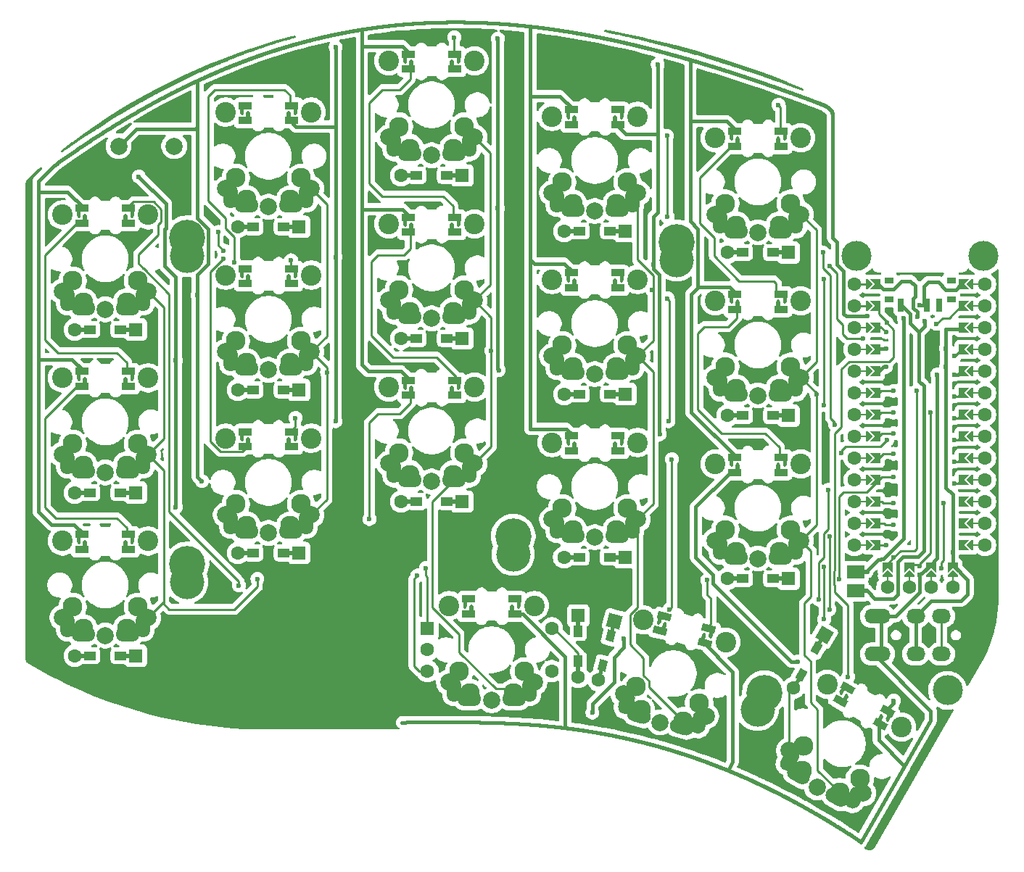
<source format=gbl>
G04 #@! TF.GenerationSoftware,KiCad,Pcbnew,9.0.2*
G04 #@! TF.CreationDate,2025-09-25T08:36:32+01:00*
G04 #@! TF.ProjectId,swoopt-soldered,73776f6f-7074-42d7-936f-6c6465726564,0.2.2*
G04 #@! TF.SameCoordinates,Original*
G04 #@! TF.FileFunction,Copper,L2,Bot*
G04 #@! TF.FilePolarity,Positive*
%FSLAX46Y46*%
G04 Gerber Fmt 4.6, Leading zero omitted, Abs format (unit mm)*
G04 Created by KiCad (PCBNEW 9.0.2) date 2025-09-25 08:36:32*
%MOMM*%
%LPD*%
G01*
G04 APERTURE LIST*
G04 Aperture macros list*
%AMHorizOval*
0 Thick line with rounded ends*
0 $1 width*
0 $2 $3 position (X,Y) of the first rounded end (center of the circle)*
0 $4 $5 position (X,Y) of the second rounded end (center of the circle)*
0 Add line between two ends*
20,1,$1,$2,$3,$4,$5,0*
0 Add two circle primitives to create the rounded ends*
1,1,$1,$2,$3*
1,1,$1,$4,$5*%
%AMRotRect*
0 Rectangle, with rotation*
0 The origin of the aperture is its center*
0 $1 length*
0 $2 width*
0 $3 Rotation angle, in degrees counterclockwise*
0 Add horizontal line*
21,1,$1,$2,0,0,$3*%
%AMFreePoly0*
4,1,13,0.650000,-0.475000,-0.650000,-0.475000,-0.650000,-0.227000,-1.093200,-0.227000,-1.128555,-0.212355,-1.143200,-0.177000,-1.143200,0.178600,-1.128555,0.213955,-1.093200,0.228600,-0.650000,0.228600,-0.650000,0.475000,0.650000,0.475000,0.650000,-0.475000,0.650000,-0.475000,$1*%
%AMFreePoly1*
4,1,13,0.650000,0.226600,1.093200,0.226600,1.128555,0.211955,1.143200,0.176600,1.143200,-0.179000,1.128555,-0.214355,1.093200,-0.229000,0.650000,-0.229000,0.650000,-0.475000,-0.650000,-0.475000,-0.650000,0.475000,0.650000,0.475000,0.650000,0.226600,0.650000,0.226600,$1*%
%AMFreePoly2*
4,1,13,0.800000,-0.425000,0.575000,-0.425000,0.575000,-0.895800,0.560355,-0.931155,0.525000,-0.945800,0.169400,-0.945800,0.134045,-0.931155,0.119400,-0.895800,0.119400,-0.425000,-0.800000,-0.425000,-0.800000,0.425000,0.800000,0.425000,0.800000,-0.425000,0.800000,-0.425000,$1*%
%AMFreePoly3*
4,1,13,0.800000,-0.425000,0.682400,-0.425000,0.682400,-0.888400,0.667755,-0.923755,0.632400,-0.938400,0.276800,-0.938400,0.241445,-0.923755,0.226800,-0.888400,0.226800,-0.425000,-0.800000,-0.425000,-0.800000,0.425000,0.800000,0.425000,0.800000,-0.425000,0.800000,-0.425000,$1*%
%AMFreePoly4*
4,1,14,0.800000,-0.425000,-0.175324,-0.425000,-0.172201,-0.888063,-0.186607,-0.923516,-0.221863,-0.938399,-0.222200,-0.938400,-0.577800,-0.938400,-0.613155,-0.923755,-0.627799,-0.888737,-0.630927,-0.425000,-0.800000,-0.425000,-0.800000,0.425000,0.800000,0.425000,0.800000,-0.425000,0.800000,-0.425000,$1*%
%AMFreePoly5*
4,1,13,0.800000,-0.425000,-0.125000,-0.425000,-0.125000,-0.886200,-0.139645,-0.921555,-0.175000,-0.936200,-0.530600,-0.936200,-0.565955,-0.921555,-0.580600,-0.886200,-0.580600,-0.425000,-0.800000,-0.425000,-0.800000,0.425000,0.800000,0.425000,0.800000,-0.425000,0.800000,-0.425000,$1*%
%AMFreePoly6*
4,1,5,0.125000,-0.500000,-0.125000,-0.500000,-0.125000,0.500000,0.125000,0.500000,0.125000,-0.500000,0.125000,-0.500000,$1*%
%AMFreePoly7*
4,1,6,0.600000,0.200000,0.000000,-0.400000,-0.600000,0.200000,-0.600000,0.400000,0.600000,0.400000,0.600000,0.200000,0.600000,0.200000,$1*%
%AMFreePoly8*
4,1,6,0.600000,-0.250000,-0.600000,-0.250000,-0.600000,1.000000,0.000000,0.400000,0.600000,1.000000,0.600000,-0.250000,0.600000,-0.250000,$1*%
%AMFreePoly9*
4,1,13,0.211911,1.370355,0.226556,1.335000,0.226556,1.050000,0.750000,1.050000,0.750000,-1.050000,-0.750000,-1.050000,-0.750000,1.050000,-0.229044,1.050000,-0.229044,1.335000,-0.214399,1.370355,-0.179044,1.385000,0.176556,1.385000,0.211911,1.370355,0.211911,1.370355,$1*%
%AMFreePoly10*
4,1,13,0.211955,1.370355,0.226600,1.335000,0.226600,1.050000,0.750000,1.050000,0.750000,-1.050000,-0.750000,-1.050000,-0.750000,1.050000,-0.229000,1.050000,-0.229000,1.335000,-0.214355,1.370355,-0.179000,1.385000,0.176600,1.385000,0.211955,1.370355,0.211955,1.370355,$1*%
G04 Aperture macros list end*
%ADD10C,0.400000*%
G04 #@! TA.AperFunction,Conductor*
%ADD11C,0.400000*%
G04 #@! TD*
G04 #@! TA.AperFunction,EtchedComponent*
%ADD12C,0.250000*%
G04 #@! TD*
G04 #@! TA.AperFunction,ComponentPad*
%ADD13C,4.200000*%
G04 #@! TD*
G04 #@! TA.AperFunction,ComponentPad*
%ADD14C,4.000000*%
G04 #@! TD*
G04 #@! TA.AperFunction,ComponentPad*
%ADD15R,1.600000X1.600000*%
G04 #@! TD*
G04 #@! TA.AperFunction,SMDPad,CuDef*
%ADD16FreePoly0,180.000000*%
G04 #@! TD*
G04 #@! TA.AperFunction,SMDPad,CuDef*
%ADD17FreePoly1,180.000000*%
G04 #@! TD*
G04 #@! TA.AperFunction,ComponentPad*
%ADD18C,1.600000*%
G04 #@! TD*
G04 #@! TA.AperFunction,ComponentPad*
%ADD19C,2.400000*%
G04 #@! TD*
G04 #@! TA.AperFunction,ComponentPad*
%ADD20C,2.000000*%
G04 #@! TD*
G04 #@! TA.AperFunction,ComponentPad*
%ADD21O,1.700000X2.800000*%
G04 #@! TD*
G04 #@! TA.AperFunction,ComponentPad*
%ADD22C,2.300000*%
G04 #@! TD*
G04 #@! TA.AperFunction,ComponentPad*
%ADD23O,2.800000X1.700000*%
G04 #@! TD*
G04 #@! TA.AperFunction,SMDPad,CuDef*
%ADD24FreePoly2,180.000000*%
G04 #@! TD*
G04 #@! TA.AperFunction,ComponentPad*
%ADD25C,0.457200*%
G04 #@! TD*
G04 #@! TA.AperFunction,SMDPad,CuDef*
%ADD26FreePoly3,0.000000*%
G04 #@! TD*
G04 #@! TA.AperFunction,SMDPad,CuDef*
%ADD27FreePoly4,0.000000*%
G04 #@! TD*
G04 #@! TA.AperFunction,SMDPad,CuDef*
%ADD28FreePoly5,180.000000*%
G04 #@! TD*
G04 #@! TA.AperFunction,ComponentPad*
%ADD29HorizOval,1.700000X0.275000X0.476314X-0.275000X-0.476314X0*%
G04 #@! TD*
G04 #@! TA.AperFunction,ComponentPad*
%ADD30HorizOval,1.700000X-0.476314X0.275000X0.476314X-0.275000X0*%
G04 #@! TD*
G04 #@! TA.AperFunction,ComponentPad*
%ADD31C,3.500000*%
G04 #@! TD*
G04 #@! TA.AperFunction,SMDPad,CuDef*
%ADD32FreePoly6,90.000000*%
G04 #@! TD*
G04 #@! TA.AperFunction,SMDPad,CuDef*
%ADD33FreePoly7,90.000000*%
G04 #@! TD*
G04 #@! TA.AperFunction,SMDPad,CuDef*
%ADD34FreePoly7,270.000000*%
G04 #@! TD*
G04 #@! TA.AperFunction,SMDPad,CuDef*
%ADD35FreePoly6,270.000000*%
G04 #@! TD*
G04 #@! TA.AperFunction,SMDPad,CuDef*
%ADD36FreePoly8,90.000000*%
G04 #@! TD*
G04 #@! TA.AperFunction,SMDPad,CuDef*
%ADD37FreePoly8,270.000000*%
G04 #@! TD*
G04 #@! TA.AperFunction,SMDPad,CuDef*
%ADD38R,1.000000X0.800000*%
G04 #@! TD*
G04 #@! TA.AperFunction,SMDPad,CuDef*
%ADD39R,0.700000X1.500000*%
G04 #@! TD*
G04 #@! TA.AperFunction,SMDPad,CuDef*
%ADD40FreePoly2,150.000000*%
G04 #@! TD*
G04 #@! TA.AperFunction,SMDPad,CuDef*
%ADD41FreePoly3,330.000000*%
G04 #@! TD*
G04 #@! TA.AperFunction,SMDPad,CuDef*
%ADD42FreePoly4,330.000000*%
G04 #@! TD*
G04 #@! TA.AperFunction,SMDPad,CuDef*
%ADD43FreePoly5,150.000000*%
G04 #@! TD*
G04 #@! TA.AperFunction,ComponentPad*
%ADD44O,2.200000X1.700000*%
G04 #@! TD*
G04 #@! TA.AperFunction,SMDPad,CuDef*
%ADD45FreePoly7,180.000000*%
G04 #@! TD*
G04 #@! TA.AperFunction,SMDPad,CuDef*
%ADD46FreePoly6,180.000000*%
G04 #@! TD*
G04 #@! TA.AperFunction,SMDPad,CuDef*
%ADD47FreePoly8,180.000000*%
G04 #@! TD*
G04 #@! TA.AperFunction,ComponentPad*
%ADD48RotRect,1.600000X1.600000X60.000000*%
G04 #@! TD*
G04 #@! TA.AperFunction,SMDPad,CuDef*
%ADD49FreePoly0,240.000000*%
G04 #@! TD*
G04 #@! TA.AperFunction,SMDPad,CuDef*
%ADD50FreePoly1,240.000000*%
G04 #@! TD*
G04 #@! TA.AperFunction,ComponentPad*
%ADD51HorizOval,1.700000X0.142350X0.531259X-0.142350X-0.531259X0*%
G04 #@! TD*
G04 #@! TA.AperFunction,ComponentPad*
%ADD52HorizOval,1.700000X-0.531259X0.142350X0.531259X-0.142350X0*%
G04 #@! TD*
G04 #@! TA.AperFunction,SMDPad,CuDef*
%ADD53FreePoly2,165.000000*%
G04 #@! TD*
G04 #@! TA.AperFunction,SMDPad,CuDef*
%ADD54FreePoly3,345.000000*%
G04 #@! TD*
G04 #@! TA.AperFunction,SMDPad,CuDef*
%ADD55FreePoly4,345.000000*%
G04 #@! TD*
G04 #@! TA.AperFunction,SMDPad,CuDef*
%ADD56FreePoly5,165.000000*%
G04 #@! TD*
G04 #@! TA.AperFunction,SMDPad,CuDef*
%ADD57FreePoly9,270.000000*%
G04 #@! TD*
G04 #@! TA.AperFunction,SMDPad,CuDef*
%ADD58FreePoly10,270.000000*%
G04 #@! TD*
G04 #@! TA.AperFunction,ComponentPad*
%ADD59RotRect,1.600000X1.600000X75.000000*%
G04 #@! TD*
G04 #@! TA.AperFunction,SMDPad,CuDef*
%ADD60FreePoly0,255.000000*%
G04 #@! TD*
G04 #@! TA.AperFunction,SMDPad,CuDef*
%ADD61FreePoly1,255.000000*%
G04 #@! TD*
G04 #@! TA.AperFunction,SMDPad,CuDef*
%ADD62FreePoly0,270.000000*%
G04 #@! TD*
G04 #@! TA.AperFunction,SMDPad,CuDef*
%ADD63FreePoly1,270.000000*%
G04 #@! TD*
G04 #@! TA.AperFunction,ViaPad*
%ADD64C,0.600000*%
G04 #@! TD*
G04 #@! TA.AperFunction,Conductor*
%ADD65C,0.250000*%
G04 #@! TD*
G04 APERTURE END LIST*
D10*
X106426000Y-142494000D02*
X106554524Y-142493961D01*
X106686492Y-142493841D01*
X106822250Y-142493639D01*
X106962213Y-142493352D01*
X107106881Y-142492976D01*
X107256873Y-142492508D01*
X107412965Y-142491942D01*
X107576155Y-142491272D01*
X107747773Y-142490490D01*
X107929654Y-142489582D01*
X108124469Y-142488533D01*
X108336399Y-142487316D01*
X108572715Y-142485882D01*
X108848496Y-142484136D01*
X109255570Y-142481482D01*
X109557470Y-142479507D01*
X109860762Y-142477565D01*
X110012932Y-142476618D01*
X110165450Y-142475695D01*
X110318318Y-142474800D01*
X110471536Y-142473939D01*
X110625103Y-142473116D01*
X110779021Y-142472337D01*
X110933290Y-142471607D01*
X111087909Y-142470931D01*
X111242880Y-142470314D01*
X111398202Y-142469762D01*
X111553876Y-142469279D01*
X111709902Y-142468870D01*
X111788047Y-142468695D01*
X111866280Y-142468541D01*
X111944601Y-142468408D01*
X112023011Y-142468296D01*
X112101509Y-142468208D01*
X112180095Y-142468142D01*
X112258769Y-142468100D01*
X112337532Y-142468082D01*
X112416383Y-142468090D01*
X112495322Y-142468123D01*
X112574350Y-142468182D01*
X112653467Y-142468268D01*
X112732672Y-142468382D01*
X112811965Y-142468524D01*
X112891348Y-142468695D01*
X112970818Y-142468896D01*
X113050378Y-142469126D01*
X113130026Y-142469388D01*
X113209763Y-142469680D01*
X113289589Y-142470005D01*
X113369503Y-142470363D01*
X113449507Y-142470754D01*
X113529599Y-142471178D01*
X113609780Y-142471638D01*
X113690050Y-142472133D01*
X113770409Y-142472663D01*
X113850858Y-142473230D01*
X113931395Y-142473835D01*
X114012021Y-142474477D01*
X114092737Y-142475157D01*
X114173542Y-142475877D01*
X114254436Y-142476636D01*
X114335419Y-142477436D01*
X114416491Y-142478277D01*
X114497653Y-142479159D01*
X114578904Y-142480084D01*
X114660245Y-142481052D01*
X114741675Y-142482063D01*
X114823195Y-142483118D01*
X114904804Y-142484219D01*
X114986502Y-142485364D01*
X115068290Y-142486556D01*
X115150168Y-142487795D01*
X115232136Y-142489081D01*
X115314193Y-142490415D01*
X115396340Y-142491798D01*
X115478577Y-142493230D01*
X115560903Y-142494712D01*
X115643319Y-142496245D01*
X115725826Y-142497829D01*
X115808422Y-142499465D01*
X115891108Y-142501153D01*
X115973884Y-142502895D01*
X116056750Y-142504690D01*
X116139706Y-142506540D01*
X116222752Y-142508445D01*
X116305889Y-142510405D01*
X116389115Y-142512422D01*
X116472432Y-142514496D01*
X116555839Y-142516628D01*
X116639336Y-142518818D01*
X116722924Y-142521066D01*
X116806602Y-142523375D01*
X116890370Y-142525743D01*
X116974229Y-142528173D01*
X117058178Y-142530664D01*
X117142218Y-142533217D01*
X117226348Y-142535833D01*
X117310569Y-142538512D01*
X117394881Y-142541255D01*
X117479283Y-142544063D01*
X117563776Y-142546936D01*
X117648359Y-142549875D01*
X117733033Y-142552881D01*
X117817799Y-142555954D01*
X117902654Y-142559095D01*
X117987601Y-142562305D01*
X118072639Y-142565583D01*
X118157768Y-142568932D01*
X118242987Y-142572350D01*
X118328298Y-142575840D01*
X118413699Y-142579402D01*
X118499192Y-142583036D01*
X118584776Y-142586743D01*
X118670451Y-142590524D01*
X118756217Y-142594379D01*
X118842075Y-142598308D01*
X118928023Y-142602314D01*
X119014064Y-142606395D01*
X119100195Y-142610554D01*
X119186418Y-142614790D01*
X119272732Y-142619104D01*
X119359137Y-142623496D01*
X119445635Y-142627968D01*
X119532223Y-142632521D01*
X119618903Y-142637154D01*
X119705675Y-142641868D01*
X119792539Y-142646664D01*
X119879494Y-142651543D01*
X119966541Y-142656504D01*
X120053679Y-142661550D01*
X120140909Y-142666681D01*
X120228232Y-142671896D01*
X120271927Y-142674536D01*
X120315646Y-142677197D01*
X120359387Y-142679880D01*
X120403151Y-142682585D01*
X120446939Y-142685312D01*
X120490749Y-142688060D01*
X120534583Y-142690830D01*
X120578439Y-142693622D01*
X120622318Y-142696437D01*
X120666221Y-142699273D01*
X120710146Y-142702132D01*
X120754095Y-142705013D01*
X120798066Y-142707917D01*
X120842061Y-142710842D01*
X120886078Y-142713791D01*
X120930119Y-142716762D01*
X120974182Y-142719756D01*
X121018269Y-142722773D01*
X121062378Y-142725812D01*
X121106511Y-142728875D01*
X121150667Y-142731961D01*
X121194846Y-142735069D01*
X121239047Y-142738201D01*
X121283272Y-142741357D01*
X121327520Y-142744535D01*
X121371792Y-142747737D01*
X121416086Y-142750963D01*
X121460403Y-142754212D01*
X121504743Y-142757485D01*
X121549107Y-142760782D01*
X121593493Y-142764102D01*
X121637903Y-142767447D01*
X121682336Y-142770815D01*
X121726792Y-142774208D01*
X121771271Y-142777624D01*
X121815773Y-142781065D01*
X121860298Y-142784530D01*
X121904846Y-142788020D01*
X121949418Y-142791534D01*
X121994012Y-142795073D01*
X122038630Y-142798636D01*
X122083271Y-142802224D01*
X122127935Y-142805837D01*
X122172623Y-142809475D01*
X122217333Y-142813138D01*
X122262067Y-142816826D01*
X122306823Y-142820539D01*
X122351603Y-142824277D01*
X122396407Y-142828040D01*
X122441233Y-142831829D01*
X122486082Y-142835643D01*
X122530955Y-142839483D01*
X122575851Y-142843348D01*
X122620770Y-142847239D01*
X122665712Y-142851156D01*
X122710678Y-142855099D01*
X122755667Y-142859067D01*
X122800679Y-142863062D01*
X122845714Y-142867083D01*
X122890772Y-142871129D01*
X122935854Y-142875202D01*
X122980959Y-142879302D01*
X123026087Y-142883428D01*
X123071239Y-142887580D01*
X123116413Y-142891759D01*
X123161611Y-142895964D01*
X123206832Y-142900197D01*
X123252077Y-142904456D01*
X123297345Y-142908742D01*
X123342636Y-142913055D01*
X123387950Y-142917394D01*
X123433288Y-142921762D01*
X123478649Y-142926156D01*
X123524033Y-142930577D01*
X123569440Y-142935026D01*
X123614871Y-142939503D01*
X123660325Y-142944007D01*
X123705803Y-142948538D01*
X123751303Y-142953097D01*
X123796827Y-142957684D01*
X123842375Y-142962299D01*
X123887946Y-142966942D01*
X123933540Y-142971612D01*
X123979157Y-142976311D01*
X124024798Y-142981038D01*
X124070462Y-142985793D01*
X124116149Y-142990577D01*
X124161860Y-142995389D01*
X124207594Y-143000229D01*
X124253352Y-143005098D01*
X124299133Y-143009996D01*
X124344937Y-143014922D01*
X124390765Y-143019878D01*
X124436616Y-143024862D01*
X124482491Y-143029875D01*
X124528388Y-143034917D01*
X124574310Y-143039988D01*
X124620254Y-143045088D01*
X124666223Y-143050218D01*
X124712214Y-143055377D01*
X124758229Y-143060566D01*
X124804267Y-143065784D01*
X124850329Y-143071031D01*
X124896414Y-143076309D01*
X124942523Y-143081616D01*
X124988655Y-143086953D01*
X125034811Y-143092319D01*
X125080990Y-143097716D01*
X125127192Y-143103143D01*
X125173418Y-143108600D01*
X125219667Y-143114088D01*
X125265940Y-143119605D01*
X125312237Y-143125153D01*
X125358557Y-143130732D01*
X125404900Y-143136341D01*
X125451267Y-143141981D01*
X125497657Y-143147651D01*
X125544071Y-143153352D01*
X125590508Y-143159085D01*
X125636969Y-143164848D01*
X125683453Y-143170642D01*
X125729961Y-143176467D01*
X125776492Y-143182324D01*
X125823047Y-143188212D01*
X125869626Y-143194131D01*
X125916227Y-143200081D01*
X125962853Y-143206063D01*
X126009502Y-143212077D01*
X126056175Y-143218123D01*
X126102871Y-143224200D01*
X126149590Y-143230309D01*
X126196334Y-143236450D01*
X126243100Y-143242623D01*
X126289891Y-143248828D01*
X126336705Y-143255065D01*
X126383542Y-143261334D01*
X126430403Y-143267636D01*
X126477288Y-143273970D01*
X126524196Y-143280337D01*
X126571128Y-143286736D01*
X126618084Y-143293168D01*
X126665063Y-143299632D01*
X126712066Y-143306130D01*
X126759092Y-143312660D01*
X126806142Y-143319223D01*
X126853216Y-143325819D01*
X126900313Y-143332449D01*
X126947434Y-143339111D01*
X126994578Y-143345807D01*
X127041746Y-143352537D01*
X127088938Y-143359299D01*
X127136153Y-143366095D01*
X127183393Y-143372925D01*
X127230655Y-143379789D01*
X127277942Y-143386686D01*
X127325252Y-143393617D01*
X127372586Y-143400582D01*
X127419943Y-143407581D01*
X127467324Y-143414614D01*
X127514729Y-143421681D01*
X127562158Y-143428783D01*
X127609610Y-143435919D01*
X127657086Y-143443089D01*
X127704585Y-143450294D01*
X127752109Y-143457533D01*
X127799656Y-143464807D01*
X127847227Y-143472115D01*
X127894821Y-143479459D01*
X127942439Y-143486837D01*
X127990081Y-143494250D01*
X128037747Y-143501699D01*
X128085437Y-143509182D01*
X128133150Y-143516701D01*
X128180887Y-143524255D01*
X128228647Y-143531844D01*
X128276432Y-143539469D01*
X128324240Y-143547129D01*
X128372072Y-143554825D01*
X128419928Y-143562556D01*
X128467808Y-143570324D01*
X128515711Y-143578127D01*
X128563638Y-143585966D01*
X128611589Y-143593841D01*
X128659564Y-143601752D01*
X128707562Y-143609699D01*
X128755585Y-143617683D01*
X128803631Y-143625703D01*
X128851701Y-143633759D01*
X128899795Y-143641852D01*
X128947913Y-143649981D01*
X128996054Y-143658147D01*
X129044219Y-143666350D01*
X129092409Y-143674589D01*
X129140622Y-143682866D01*
X129188858Y-143691179D01*
X129237119Y-143699529D01*
X129285404Y-143707917D01*
X129333712Y-143716341D01*
X129382044Y-143724803D01*
X129430401Y-143733303D01*
X129478781Y-143741839D01*
X129527185Y-143750414D01*
X129575612Y-143759026D01*
X129624064Y-143767675D01*
X129672540Y-143776363D01*
X129721039Y-143785088D01*
X129769563Y-143793851D01*
X129818110Y-143802652D01*
X129866681Y-143811491D01*
X129915276Y-143820368D01*
X129963895Y-143829284D01*
X130012538Y-143838238D01*
X130061205Y-143847230D01*
X130109896Y-143856261D01*
X130158611Y-143865330D01*
X130207350Y-143874438D01*
X130256113Y-143883585D01*
X130304899Y-143892770D01*
X130353710Y-143901995D01*
X130402545Y-143911258D01*
X130451403Y-143920560D01*
X130500286Y-143929902D01*
X130549192Y-143939283D01*
X130598123Y-143948703D01*
X130647077Y-143958162D01*
X130696056Y-143967661D01*
X130745058Y-143977199D01*
X130794085Y-143986777D01*
X130843135Y-143996394D01*
X130892210Y-144006052D01*
X130941308Y-144015749D01*
X130990431Y-144025486D01*
X131039577Y-144035263D01*
X131088748Y-144045080D01*
X131137942Y-144054938D01*
X131187161Y-144064835D01*
X131236404Y-144074773D01*
X131285670Y-144084751D01*
X131334961Y-144094770D01*
X131384276Y-144104830D01*
X131433615Y-144114930D01*
X131482978Y-144125070D01*
X131532365Y-144135252D01*
X131581776Y-144145474D01*
X131631211Y-144155737D01*
X131680670Y-144166042D01*
X131730154Y-144176387D01*
X131779661Y-144186774D01*
X131829193Y-144197202D01*
X131878748Y-144207671D01*
X131928328Y-144218182D01*
X131977932Y-144228734D01*
X132027560Y-144239328D01*
X132077212Y-144249964D01*
X132126888Y-144260641D01*
X132176589Y-144271360D01*
X132226313Y-144282121D01*
X132276062Y-144292924D01*
X132325834Y-144303770D01*
X132375631Y-144314657D01*
X132425452Y-144325586D01*
X132475298Y-144336558D01*
X132525167Y-144347573D01*
X132575061Y-144358629D01*
X132624978Y-144369729D01*
X132674920Y-144380871D01*
X132724886Y-144392055D01*
X132774877Y-144403283D01*
X132824891Y-144414553D01*
X132874930Y-144425866D01*
X132924992Y-144437223D01*
X132975079Y-144448622D01*
X133025191Y-144460065D01*
X133075326Y-144471551D01*
X133125486Y-144483080D01*
X133175670Y-144494653D01*
X133225878Y-144506269D01*
X133276110Y-144517929D01*
X133326367Y-144529632D01*
X133376647Y-144541380D01*
X133426953Y-144553171D01*
X133477282Y-144565006D01*
X133527635Y-144576885D01*
X133578013Y-144588808D01*
X133628415Y-144600775D01*
X133678842Y-144612787D01*
X133729292Y-144624843D01*
X133779767Y-144636943D01*
X133830266Y-144649088D01*
X133880790Y-144661277D01*
X133931337Y-144673511D01*
X133981909Y-144685789D01*
X134032506Y-144698113D01*
X134083126Y-144710481D01*
X134133771Y-144722894D01*
X134184441Y-144735353D01*
X134235134Y-144747856D01*
X134285852Y-144760405D01*
X134336594Y-144772999D01*
X134387361Y-144785638D01*
X134438152Y-144798323D01*
X134488967Y-144811053D01*
X134539806Y-144823829D01*
X134590670Y-144836650D01*
X134641558Y-144849517D01*
X134692471Y-144862430D01*
X134743408Y-144875389D01*
X134794369Y-144888394D01*
X134845355Y-144901445D01*
X134896365Y-144914543D01*
X134947400Y-144927686D01*
X134998459Y-144940876D01*
X135049542Y-144954112D01*
X135100649Y-144967395D01*
X135151781Y-144980724D01*
X135202938Y-144994100D01*
X135254119Y-145007522D01*
X135305324Y-145020992D01*
X135356554Y-145034508D01*
X135407808Y-145048071D01*
X135459086Y-145061681D01*
X135510389Y-145075338D01*
X135561717Y-145089043D01*
X135613068Y-145102795D01*
X135664445Y-145116594D01*
X135715845Y-145130441D01*
X135767270Y-145144335D01*
X135818720Y-145158276D01*
X135870194Y-145172266D01*
X135921693Y-145186303D01*
X135973216Y-145200388D01*
X136024763Y-145214521D01*
X136076335Y-145228702D01*
X136127932Y-145242931D01*
X136179553Y-145257208D01*
X136231198Y-145271533D01*
X136282868Y-145285907D01*
X136334562Y-145300329D01*
X136386281Y-145314800D01*
X136438025Y-145329319D01*
X136489793Y-145343886D01*
X136541585Y-145358503D01*
X136593402Y-145373168D01*
X136645244Y-145387882D01*
X136697110Y-145402645D01*
X136749001Y-145417458D01*
X136800916Y-145432319D01*
X136852856Y-145447229D01*
X136904820Y-145462189D01*
X136956809Y-145477198D01*
X137008822Y-145492257D01*
X137060860Y-145507365D01*
X137112923Y-145522522D01*
X137165010Y-145537730D01*
X137217122Y-145552987D01*
X137269258Y-145568293D01*
X137321419Y-145583650D01*
X137373604Y-145599057D01*
X137425814Y-145614514D01*
X137478049Y-145630021D01*
X137530308Y-145645578D01*
X137582592Y-145661186D01*
X137634901Y-145676844D01*
X137687234Y-145692552D01*
X137739592Y-145708311D01*
X137791974Y-145724121D01*
X137844381Y-145739981D01*
X137896813Y-145755892D01*
X137949269Y-145771854D01*
X138001750Y-145787867D01*
X138054256Y-145803931D01*
X138106786Y-145820047D01*
X138159341Y-145836213D01*
X138211920Y-145852430D01*
X138264525Y-145868699D01*
X138317154Y-145885020D01*
X138369807Y-145901392D01*
X138422486Y-145917815D01*
X138475189Y-145934290D01*
X138527916Y-145950817D01*
X138580669Y-145967396D01*
X138633446Y-145984027D01*
X138686248Y-146000709D01*
X138739074Y-146017444D01*
X138791926Y-146034231D01*
X138844802Y-146051070D01*
X138897702Y-146067962D01*
X138950628Y-146084906D01*
X139003578Y-146101902D01*
X139056553Y-146118951D01*
X139109553Y-146136052D01*
X139162577Y-146153206D01*
X139215626Y-146170414D01*
X139268700Y-146187673D01*
X139321799Y-146204986D01*
X139374922Y-146222352D01*
X139428070Y-146239771D01*
X139481243Y-146257243D01*
X139534441Y-146274769D01*
X139587664Y-146292348D01*
X139640911Y-146309980D01*
X139694183Y-146327666D01*
X139747480Y-146345405D01*
X139800802Y-146363198D01*
X139854149Y-146381045D01*
X139907520Y-146398945D01*
X139960916Y-146416900D01*
X140014337Y-146434908D01*
X140067783Y-146452971D01*
X140121254Y-146471088D01*
X140174749Y-146489259D01*
X140228270Y-146507484D01*
X140281815Y-146525764D01*
X140335385Y-146544098D01*
X140388980Y-146562487D01*
X140442600Y-146580930D01*
X140496244Y-146599428D01*
X140549914Y-146617981D01*
X140603608Y-146636589D01*
X140657328Y-146655251D01*
X140711072Y-146673969D01*
X140764841Y-146692742D01*
X140818635Y-146711570D01*
X140872454Y-146730453D01*
X140926297Y-146749392D01*
X140980166Y-146768386D01*
X141034060Y-146787436D01*
X141087978Y-146806541D01*
X141141921Y-146825702D01*
X141195890Y-146844918D01*
X141249883Y-146864191D01*
X141303901Y-146883519D01*
X141357944Y-146902904D01*
X141412012Y-146922344D01*
X141466105Y-146941841D01*
X141520223Y-146961393D01*
X141574366Y-146981002D01*
X141628534Y-147000668D01*
X141682727Y-147020390D01*
X141736945Y-147040169D01*
X141791187Y-147060004D01*
X141845455Y-147079896D01*
X141899748Y-147099844D01*
X141954066Y-147119850D01*
X142008408Y-147139912D01*
X142062776Y-147160032D01*
X142117169Y-147180209D01*
X142171586Y-147200442D01*
X142226029Y-147220734D01*
X142280497Y-147241082D01*
X142334990Y-147261488D01*
X142389507Y-147281951D01*
X142444050Y-147302472D01*
X142498618Y-147323051D01*
X142553211Y-147343687D01*
X142607829Y-147364382D01*
X142662472Y-147385134D01*
X142717140Y-147405944D01*
X142771833Y-147426812D01*
X142826551Y-147447739D01*
X142881294Y-147468723D01*
X142936063Y-147489766D01*
X142990856Y-147510868D01*
X143045674Y-147532027D01*
X143100518Y-147553246D01*
X143155387Y-147574523D01*
X143210280Y-147595858D01*
X143265199Y-147617253D01*
X143320143Y-147638706D01*
X143375112Y-147660219D01*
X143430106Y-147681790D01*
X143485125Y-147703420D01*
X143540170Y-147725110D01*
X143595239Y-147746859D01*
X143650334Y-147768667D01*
X143705453Y-147790535D01*
X143760598Y-147812462D01*
X143815768Y-147834449D01*
X143870964Y-147856495D01*
X143926184Y-147878602D01*
X143981429Y-147900768D01*
X144036700Y-147922994D01*
X144091996Y-147945280D01*
X144147317Y-147967626D01*
X144202663Y-147990032D01*
X144258034Y-148012498D01*
X144313431Y-148035025D01*
X144368852Y-148057612D01*
X144424299Y-148080260D01*
X144479771Y-148102968D01*
X144535269Y-148125736D01*
X144590791Y-148148566D01*
X144646339Y-148171456D01*
X144701912Y-148194407D01*
X144757510Y-148217419D01*
X144813133Y-148240493D01*
X144868782Y-148263627D01*
X144924456Y-148286822D01*
X144980155Y-148310079D01*
X145035879Y-148333397D01*
X145091629Y-148356776D01*
X145147404Y-148380217D01*
X145203204Y-148403720D01*
X145259029Y-148427284D01*
X145314880Y-148450910D01*
X145370756Y-148474598D01*
X145426657Y-148498348D01*
X145482583Y-148522159D01*
X145538535Y-148546033D01*
X145594512Y-148569969D01*
X145650514Y-148593967D01*
X145706542Y-148618028D01*
X145762595Y-148642151D01*
X145818673Y-148666336D01*
X145874777Y-148690584D01*
X145930905Y-148714895D01*
X145987060Y-148739268D01*
X146043239Y-148763704D01*
X146099444Y-148788203D01*
X146155674Y-148812765D01*
X146211929Y-148837389D01*
X146268210Y-148862077D01*
X146324517Y-148886829D01*
X146380848Y-148911643D01*
X146437205Y-148936521D01*
X146493587Y-148961462D01*
X146549995Y-148986467D01*
X146606428Y-149011535D01*
X146662886Y-149036667D01*
X146719370Y-149061863D01*
X146775879Y-149087122D01*
X146832414Y-149112446D01*
X146888974Y-149137833D01*
X146945559Y-149163285D01*
X147002170Y-149188801D01*
X147058806Y-149214380D01*
X147115467Y-149240025D01*
X147172154Y-149265733D01*
X147228867Y-149291506D01*
X147285605Y-149317344D01*
X147342368Y-149343246D01*
X147399156Y-149369213D01*
X147455971Y-149395245D01*
X147512810Y-149421342D01*
X147569675Y-149447503D01*
X147626566Y-149473730D01*
X147683482Y-149500021D01*
X147740423Y-149526378D01*
X147797390Y-149552801D01*
X147854382Y-149579288D01*
X147911400Y-149605841D01*
X147968443Y-149632459D01*
X148025512Y-149659144D01*
X148082606Y-149685893D01*
X148139726Y-149712709D01*
X148196871Y-149739590D01*
X148254042Y-149766537D01*
X148311238Y-149793550D01*
X148368460Y-149820630D01*
X148425707Y-149847775D01*
X148482980Y-149874987D01*
X148540279Y-149902265D01*
X148597602Y-149929609D01*
X148654952Y-149957020D01*
X148712327Y-149984497D01*
X148769727Y-150012041D01*
X148827153Y-150039652D01*
X148884605Y-150067329D01*
X148942082Y-150095074D01*
X148999585Y-150122885D01*
X149057113Y-150150763D01*
X149114667Y-150178709D01*
X149172247Y-150206721D01*
X149229852Y-150234801D01*
X149287482Y-150262948D01*
X149345138Y-150291163D01*
X149402820Y-150319445D01*
X149460528Y-150347795D01*
X149518261Y-150376212D01*
X149576019Y-150404697D01*
X149633804Y-150433250D01*
X149691613Y-150461871D01*
X149749449Y-150490560D01*
X149807310Y-150519317D01*
X149865197Y-150548142D01*
X149923109Y-150577036D01*
X149981047Y-150605997D01*
X150039011Y-150635027D01*
X150097000Y-150664126D01*
X150155015Y-150693293D01*
X150213056Y-150722529D01*
X150271122Y-150751833D01*
X150329214Y-150781206D01*
X150387331Y-150810648D01*
X150445475Y-150840159D01*
X150503644Y-150869739D01*
X150561838Y-150899388D01*
X150620059Y-150929106D01*
X150678305Y-150958894D01*
X150736577Y-150988751D01*
X150794874Y-151018677D01*
X150853197Y-151048673D01*
X150911546Y-151078739D01*
X150969921Y-151108874D01*
X151028321Y-151139079D01*
X151086747Y-151169353D01*
X151145199Y-151199698D01*
X151203676Y-151230112D01*
X151262180Y-151260597D01*
X151320709Y-151291152D01*
X151379264Y-151321777D01*
X151437844Y-151352472D01*
X151496450Y-151383238D01*
X151555082Y-151414074D01*
X151613740Y-151444981D01*
X151672424Y-151475958D01*
X151731133Y-151507006D01*
X151789868Y-151538125D01*
X151848629Y-151569315D01*
X151907416Y-151600575D01*
X151966229Y-151631907D01*
X152025067Y-151663310D01*
X152083931Y-151694784D01*
X152142821Y-151726329D01*
X152201737Y-151757945D01*
X152260678Y-151789633D01*
X152319646Y-151821393D01*
X152378639Y-151853224D01*
X152437658Y-151885127D01*
X152496703Y-151917101D01*
X152555774Y-151949148D01*
X152614870Y-151981266D01*
X152673993Y-152013456D01*
X152733141Y-152045718D01*
X152792315Y-152078053D01*
X152851515Y-152110460D01*
X152910741Y-152142939D01*
X152969993Y-152175490D01*
X153029270Y-152208114D01*
X153088574Y-152240810D01*
X153147903Y-152273579D01*
X153207259Y-152306421D01*
X153266640Y-152339335D01*
X153326047Y-152372323D01*
X153385480Y-152405383D01*
X153444939Y-152438516D01*
X153504424Y-152471723D01*
X153563935Y-152505002D01*
X153623471Y-152538355D01*
X153683034Y-152571781D01*
X153742622Y-152605281D01*
X153802237Y-152638854D01*
X153861877Y-152672501D01*
X153921544Y-152706221D01*
X153981236Y-152740015D01*
X154040954Y-152773883D01*
X154100699Y-152807825D01*
X154160469Y-152841841D01*
X154220265Y-152875931D01*
X154280087Y-152910095D01*
X154339935Y-152944333D01*
X154399809Y-152978646D01*
X154459710Y-153013033D01*
X154519636Y-153047494D01*
X154579588Y-153082030D01*
X154639566Y-153116641D01*
X154699570Y-153151326D01*
X154759600Y-153186086D01*
X154819656Y-153220921D01*
X154879738Y-153255831D01*
X154939847Y-153290816D01*
X154999981Y-153325876D01*
X155060141Y-153361012D01*
X155120327Y-153396222D01*
X155180540Y-153431508D01*
X155240778Y-153466869D01*
X155301042Y-153502306D01*
X155361333Y-153537818D01*
X155421649Y-153573406D01*
X155481992Y-153609070D01*
X155542361Y-153644810D01*
X155602755Y-153680625D01*
X155663176Y-153716517D01*
X155723623Y-153752484D01*
X155784096Y-153788528D01*
X155844595Y-153824648D01*
X155905121Y-153860844D01*
X155965672Y-153897117D01*
X156026249Y-153933466D01*
X156086853Y-153969891D01*
X156147482Y-154006393D01*
X156208138Y-154042972D01*
X156268820Y-154079628D01*
X156329528Y-154116361D01*
X156390262Y-154153170D01*
X156451023Y-154190057D01*
X156511809Y-154227020D01*
X156572622Y-154264061D01*
X156633460Y-154301179D01*
X156694325Y-154338375D01*
X156755216Y-154375648D01*
X156816133Y-154412998D01*
X156877077Y-154450426D01*
X156938046Y-154487931D01*
X156999042Y-154525515D01*
X157060064Y-154563176D01*
X157121112Y-154600915D01*
X157182187Y-154638732D01*
X157243287Y-154676627D01*
X157304414Y-154714601D01*
X157365567Y-154752652D01*
X157426746Y-154790782D01*
X157487951Y-154828990D01*
X157549183Y-154867277D01*
X157610441Y-154905642D01*
X157671725Y-154944086D01*
X157733035Y-154982608D01*
X157794371Y-155021209D01*
X157855734Y-155059890D01*
X157917123Y-155098649D01*
X157978538Y-155137487D01*
X158039980Y-155176404D01*
X158101448Y-155215400D01*
X158162942Y-155254476D01*
X158224462Y-155293631D01*
X158286009Y-155332866D01*
X158347582Y-155372180D01*
X158409181Y-155411573D01*
X158470806Y-155451046D01*
X158532458Y-155490599D01*
X158594136Y-155530232D01*
X158655840Y-155569945D01*
X158717571Y-155609737D01*
X158779328Y-155649610D01*
X158841111Y-155689563D01*
X158902921Y-155729596D01*
X158964757Y-155769709D01*
X159026619Y-155809903D01*
X159088508Y-155850177D01*
X159150423Y-155890532D01*
X159212364Y-155930967D01*
X159274331Y-155971483D01*
X159336325Y-156012080D01*
X159398346Y-156052758D01*
X159460393Y-156093516D01*
X159522466Y-156134356D01*
X159584565Y-156175277D01*
X159646691Y-156216279D01*
X159708843Y-156257362D01*
X159771022Y-156298527D01*
X159833227Y-156339773D01*
X159895458Y-156381100D01*
X159957716Y-156422509D01*
X160020000Y-156464000D01*
D11*
X101727000Y-61722000D02*
X101727000Y-62230000D01*
X121412000Y-61214000D02*
X121412000Y-61849000D01*
X160020000Y-156464000D02*
X168148000Y-142240000D01*
X125476000Y-142240000D02*
X125476000Y-143002000D01*
X145034000Y-147066000D02*
X144526000Y-148082000D01*
D10*
X154940000Y-70104000D02*
X154865573Y-70076248D01*
X154791170Y-70048527D01*
X154717043Y-70020930D01*
X154642939Y-69993362D01*
X154569108Y-69965918D01*
X154495300Y-69938504D01*
X154421762Y-69911211D01*
X154348246Y-69883948D01*
X154274995Y-69856805D01*
X154201768Y-69829691D01*
X154128803Y-69802696D01*
X154055860Y-69775731D01*
X153983176Y-69748883D01*
X153910514Y-69722064D01*
X153838108Y-69695361D01*
X153765724Y-69668688D01*
X153693593Y-69642129D01*
X153621483Y-69615599D01*
X153549623Y-69589183D01*
X153477784Y-69562796D01*
X153406192Y-69536521D01*
X153334621Y-69510274D01*
X153263293Y-69484139D01*
X153191987Y-69458033D01*
X153120921Y-69432035D01*
X153049876Y-69406067D01*
X152979069Y-69380208D01*
X152908283Y-69354377D01*
X152837731Y-69328653D01*
X152767200Y-69302958D01*
X152696901Y-69277369D01*
X152626622Y-69251808D01*
X152556573Y-69226353D01*
X152486544Y-69200926D01*
X152416742Y-69175602D01*
X152346960Y-69150308D01*
X152277401Y-69125115D01*
X152207863Y-69099952D01*
X152138546Y-69074889D01*
X152069250Y-69049856D01*
X152000171Y-69024922D01*
X151931113Y-69000018D01*
X151862271Y-68975212D01*
X151793449Y-68950435D01*
X151724841Y-68925756D01*
X151656252Y-68901105D01*
X151587875Y-68876552D01*
X151519517Y-68852027D01*
X151451368Y-68827598D01*
X151383239Y-68803198D01*
X151315316Y-68778893D01*
X151247413Y-68754616D01*
X151179714Y-68730433D01*
X151112034Y-68706279D01*
X151044556Y-68682218D01*
X150977098Y-68658185D01*
X150909839Y-68634244D01*
X150842600Y-68610332D01*
X150775558Y-68586511D01*
X150708535Y-68562718D01*
X150641708Y-68539016D01*
X150574900Y-68515342D01*
X150508285Y-68491758D01*
X150441689Y-68468201D01*
X150375285Y-68444734D01*
X150308898Y-68421294D01*
X150242702Y-68397943D01*
X150176524Y-68374619D01*
X150110534Y-68351383D01*
X150044561Y-68328174D01*
X149978775Y-68305052D01*
X149913007Y-68281957D01*
X149847423Y-68258949D01*
X149781856Y-68235968D01*
X149716472Y-68213072D01*
X149651105Y-68190203D01*
X149585919Y-68167419D01*
X149520750Y-68144662D01*
X149455761Y-68121988D01*
X149390788Y-68099342D01*
X149325992Y-68076779D01*
X149261214Y-68054243D01*
X149196610Y-68031789D01*
X149132024Y-68009362D01*
X149067611Y-67987017D01*
X149003215Y-67964699D01*
X148938992Y-67942462D01*
X148874784Y-67920251D01*
X148810747Y-67898121D01*
X148746727Y-67876018D01*
X148682876Y-67853994D01*
X148619040Y-67831997D01*
X148555372Y-67810078D01*
X148491720Y-67788187D01*
X148428234Y-67766373D01*
X148364764Y-67744587D01*
X148301458Y-67722878D01*
X148238168Y-67701195D01*
X148175041Y-67679589D01*
X148111929Y-67658010D01*
X148048979Y-67636508D01*
X147986044Y-67615031D01*
X147923269Y-67593631D01*
X147860509Y-67572257D01*
X147797908Y-67550958D01*
X147735322Y-67529685D01*
X147672893Y-67508487D01*
X147610480Y-67487315D01*
X147548221Y-67466217D01*
X147485978Y-67445145D01*
X147423889Y-67424147D01*
X147361815Y-67403175D01*
X147299894Y-67382275D01*
X147237987Y-67361402D01*
X147176232Y-67340601D01*
X147114492Y-67319826D01*
X147052902Y-67299123D01*
X146991327Y-67278446D01*
X146929900Y-67257840D01*
X146868488Y-67237259D01*
X146807223Y-67216750D01*
X146745973Y-67196266D01*
X146684869Y-67175853D01*
X146623779Y-67155465D01*
X146562835Y-67135147D01*
X146501904Y-67114854D01*
X146441118Y-67094631D01*
X146380345Y-67074433D01*
X146319715Y-67054304D01*
X146259099Y-67034201D01*
X146198624Y-67014166D01*
X146138163Y-66994156D01*
X146077843Y-66974214D01*
X146017536Y-66954297D01*
X145957368Y-66934448D01*
X145897214Y-66914624D01*
X145837198Y-66894866D01*
X145777195Y-66875135D01*
X145717329Y-66855469D01*
X145657476Y-66835828D01*
X145597760Y-66816254D01*
X145538056Y-66796705D01*
X145478487Y-66777220D01*
X145418931Y-66757762D01*
X145359509Y-66738368D01*
X145300100Y-66718999D01*
X145240823Y-66699694D01*
X145181559Y-66680415D01*
X145122427Y-66661200D01*
X145063308Y-66642010D01*
X145004318Y-66622883D01*
X144945342Y-66603782D01*
X144886495Y-66584743D01*
X144827661Y-66565729D01*
X144768955Y-66546778D01*
X144710261Y-66527853D01*
X144651695Y-66508989D01*
X144593142Y-66490150D01*
X144534714Y-66471373D01*
X144476299Y-66452621D01*
X144418010Y-66433930D01*
X144359732Y-66415265D01*
X144301579Y-66396660D01*
X144243439Y-66378080D01*
X144185421Y-66359560D01*
X144127416Y-66341066D01*
X144069534Y-66322631D01*
X144011663Y-66304221D01*
X143953914Y-66285871D01*
X143896177Y-66267546D01*
X143838560Y-66249280D01*
X143780955Y-66231039D01*
X143723470Y-66212857D01*
X143665997Y-66194699D01*
X143608643Y-66176600D01*
X143551300Y-66158526D01*
X143494075Y-66140510D01*
X143436862Y-66122519D01*
X143379766Y-66104585D01*
X143322682Y-66086676D01*
X143265713Y-66068824D01*
X143208756Y-66050997D01*
X143151914Y-66033227D01*
X143095084Y-66015482D01*
X143038368Y-65997793D01*
X142981664Y-65980129D01*
X142925073Y-65962521D01*
X142868493Y-65944938D01*
X142812026Y-65927410D01*
X142755571Y-65909907D01*
X142699227Y-65892460D01*
X142642894Y-65875037D01*
X142586672Y-65857670D01*
X142530462Y-65840326D01*
X142474362Y-65823038D01*
X142418272Y-65805774D01*
X142362293Y-65788565D01*
X142306324Y-65771380D01*
X142250464Y-65754250D01*
X142194614Y-65737143D01*
X142138873Y-65720091D01*
X142083143Y-65703063D01*
X142027519Y-65686089D01*
X141971906Y-65669138D01*
X141916400Y-65652241D01*
X141860904Y-65635369D01*
X141805514Y-65618549D01*
X141750135Y-65601754D01*
X141694861Y-65585011D01*
X141639597Y-65568292D01*
X141584437Y-65551626D01*
X141529287Y-65534984D01*
X141474241Y-65518394D01*
X141419206Y-65501828D01*
X141364273Y-65485314D01*
X141309350Y-65468824D01*
X141254530Y-65452385D01*
X141199720Y-65435971D01*
X141145011Y-65419607D01*
X141090312Y-65403268D01*
X141035714Y-65386980D01*
X140981126Y-65370715D01*
X140926638Y-65354501D01*
X140872160Y-65338311D01*
X140817781Y-65322171D01*
X140763412Y-65306056D01*
X140709142Y-65289990D01*
X140654882Y-65273948D01*
X140600719Y-65257956D01*
X140546567Y-65241988D01*
X140492511Y-65226069D01*
X140438466Y-65210174D01*
X140384517Y-65194329D01*
X140330578Y-65178507D01*
X140276735Y-65162734D01*
X140222901Y-65146985D01*
X140169163Y-65131284D01*
X140115435Y-65115607D01*
X140061801Y-65099979D01*
X140008176Y-65084374D01*
X139954646Y-65068818D01*
X139901125Y-65053285D01*
X139847698Y-65037800D01*
X139794280Y-65022339D01*
X139740955Y-65006925D01*
X139687640Y-64991535D01*
X139634416Y-64976193D01*
X139581202Y-64960874D01*
X139528080Y-64945602D01*
X139474966Y-64930354D01*
X139421944Y-64915152D01*
X139368931Y-64899974D01*
X139316009Y-64884843D01*
X139263095Y-64869735D01*
X139210272Y-64854674D01*
X139157457Y-64839636D01*
X139104732Y-64824645D01*
X139052016Y-64809676D01*
X138999389Y-64794754D01*
X138946770Y-64779855D01*
X138894240Y-64765002D01*
X138841719Y-64750172D01*
X138789285Y-64735388D01*
X138736860Y-64720627D01*
X138684522Y-64705911D01*
X138632193Y-64691219D01*
X138579951Y-64676572D01*
X138527717Y-64661948D01*
X138475569Y-64647368D01*
X138423430Y-64632812D01*
X138371376Y-64618301D01*
X138319331Y-64603813D01*
X138267371Y-64589369D01*
X138215419Y-64574949D01*
X138163552Y-64560572D01*
X138111693Y-64546219D01*
X138059919Y-64531910D01*
X138008152Y-64517623D01*
X137956469Y-64503381D01*
X137904794Y-64489162D01*
X137853203Y-64474986D01*
X137801619Y-64460833D01*
X137750118Y-64446724D01*
X137698625Y-64432638D01*
X137647214Y-64418594D01*
X137595811Y-64404574D01*
X137544490Y-64390597D01*
X137493176Y-64376643D01*
X137441944Y-64362731D01*
X137390719Y-64348842D01*
X137339575Y-64334996D01*
X137288439Y-64321173D01*
X137237383Y-64307392D01*
X137186335Y-64293634D01*
X137135367Y-64279919D01*
X137084406Y-64266226D01*
X137033524Y-64252575D01*
X136982650Y-64238946D01*
X136931855Y-64225360D01*
X136881068Y-64211796D01*
X136830358Y-64198274D01*
X136779656Y-64184775D01*
X136729032Y-64171317D01*
X136678416Y-64157882D01*
X136627876Y-64144488D01*
X136577345Y-64131117D01*
X136526889Y-64117787D01*
X136476442Y-64104479D01*
X136426071Y-64091213D01*
X136375707Y-64077969D01*
X136325419Y-64064765D01*
X136275139Y-64051585D01*
X136224934Y-64038444D01*
X136174736Y-64025327D01*
X136124614Y-64012250D01*
X136074498Y-63999195D01*
X136024458Y-63986180D01*
X135974424Y-63973188D01*
X135924465Y-63960236D01*
X135874513Y-63947306D01*
X135824634Y-63934417D01*
X135774763Y-63921549D01*
X135724965Y-63908722D01*
X135675174Y-63895916D01*
X135625456Y-63883151D01*
X135575745Y-63870407D01*
X135526106Y-63857703D01*
X135476475Y-63845022D01*
X135426916Y-63832379D01*
X135377363Y-63819759D01*
X135327882Y-63807178D01*
X135278408Y-63794619D01*
X135229006Y-63782099D01*
X135179610Y-63769601D01*
X135130285Y-63757142D01*
X135080967Y-63744705D01*
X135031719Y-63732307D01*
X134982478Y-63719931D01*
X134933307Y-63707593D01*
X134884143Y-63695278D01*
X134835048Y-63683000D01*
X134785961Y-63670745D01*
X134736942Y-63658528D01*
X134687930Y-63646333D01*
X134638987Y-63634176D01*
X134590051Y-63622042D01*
X134541183Y-63609944D01*
X134492321Y-63597869D01*
X134443528Y-63585832D01*
X134394741Y-63573817D01*
X134346022Y-63561839D01*
X134297310Y-63549883D01*
X134248664Y-63537964D01*
X134200026Y-63526068D01*
X134151454Y-63514208D01*
X134102888Y-63502371D01*
X134054390Y-63490571D01*
X134005897Y-63478792D01*
X133957471Y-63467051D01*
X133909051Y-63455331D01*
X133860697Y-63443648D01*
X133812350Y-63431987D01*
X133764067Y-63420363D01*
X133715791Y-63408761D01*
X133667581Y-63397195D01*
X133619376Y-63385650D01*
X133571236Y-63374143D01*
X133523103Y-63362657D01*
X133475033Y-63351207D01*
X133426970Y-63339779D01*
X133378971Y-63328387D01*
X133330979Y-63317017D01*
X133283049Y-63305682D01*
X133235127Y-63294370D01*
X133187267Y-63283093D01*
X133139413Y-63271838D01*
X133091623Y-63260619D01*
X133043838Y-63249421D01*
X132996116Y-63238259D01*
X132948400Y-63227119D01*
X132900747Y-63216013D01*
X132853099Y-63204930D01*
X132805513Y-63193882D01*
X132757934Y-63182855D01*
X132710416Y-63171864D01*
X132662904Y-63160894D01*
X132615453Y-63149959D01*
X132568008Y-63139046D01*
X132520624Y-63128168D01*
X132473246Y-63117311D01*
X132425928Y-63106489D01*
X132378617Y-63095689D01*
X132331365Y-63084923D01*
X132284120Y-63074179D01*
X132236934Y-63063469D01*
X132189754Y-63052780D01*
X132142634Y-63042126D01*
X132095520Y-63031494D01*
X132048465Y-63020896D01*
X132001415Y-63010319D01*
X131954425Y-62999776D01*
X131907440Y-62989255D01*
X131860514Y-62978768D01*
X131813594Y-62968302D01*
X131766732Y-62957870D01*
X131719876Y-62947460D01*
X131673078Y-62937083D01*
X131626285Y-62926728D01*
X131579550Y-62916406D01*
X131532821Y-62906106D01*
X131486149Y-62895839D01*
X131439483Y-62885593D01*
X131392873Y-62875381D01*
X131346270Y-62865191D01*
X131299723Y-62855033D01*
X131253182Y-62844897D01*
X131206697Y-62834794D01*
X131160218Y-62824712D01*
X131113795Y-62814664D01*
X131067377Y-62804636D01*
X131021015Y-62794642D01*
X130974659Y-62784669D01*
X130928358Y-62774728D01*
X130882063Y-62764810D01*
X130835823Y-62754923D01*
X130789589Y-62745058D01*
X130743409Y-62735225D01*
X130697235Y-62725414D01*
X130651116Y-62715635D01*
X130605001Y-62705878D01*
X130558942Y-62696152D01*
X130512888Y-62686448D01*
X130466888Y-62676776D01*
X130420893Y-62667126D01*
X130374952Y-62657507D01*
X130329016Y-62647910D01*
X130283134Y-62638345D01*
X130237257Y-62628801D01*
X130191434Y-62619288D01*
X130145615Y-62609797D01*
X130099850Y-62600338D01*
X130054090Y-62590900D01*
X130008383Y-62581493D01*
X129962680Y-62572108D01*
X129917031Y-62562754D01*
X129871386Y-62553422D01*
X129825794Y-62544120D01*
X129780207Y-62534840D01*
X129734671Y-62525591D01*
X129689141Y-62516364D01*
X129643663Y-62507167D01*
X129598189Y-62497992D01*
X129552767Y-62488848D01*
X129507350Y-62479725D01*
X129461984Y-62470633D01*
X129416623Y-62461562D01*
X129371314Y-62452522D01*
X129326009Y-62443503D01*
X129280754Y-62434515D01*
X129235505Y-62425548D01*
X129190306Y-62416611D01*
X129145112Y-62407696D01*
X129099968Y-62398811D01*
X129054829Y-62389948D01*
X129009740Y-62381114D01*
X128964655Y-62372302D01*
X128919621Y-62363520D01*
X128874591Y-62354760D01*
X128829610Y-62346029D01*
X128784635Y-62337320D01*
X128739708Y-62328641D01*
X128694786Y-62319983D01*
X128649914Y-62311354D01*
X128605045Y-62302748D01*
X128560226Y-62294170D01*
X128515411Y-62285614D01*
X128470645Y-62277088D01*
X128425883Y-62268583D01*
X128381170Y-62260107D01*
X128336461Y-62251653D01*
X128291800Y-62243228D01*
X128247143Y-62234825D01*
X128202535Y-62226450D01*
X128157931Y-62218097D01*
X128113374Y-62209773D01*
X128068822Y-62201471D01*
X128024318Y-62193197D01*
X127979817Y-62184945D01*
X127935364Y-62176722D01*
X127890915Y-62168520D01*
X127846514Y-62160347D01*
X127802116Y-62152195D01*
X127757765Y-62144072D01*
X127713419Y-62135970D01*
X127669118Y-62127897D01*
X127624823Y-62119845D01*
X127580573Y-62111822D01*
X127536328Y-62103820D01*
X127492128Y-62095847D01*
X127447933Y-62087895D01*
X127403784Y-62079971D01*
X127359639Y-62072069D01*
X127315539Y-62064194D01*
X127271444Y-62056341D01*
X127227394Y-62048517D01*
X127183348Y-62040713D01*
X127139347Y-62032938D01*
X127095350Y-62025184D01*
X127051399Y-62017458D01*
X127007451Y-62009753D01*
X126963548Y-62002076D01*
X126919649Y-61994420D01*
X126875794Y-61986793D01*
X126831944Y-61979186D01*
X126788138Y-61971607D01*
X126744335Y-61964050D01*
X126700577Y-61956520D01*
X126656823Y-61949011D01*
X126613113Y-61941530D01*
X126569406Y-61934070D01*
X126525743Y-61926638D01*
X126482085Y-61919227D01*
X126438469Y-61911843D01*
X126394857Y-61904480D01*
X126351289Y-61897145D01*
X126307725Y-61889831D01*
X126264203Y-61882545D01*
X126220686Y-61875279D01*
X126177211Y-61868041D01*
X126133740Y-61860824D01*
X126090311Y-61853634D01*
X126046886Y-61846465D01*
X126003504Y-61839323D01*
X125960126Y-61832202D01*
X125916789Y-61825108D01*
X125873457Y-61818036D01*
X125830166Y-61810990D01*
X125786879Y-61803965D01*
X125743634Y-61796968D01*
X125700393Y-61789991D01*
X125657193Y-61783041D01*
X125613997Y-61776112D01*
X125570842Y-61769210D01*
X125527691Y-61762329D01*
X125484581Y-61755474D01*
X125441474Y-61748641D01*
X125398409Y-61741834D01*
X125355347Y-61735048D01*
X125312326Y-61728289D01*
X125269309Y-61721550D01*
X125226332Y-61714838D01*
X125183359Y-61708147D01*
X125140426Y-61701483D01*
X125097497Y-61694839D01*
X125054608Y-61688222D01*
X125011722Y-61681625D01*
X124968876Y-61675055D01*
X124926034Y-61668506D01*
X124883232Y-61661983D01*
X124840433Y-61655481D01*
X124797674Y-61649005D01*
X124754918Y-61642550D01*
X124712202Y-61636121D01*
X124669489Y-61629713D01*
X124626815Y-61623331D01*
X124584145Y-61616969D01*
X124541514Y-61610634D01*
X124498886Y-61604319D01*
X124456297Y-61598031D01*
X124413712Y-61591763D01*
X124371165Y-61585521D01*
X124328621Y-61579300D01*
X124286116Y-61573105D01*
X124243614Y-61566930D01*
X124201151Y-61560781D01*
X124158691Y-61554653D01*
X124116269Y-61548551D01*
X124073850Y-61542469D01*
X124031470Y-61536413D01*
X123989092Y-61530377D01*
X123946752Y-61524368D01*
X123904416Y-61518378D01*
X123862117Y-61512415D01*
X123819821Y-61506472D01*
X123777563Y-61500554D01*
X123735308Y-61494658D01*
X123693090Y-61488786D01*
X123650876Y-61482935D01*
X123608698Y-61477110D01*
X123566524Y-61471305D01*
X123524386Y-61465526D01*
X123482252Y-61459767D01*
X123440154Y-61454033D01*
X123398060Y-61448320D01*
X123356002Y-61442632D01*
X123313947Y-61436965D01*
X123271928Y-61431323D01*
X123229913Y-61425701D01*
X123187934Y-61420104D01*
X123145957Y-61414528D01*
X123104017Y-61408977D01*
X123062080Y-61403447D01*
X123020179Y-61397941D01*
X122978280Y-61392457D01*
X122936418Y-61386996D01*
X122894558Y-61381557D01*
X122852734Y-61376142D01*
X122810913Y-61370748D01*
X122769127Y-61365379D01*
X122727344Y-61360030D01*
X122685596Y-61354706D01*
X122643851Y-61349402D01*
X122602142Y-61344123D01*
X122560435Y-61338864D01*
X122518763Y-61333631D01*
X122477094Y-61328417D01*
X122435459Y-61323228D01*
X122393828Y-61318060D01*
X122352231Y-61312916D01*
X122310637Y-61307793D01*
X122269077Y-61302694D01*
X122227520Y-61297615D01*
X122185997Y-61292561D01*
X122144477Y-61287527D01*
X122102991Y-61282518D01*
X122061508Y-61277529D01*
X122020059Y-61272564D01*
X121978612Y-61267620D01*
X121937199Y-61262700D01*
X121895789Y-61257801D01*
X121854413Y-61252925D01*
X121813039Y-61248070D01*
X121771699Y-61243240D01*
X121730361Y-61238429D01*
X121689057Y-61233643D01*
X121647755Y-61228877D01*
X121606487Y-61224135D01*
X121565221Y-61219413D01*
X121523988Y-61214716D01*
X121482757Y-61210039D01*
X121441560Y-61205385D01*
X121400365Y-61200752D01*
X121359202Y-61196143D01*
X121318043Y-61191555D01*
X121276916Y-61186990D01*
X121235791Y-61182445D01*
X121194699Y-61177925D01*
X121153609Y-61173424D01*
X121112551Y-61168948D01*
X121071496Y-61164491D01*
X121030473Y-61160059D01*
X120989453Y-61155646D01*
X120948464Y-61151258D01*
X120907478Y-61146889D01*
X120866524Y-61142544D01*
X120825572Y-61138220D01*
X120784652Y-61133919D01*
X120743734Y-61129638D01*
X120702848Y-61125381D01*
X120661964Y-61121144D01*
X120621111Y-61116931D01*
X120580261Y-61112738D01*
X120539442Y-61108568D01*
X120498625Y-61104418D01*
X120457839Y-61100292D01*
X120417056Y-61096186D01*
X120376304Y-61092104D01*
X120335554Y-61088042D01*
X120294834Y-61084002D01*
X120254117Y-61079984D01*
X120213431Y-61075988D01*
X120172747Y-61072013D01*
X120132093Y-61068061D01*
X120091442Y-61064129D01*
X120050821Y-61060220D01*
X120010202Y-61056331D01*
X119969613Y-61052466D01*
X119929027Y-61048621D01*
X119888470Y-61044798D01*
X119847916Y-61040996D01*
X119807392Y-61037217D01*
X119766870Y-61033458D01*
X119726378Y-61029723D01*
X119685887Y-61026007D01*
X119645427Y-61022314D01*
X119604969Y-61018642D01*
X119564540Y-61014992D01*
X119524113Y-61011362D01*
X119483716Y-61007756D01*
X119443320Y-61004169D01*
X119402954Y-61000605D01*
X119362590Y-60997062D01*
X119322255Y-60993541D01*
X119281923Y-60990040D01*
X119241619Y-60986562D01*
X119201317Y-60983105D01*
X119161044Y-60979669D01*
X119120773Y-60976254D01*
X119080531Y-60972862D01*
X119040290Y-60969490D01*
X119000079Y-60966140D01*
X118959869Y-60962811D01*
X118919688Y-60959504D01*
X118879508Y-60956217D01*
X118839357Y-60952952D01*
X118799208Y-60949708D01*
X118759087Y-60946486D01*
X118718968Y-60943285D01*
X118678877Y-60940106D01*
X118638788Y-60936946D01*
X118598727Y-60933810D01*
X118558667Y-60930693D01*
X118518636Y-60927599D01*
X118478606Y-60924525D01*
X118438604Y-60921473D01*
X118398604Y-60918441D01*
X118358631Y-60915431D01*
X118318660Y-60912442D01*
X118278717Y-60909475D01*
X118238775Y-60906528D01*
X118198861Y-60903603D01*
X118158948Y-60900698D01*
X118119063Y-60897815D01*
X118079179Y-60894952D01*
X118039323Y-60892112D01*
X117999468Y-60889292D01*
X117959640Y-60886493D01*
X117919813Y-60883715D01*
X117880014Y-60880959D01*
X117840216Y-60878222D01*
X117800445Y-60875508D01*
X117760675Y-60872814D01*
X117720932Y-60870142D01*
X117681191Y-60867490D01*
X117641476Y-60864859D01*
X117601762Y-60862249D01*
X117562075Y-60859661D01*
X117522390Y-60857093D01*
X117482731Y-60854546D01*
X117443073Y-60852020D01*
X117403441Y-60849516D01*
X117363811Y-60847031D01*
X117324207Y-60844568D01*
X117284604Y-60842126D01*
X117245028Y-60839705D01*
X117205452Y-60837304D01*
X117165903Y-60834925D01*
X117126355Y-60832566D01*
X117086832Y-60830228D01*
X117047311Y-60827911D01*
X117007816Y-60825615D01*
X116968322Y-60823339D01*
X116928853Y-60821085D01*
X116889386Y-60818851D01*
X116849943Y-60816638D01*
X116810503Y-60814446D01*
X116771087Y-60812275D01*
X116731673Y-60810124D01*
X116692284Y-60807994D01*
X116652896Y-60805885D01*
X116613533Y-60803797D01*
X116574172Y-60801729D01*
X116534835Y-60799682D01*
X116495500Y-60797656D01*
X116456189Y-60795650D01*
X116416879Y-60793665D01*
X116377594Y-60791701D01*
X116338311Y-60789758D01*
X116299052Y-60787835D01*
X116259794Y-60785933D01*
X116220560Y-60784052D01*
X116181328Y-60782190D01*
X116142119Y-60780351D01*
X116102913Y-60778531D01*
X116063730Y-60776732D01*
X116024548Y-60774953D01*
X115985390Y-60773196D01*
X115946234Y-60771458D01*
X115907101Y-60769742D01*
X115867970Y-60768046D01*
X115828862Y-60766371D01*
X115789756Y-60764716D01*
X115750673Y-60763082D01*
X115711591Y-60761468D01*
X115672533Y-60759875D01*
X115633476Y-60758302D01*
X115594442Y-60756750D01*
X115555410Y-60755218D01*
X115516401Y-60753707D01*
X115477392Y-60752216D01*
X115438407Y-60750746D01*
X115399424Y-60749296D01*
X115360463Y-60747867D01*
X115321503Y-60746458D01*
X115282566Y-60745070D01*
X115243631Y-60743702D01*
X115204718Y-60742354D01*
X115165806Y-60741027D01*
X115126917Y-60739721D01*
X115088029Y-60738434D01*
X115049163Y-60737169D01*
X115010299Y-60735923D01*
X114971457Y-60734698D01*
X114932616Y-60733494D01*
X114893797Y-60732310D01*
X114854980Y-60731146D01*
X114816185Y-60730002D01*
X114777390Y-60728879D01*
X114738618Y-60727777D01*
X114699847Y-60726694D01*
X114661098Y-60725632D01*
X114622350Y-60724590D01*
X114583624Y-60723569D01*
X114544898Y-60722568D01*
X114506195Y-60721587D01*
X114467492Y-60720626D01*
X114428812Y-60719686D01*
X114390132Y-60718766D01*
X114351474Y-60717867D01*
X114312816Y-60716987D01*
X114274181Y-60716128D01*
X114235546Y-60715289D01*
X114196932Y-60714471D01*
X114158319Y-60713672D01*
X114119728Y-60712895D01*
X114081138Y-60712137D01*
X114042568Y-60711399D01*
X114004000Y-60710682D01*
X113965452Y-60709984D01*
X113926906Y-60709307D01*
X113888380Y-60708651D01*
X113849856Y-60708014D01*
X113811352Y-60707398D01*
X113772849Y-60706801D01*
X113734366Y-60706226D01*
X113695885Y-60705670D01*
X113657424Y-60705134D01*
X113618964Y-60704618D01*
X113580524Y-60704123D01*
X113542086Y-60703648D01*
X113503667Y-60703193D01*
X113465250Y-60702758D01*
X113426853Y-60702343D01*
X113388456Y-60701948D01*
X113350080Y-60701574D01*
X113311704Y-60701219D01*
X113273349Y-60700885D01*
X113234994Y-60700570D01*
X113196660Y-60700276D01*
X113158326Y-60700002D01*
X113120012Y-60699748D01*
X113081699Y-60699514D01*
X113043405Y-60699300D01*
X113005112Y-60699106D01*
X112966839Y-60698933D01*
X112928567Y-60698779D01*
X112890314Y-60698645D01*
X112852062Y-60698532D01*
X112813830Y-60698438D01*
X112775598Y-60698365D01*
X112737385Y-60698311D01*
X112699173Y-60698278D01*
X112660981Y-60698264D01*
X112622789Y-60698271D01*
X112584616Y-60698297D01*
X112546444Y-60698344D01*
X112508291Y-60698410D01*
X112470138Y-60698497D01*
X112432005Y-60698603D01*
X112393872Y-60698730D01*
X112355758Y-60698876D01*
X112317645Y-60699043D01*
X112279550Y-60699229D01*
X112241456Y-60699436D01*
X112203381Y-60699662D01*
X112165306Y-60699908D01*
X112127250Y-60700174D01*
X112089195Y-60700461D01*
X112051157Y-60700767D01*
X112013121Y-60701093D01*
X111975103Y-60701439D01*
X111937085Y-60701805D01*
X111899086Y-60702190D01*
X111861087Y-60702596D01*
X111823107Y-60703022D01*
X111785126Y-60703467D01*
X111747164Y-60703933D01*
X111709203Y-60704418D01*
X111671259Y-60704923D01*
X111633316Y-60705448D01*
X111595391Y-60705993D01*
X111557467Y-60706558D01*
X111519560Y-60707143D01*
X111481654Y-60707747D01*
X111443765Y-60708372D01*
X111405877Y-60709016D01*
X111368006Y-60709680D01*
X111330136Y-60710364D01*
X111292283Y-60711068D01*
X111254431Y-60711792D01*
X111216597Y-60712535D01*
X111178762Y-60713299D01*
X111140945Y-60714082D01*
X111103128Y-60714885D01*
X111065329Y-60715708D01*
X111027530Y-60716551D01*
X110989748Y-60717413D01*
X110951967Y-60718295D01*
X110914202Y-60719197D01*
X110876438Y-60720119D01*
X110838691Y-60721061D01*
X110800944Y-60722023D01*
X110763215Y-60723004D01*
X110725485Y-60724005D01*
X110687772Y-60725026D01*
X110650060Y-60726067D01*
X110612364Y-60727127D01*
X110574668Y-60728208D01*
X110536990Y-60729307D01*
X110499311Y-60730427D01*
X110461649Y-60731567D01*
X110423987Y-60732726D01*
X110386342Y-60733905D01*
X110348697Y-60735104D01*
X110311068Y-60736323D01*
X110273439Y-60737561D01*
X110235827Y-60738819D01*
X110198215Y-60740097D01*
X110160619Y-60741394D01*
X110123023Y-60742712D01*
X110085444Y-60744049D01*
X110047864Y-60745406D01*
X110010301Y-60746782D01*
X109972737Y-60748178D01*
X109935190Y-60749594D01*
X109897643Y-60751030D01*
X109860111Y-60752485D01*
X109822580Y-60753960D01*
X109785064Y-60755455D01*
X109747549Y-60756970D01*
X109710049Y-60758504D01*
X109672549Y-60760058D01*
X109635065Y-60761631D01*
X109597581Y-60763225D01*
X109560113Y-60764837D01*
X109522644Y-60766470D01*
X109485191Y-60768123D01*
X109447738Y-60769795D01*
X109410300Y-60771486D01*
X109372863Y-60773198D01*
X109335440Y-60774929D01*
X109298018Y-60776680D01*
X109260611Y-60778450D01*
X109223203Y-60780240D01*
X109185811Y-60782050D01*
X109148419Y-60783880D01*
X109111042Y-60785729D01*
X109073664Y-60787598D01*
X109036302Y-60789486D01*
X108998939Y-60791394D01*
X108961592Y-60793322D01*
X108924244Y-60795269D01*
X108886911Y-60797236D01*
X108849578Y-60799223D01*
X108812260Y-60801229D01*
X108774941Y-60803255D01*
X108737637Y-60805301D01*
X108700333Y-60807366D01*
X108663044Y-60809451D01*
X108625754Y-60811556D01*
X108588479Y-60813680D01*
X108551204Y-60815824D01*
X108513943Y-60817987D01*
X108476681Y-60820171D01*
X108439434Y-60822373D01*
X108402187Y-60824596D01*
X108364954Y-60826837D01*
X108327721Y-60829099D01*
X108290502Y-60831380D01*
X108253283Y-60833681D01*
X108216077Y-60836001D01*
X108178872Y-60838342D01*
X108141680Y-60840701D01*
X108104488Y-60843081D01*
X108067310Y-60845479D01*
X108030132Y-60847898D01*
X107992968Y-60850336D01*
X107955803Y-60852794D01*
X107918652Y-60855271D01*
X107881501Y-60857768D01*
X107844363Y-60860285D01*
X107807225Y-60862821D01*
X107770100Y-60865377D01*
X107732975Y-60867952D01*
X107695864Y-60870547D01*
X107658752Y-60873162D01*
X107621654Y-60875796D01*
X107584555Y-60878450D01*
X107547470Y-60881123D01*
X107510384Y-60883816D01*
X107473311Y-60886528D01*
X107436238Y-60889261D01*
X107399178Y-60892012D01*
X107362118Y-60894784D01*
X107325071Y-60897574D01*
X107288023Y-60900385D01*
X107250989Y-60903215D01*
X107213954Y-60906065D01*
X107176932Y-60908934D01*
X107139909Y-60911823D01*
X107102899Y-60914731D01*
X107065889Y-60917659D01*
X107028892Y-60920606D01*
X106991894Y-60923574D01*
X106954908Y-60926560D01*
X106917923Y-60929567D01*
X106880949Y-60932593D01*
X106843976Y-60935638D01*
X106807014Y-60938703D01*
X106770053Y-60941788D01*
X106733104Y-60944892D01*
X106696154Y-60948016D01*
X106659216Y-60951159D01*
X106622278Y-60954322D01*
X106585353Y-60957505D01*
X106548426Y-60960707D01*
X106511512Y-60963928D01*
X106474598Y-60967170D01*
X106437695Y-60970430D01*
X106400792Y-60973711D01*
X106363901Y-60977011D01*
X106327009Y-60980331D01*
X106290130Y-60983669D01*
X106253249Y-60987028D01*
X106216381Y-60990406D01*
X106179512Y-60993805D01*
X106142655Y-60997222D01*
X106105797Y-61000659D01*
X106068951Y-61004115D01*
X106032104Y-61007592D01*
X105995269Y-61011087D01*
X105958433Y-61014603D01*
X105921609Y-61018137D01*
X105884784Y-61021692D01*
X105847971Y-61025266D01*
X105811157Y-61028860D01*
X105774354Y-61032473D01*
X105737551Y-61036106D01*
X105700759Y-61039758D01*
X105663966Y-61043430D01*
X105627185Y-61047121D01*
X105590403Y-61050833D01*
X105553632Y-61054563D01*
X105516860Y-61058313D01*
X105480100Y-61062083D01*
X105443339Y-61065873D01*
X105406588Y-61069681D01*
X105369837Y-61073510D01*
X105333097Y-61077358D01*
X105296357Y-61081226D01*
X105259627Y-61085113D01*
X105222896Y-61089020D01*
X105186176Y-61092946D01*
X105149456Y-61096893D01*
X105112746Y-61100858D01*
X105076035Y-61104844D01*
X105039335Y-61108848D01*
X105002634Y-61112873D01*
X104965944Y-61116917D01*
X104929253Y-61120980D01*
X104892572Y-61125063D01*
X104855891Y-61129166D01*
X104819220Y-61133288D01*
X104782548Y-61137431D01*
X104745886Y-61141592D01*
X104709224Y-61145773D01*
X104672572Y-61149974D01*
X104635919Y-61154195D01*
X104599276Y-61158434D01*
X104562633Y-61162694D01*
X104525999Y-61166973D01*
X104489365Y-61171272D01*
X104452741Y-61175590D01*
X104416116Y-61179928D01*
X104379500Y-61184286D01*
X104342884Y-61188663D01*
X104306278Y-61193060D01*
X104269671Y-61197476D01*
X104233074Y-61201912D01*
X104196476Y-61206368D01*
X104159887Y-61210843D01*
X104123298Y-61215338D01*
X104086718Y-61219852D01*
X104050137Y-61224387D01*
X104013566Y-61228940D01*
X103976994Y-61233514D01*
X103940432Y-61238106D01*
X103903869Y-61242719D01*
X103867314Y-61247351D01*
X103830760Y-61252003D01*
X103794214Y-61256674D01*
X103757667Y-61261366D01*
X103721130Y-61266076D01*
X103684592Y-61270807D01*
X103648063Y-61275557D01*
X103611533Y-61280327D01*
X103575012Y-61285116D01*
X103538490Y-61289925D01*
X103501977Y-61294753D01*
X103465464Y-61299602D01*
X103428959Y-61304470D01*
X103392453Y-61309357D01*
X103355956Y-61314264D01*
X103319458Y-61319192D01*
X103282969Y-61324138D01*
X103246479Y-61329104D01*
X103209998Y-61334090D01*
X103173515Y-61339096D01*
X103137041Y-61344121D01*
X103100567Y-61349166D01*
X103064101Y-61354230D01*
X103027633Y-61359314D01*
X102991175Y-61364418D01*
X102954715Y-61369542D01*
X102918264Y-61374685D01*
X102881812Y-61379848D01*
X102845368Y-61385030D01*
X102808923Y-61390233D01*
X102772486Y-61395455D01*
X102736048Y-61400697D01*
X102699619Y-61405958D01*
X102663188Y-61411239D01*
X102626766Y-61416540D01*
X102590342Y-61421860D01*
X102553927Y-61427200D01*
X102517510Y-61432561D01*
X102481102Y-61437940D01*
X102444692Y-61443339D01*
X102408290Y-61448758D01*
X102371888Y-61454197D01*
X102335493Y-61459655D01*
X102299097Y-61465134D01*
X102262708Y-61470632D01*
X102226319Y-61476150D01*
X102189937Y-61481687D01*
X102153555Y-61487244D01*
X102117180Y-61492821D01*
X102080803Y-61498418D01*
X102044435Y-61504034D01*
X102008065Y-61509670D01*
X101971702Y-61515326D01*
X101935339Y-61521002D01*
X101898983Y-61526697D01*
X101862625Y-61532412D01*
X101826276Y-61538147D01*
X101789924Y-61543902D01*
X101753581Y-61549676D01*
X101717236Y-61555470D01*
X101680898Y-61561284D01*
X101644559Y-61567118D01*
X101608227Y-61572971D01*
X101571894Y-61578845D01*
X101535568Y-61584738D01*
X101499241Y-61590651D01*
X101462921Y-61596584D01*
X101426600Y-61602536D01*
X101390285Y-61608508D01*
X101353970Y-61614501D01*
X101317661Y-61620513D01*
X101281351Y-61626545D01*
X101245047Y-61632596D01*
X101208743Y-61638668D01*
X101172445Y-61644759D01*
X101136146Y-61650870D01*
X101099854Y-61657000D01*
X101063560Y-61663152D01*
X101027273Y-61669322D01*
X100990985Y-61675513D01*
X100954703Y-61681722D01*
X100918420Y-61687953D01*
X100882143Y-61694203D01*
X100845865Y-61700473D01*
X100809594Y-61706762D01*
X100773321Y-61713072D01*
X100737055Y-61719401D01*
X100700787Y-61725751D01*
X100664525Y-61732119D01*
X100628262Y-61738509D01*
X100592005Y-61744917D01*
X100555747Y-61751347D01*
X100519495Y-61757795D01*
X100483242Y-61764264D01*
X100446995Y-61770752D01*
X100410746Y-61777261D01*
X100374503Y-61783789D01*
X100338259Y-61790337D01*
X100302021Y-61796905D01*
X100265782Y-61803494D01*
X100229548Y-61810101D01*
X100193313Y-61816730D01*
X100157084Y-61823377D01*
X100120853Y-61830045D01*
X100084628Y-61836733D01*
X100048402Y-61843441D01*
X100012181Y-61850168D01*
X99975959Y-61856916D01*
X99939742Y-61863683D01*
X99903524Y-61870471D01*
X99867312Y-61877278D01*
X99831098Y-61884106D01*
X99794889Y-61890953D01*
X99758679Y-61897821D01*
X99722475Y-61904708D01*
X99686269Y-61911616D01*
X99650068Y-61918543D01*
X99613866Y-61925491D01*
X99577669Y-61932458D01*
X99541471Y-61939446D01*
X99505277Y-61946453D01*
X99469083Y-61953481D01*
X99432893Y-61960528D01*
X99396702Y-61967596D01*
X99360516Y-61974683D01*
X99324328Y-61981791D01*
X99288146Y-61988919D01*
X99251962Y-61996067D01*
X99215782Y-62003234D01*
X99179602Y-62010422D01*
X99143426Y-62017630D01*
X99107248Y-62024858D01*
X99071076Y-62032106D01*
X99034902Y-62039375D01*
X98998732Y-62046662D01*
X98962561Y-62053971D01*
X98926395Y-62061299D01*
X98890227Y-62068648D01*
X98854064Y-62076016D01*
X98817899Y-62083405D01*
X98781738Y-62090814D01*
X98745576Y-62098243D01*
X98709419Y-62105692D01*
X98673260Y-62113162D01*
X98637105Y-62120651D01*
X98600949Y-62128160D01*
X98564797Y-62135690D01*
X98528643Y-62143240D01*
X98492494Y-62150810D01*
X98456343Y-62158400D01*
X98420196Y-62166010D01*
X98384047Y-62173641D01*
X98347903Y-62181291D01*
X98311757Y-62188962D01*
X98275615Y-62196653D01*
X98239472Y-62204365D01*
X98203332Y-62212096D01*
X98167191Y-62219848D01*
X98131054Y-62227620D01*
X98094915Y-62235412D01*
X98058780Y-62243224D01*
X98022643Y-62251057D01*
X97986510Y-62258909D01*
X97950376Y-62266783D01*
X97914245Y-62274676D01*
X97878112Y-62282590D01*
X97841984Y-62290523D01*
X97805853Y-62298477D01*
X97769726Y-62306451D01*
X97733597Y-62314446D01*
X97697472Y-62322461D01*
X97661345Y-62330497D01*
X97625222Y-62338552D01*
X97589097Y-62346628D01*
X97552975Y-62354724D01*
X97516852Y-62362840D01*
X97480732Y-62370977D01*
X97444610Y-62379134D01*
X97408492Y-62387311D01*
X97372371Y-62395509D01*
X97336254Y-62403727D01*
X97300135Y-62411966D01*
X97264020Y-62420225D01*
X97227902Y-62428504D01*
X97191788Y-62436803D01*
X97155672Y-62445124D01*
X97119559Y-62453464D01*
X97083444Y-62461825D01*
X97047332Y-62470205D01*
X97011218Y-62478607D01*
X96975108Y-62487029D01*
X96938995Y-62495471D01*
X96902885Y-62503934D01*
X96866774Y-62512417D01*
X96830665Y-62520921D01*
X96794554Y-62529445D01*
X96758447Y-62537989D01*
X96722337Y-62546555D01*
X96686230Y-62555140D01*
X96650121Y-62563746D01*
X96614015Y-62572372D01*
X96577906Y-62581019D01*
X96541801Y-62589686D01*
X96505693Y-62598374D01*
X96469588Y-62607082D01*
X96433481Y-62615812D01*
X96397377Y-62624561D01*
X96361270Y-62633331D01*
X96325166Y-62642121D01*
X96289060Y-62650932D01*
X96252957Y-62659763D01*
X96216851Y-62668616D01*
X96180748Y-62677488D01*
X96144643Y-62686382D01*
X96108540Y-62695295D01*
X96072435Y-62704230D01*
X96036332Y-62713184D01*
X96000227Y-62722160D01*
X95964124Y-62731156D01*
X95928019Y-62740173D01*
X95891917Y-62749210D01*
X95855812Y-62758268D01*
X95819709Y-62767346D01*
X95783604Y-62776446D01*
X95747501Y-62785566D01*
X95711396Y-62794706D01*
X95675293Y-62803867D01*
X95639188Y-62813049D01*
X95603085Y-62822252D01*
X95566980Y-62831475D01*
X95530876Y-62840719D01*
X95494770Y-62849983D01*
X95458666Y-62859269D01*
X95422560Y-62868575D01*
X95386456Y-62877901D01*
X95350349Y-62887249D01*
X95314244Y-62896617D01*
X95278137Y-62906006D01*
X95242031Y-62915415D01*
X95205924Y-62924846D01*
X95169817Y-62934297D01*
X95133709Y-62943769D01*
X95097602Y-62953262D01*
X95061493Y-62962775D01*
X95025385Y-62972309D01*
X94989275Y-62981865D01*
X94953166Y-62991440D01*
X94917055Y-63001037D01*
X94880946Y-63010655D01*
X94844834Y-63020293D01*
X94808723Y-63029952D01*
X94772610Y-63039632D01*
X94736499Y-63049333D01*
X94700385Y-63059055D01*
X94664272Y-63068798D01*
X94628156Y-63078561D01*
X94592042Y-63088346D01*
X94555926Y-63098151D01*
X94519810Y-63107977D01*
X94483693Y-63117825D01*
X94447576Y-63127692D01*
X94411457Y-63137582D01*
X94375339Y-63147491D01*
X94339218Y-63157422D01*
X94303098Y-63167374D01*
X94266976Y-63177347D01*
X94230855Y-63187341D01*
X94194731Y-63197356D01*
X94158608Y-63207391D01*
X94122483Y-63217448D01*
X94086358Y-63227525D01*
X94050231Y-63237624D01*
X94014105Y-63247744D01*
X93977976Y-63257885D01*
X93941848Y-63268047D01*
X93905717Y-63278230D01*
X93869587Y-63288433D01*
X93833454Y-63298659D01*
X93797322Y-63308904D01*
X93761187Y-63319172D01*
X93725053Y-63329460D01*
X93688916Y-63339769D01*
X93652780Y-63350100D01*
X93616641Y-63360451D01*
X93580502Y-63370824D01*
X93544361Y-63381218D01*
X93508220Y-63391633D01*
X93472077Y-63402069D01*
X93435934Y-63412526D01*
X93399788Y-63423005D01*
X93363642Y-63433504D01*
X93327494Y-63444025D01*
X93291346Y-63454567D01*
X93255196Y-63465130D01*
X93219045Y-63475714D01*
X93182892Y-63486320D01*
X93146739Y-63496947D01*
X93110583Y-63507595D01*
X93074427Y-63518264D01*
X93038268Y-63528955D01*
X93002110Y-63539666D01*
X92965949Y-63550400D01*
X92929787Y-63561154D01*
X92893623Y-63571930D01*
X92857459Y-63582727D01*
X92821292Y-63593545D01*
X92785125Y-63604385D01*
X92748955Y-63615246D01*
X92712784Y-63626128D01*
X92676612Y-63637032D01*
X92640438Y-63647957D01*
X92604262Y-63658903D01*
X92568086Y-63669871D01*
X92531906Y-63680860D01*
X92495727Y-63691870D01*
X92459544Y-63702902D01*
X92423361Y-63713956D01*
X92387176Y-63725031D01*
X92350989Y-63736127D01*
X92314800Y-63747244D01*
X92278610Y-63758383D01*
X92242418Y-63769544D01*
X92206225Y-63780726D01*
X92170029Y-63791930D01*
X92133832Y-63803154D01*
X92097632Y-63814401D01*
X92061432Y-63825669D01*
X92025229Y-63836959D01*
X91989024Y-63848270D01*
X91952817Y-63859602D01*
X91916610Y-63870956D01*
X91880399Y-63882332D01*
X91844187Y-63893729D01*
X91807973Y-63905148D01*
X91771757Y-63916589D01*
X91735539Y-63928051D01*
X91699319Y-63939534D01*
X91663097Y-63951040D01*
X91626873Y-63962566D01*
X91590647Y-63974115D01*
X91554419Y-63985685D01*
X91518188Y-63997277D01*
X91481957Y-64008891D01*
X91445722Y-64020526D01*
X91409486Y-64032183D01*
X91373247Y-64043861D01*
X91337006Y-64055561D01*
X91300763Y-64067284D01*
X91264518Y-64079027D01*
X91228271Y-64090793D01*
X91192022Y-64102580D01*
X91155770Y-64114389D01*
X91119516Y-64126220D01*
X91083260Y-64138072D01*
X91047001Y-64149947D01*
X91010740Y-64161843D01*
X90974477Y-64173761D01*
X90938212Y-64185700D01*
X90901944Y-64197662D01*
X90865674Y-64209645D01*
X90829401Y-64221651D01*
X90793126Y-64233678D01*
X90756849Y-64245727D01*
X90720569Y-64257798D01*
X90684287Y-64269891D01*
X90648002Y-64282005D01*
X90611715Y-64294142D01*
X90575425Y-64306300D01*
X90539133Y-64318481D01*
X90502838Y-64330683D01*
X90466541Y-64342908D01*
X90430241Y-64355154D01*
X90393939Y-64367423D01*
X90357633Y-64379713D01*
X90321326Y-64392025D01*
X90285015Y-64404360D01*
X90248703Y-64416716D01*
X90212387Y-64429094D01*
X90176069Y-64441495D01*
X90139748Y-64453917D01*
X90103424Y-64466362D01*
X90067098Y-64478829D01*
X90030769Y-64491317D01*
X89994437Y-64503828D01*
X89958102Y-64516361D01*
X89921764Y-64528916D01*
X89885424Y-64541494D01*
X89849081Y-64554093D01*
X89812735Y-64566715D01*
X89776386Y-64579358D01*
X89740034Y-64592024D01*
X89703680Y-64604712D01*
X89667322Y-64617422D01*
X89630962Y-64630155D01*
X89594598Y-64642910D01*
X89558232Y-64655687D01*
X89521863Y-64668486D01*
X89485490Y-64681307D01*
X89449115Y-64694151D01*
X89412737Y-64707017D01*
X89376355Y-64719905D01*
X89339971Y-64732816D01*
X89303583Y-64745749D01*
X89267193Y-64758704D01*
X89230799Y-64771682D01*
X89194402Y-64784682D01*
X89158002Y-64797704D01*
X89121599Y-64810749D01*
X89085193Y-64823816D01*
X89048783Y-64836905D01*
X89012370Y-64850017D01*
X88975954Y-64863151D01*
X88939535Y-64876308D01*
X88903113Y-64889487D01*
X88866687Y-64902689D01*
X88830258Y-64915913D01*
X88793826Y-64929159D01*
X88757390Y-64942428D01*
X88720951Y-64955720D01*
X88684509Y-64969034D01*
X88648063Y-64982371D01*
X88611614Y-64995730D01*
X88575162Y-65009111D01*
X88538706Y-65022516D01*
X88502247Y-65035942D01*
X88465784Y-65049392D01*
X88429318Y-65062864D01*
X88392848Y-65076358D01*
X88356375Y-65089876D01*
X88319898Y-65103416D01*
X88283418Y-65116978D01*
X88246934Y-65130563D01*
X88210447Y-65144171D01*
X88173956Y-65157802D01*
X88137461Y-65171455D01*
X88100963Y-65185131D01*
X88064462Y-65198829D01*
X88027956Y-65212551D01*
X87991447Y-65226295D01*
X87954935Y-65240062D01*
X87918418Y-65253851D01*
X87881898Y-65267664D01*
X87845374Y-65281499D01*
X87808847Y-65295357D01*
X87772315Y-65309238D01*
X87735780Y-65323142D01*
X87699241Y-65337068D01*
X87662698Y-65351017D01*
X87626152Y-65364990D01*
X87589601Y-65378985D01*
X87553047Y-65393003D01*
X87516489Y-65407044D01*
X87479927Y-65421108D01*
X87443361Y-65435194D01*
X87406791Y-65449304D01*
X87370218Y-65463437D01*
X87333640Y-65477593D01*
X87297058Y-65491771D01*
X87260472Y-65505973D01*
X87223883Y-65520197D01*
X87187289Y-65534445D01*
X87150692Y-65548716D01*
X87114090Y-65563010D01*
X87077484Y-65577326D01*
X87040874Y-65591666D01*
X87004260Y-65606029D01*
X86967642Y-65620415D01*
X86931020Y-65634825D01*
X86894393Y-65649257D01*
X86857763Y-65663712D01*
X86821128Y-65678191D01*
X86784490Y-65692693D01*
X86747846Y-65707218D01*
X86711199Y-65721766D01*
X86674547Y-65736337D01*
X86637892Y-65750932D01*
X86601231Y-65765550D01*
X86564567Y-65780190D01*
X86527898Y-65794855D01*
X86491226Y-65809542D01*
X86454548Y-65824253D01*
X86417867Y-65838987D01*
X86381180Y-65853745D01*
X86344490Y-65868525D01*
X86307795Y-65883330D01*
X86271096Y-65898157D01*
X86234392Y-65913008D01*
X86197684Y-65927882D01*
X86160971Y-65942780D01*
X86124254Y-65957701D01*
X86087532Y-65972645D01*
X86050807Y-65987613D01*
X86014076Y-66002604D01*
X85977341Y-66017619D01*
X85940601Y-66032657D01*
X85903857Y-66047719D01*
X85867107Y-66062804D01*
X85830354Y-66077913D01*
X85793596Y-66093045D01*
X85756833Y-66108201D01*
X85720066Y-66123380D01*
X85683294Y-66138583D01*
X85646517Y-66153810D01*
X85609736Y-66169060D01*
X85572949Y-66184334D01*
X85536158Y-66199631D01*
X85499362Y-66214952D01*
X85462562Y-66230296D01*
X85425756Y-66245665D01*
X85388947Y-66261056D01*
X85352131Y-66276472D01*
X85315312Y-66291911D01*
X85278487Y-66307375D01*
X85241658Y-66322861D01*
X85204823Y-66338372D01*
X85167985Y-66353906D01*
X85131140Y-66369465D01*
X85094292Y-66385046D01*
X85057437Y-66400652D01*
X85020579Y-66416282D01*
X84983714Y-66431935D01*
X84946846Y-66447612D01*
X84909971Y-66463314D01*
X84873093Y-66479038D01*
X84836208Y-66494787D01*
X84799320Y-66510560D01*
X84762425Y-66526357D01*
X84725527Y-66542177D01*
X84688622Y-66558022D01*
X84651713Y-66573890D01*
X84614798Y-66589783D01*
X84577879Y-66605699D01*
X84540953Y-66621640D01*
X84504024Y-66637605D01*
X84467088Y-66653593D01*
X84430148Y-66669606D01*
X84393202Y-66685643D01*
X84356252Y-66701703D01*
X84319295Y-66717788D01*
X84282334Y-66733897D01*
X84245366Y-66750031D01*
X84208395Y-66766188D01*
X84171417Y-66782369D01*
X84134435Y-66798575D01*
X84097446Y-66814805D01*
X84060453Y-66831058D01*
X83986450Y-66863639D01*
X83912425Y-66896317D01*
X83838379Y-66929091D01*
X83764310Y-66961963D01*
X83690219Y-66994933D01*
X83616107Y-67027999D01*
X83541971Y-67061164D01*
X83467814Y-67094426D01*
X83393634Y-67127785D01*
X83319431Y-67161243D01*
X83245205Y-67194799D01*
X83170957Y-67228453D01*
X83096685Y-67262206D01*
X83022390Y-67296056D01*
X82948072Y-67330006D01*
X82873730Y-67364054D01*
X82799365Y-67398201D01*
X82724976Y-67432447D01*
X82650563Y-67466792D01*
X82576126Y-67501236D01*
X82501665Y-67535779D01*
X82427180Y-67570422D01*
X82352671Y-67605164D01*
X82278137Y-67640007D01*
X82203578Y-67674949D01*
X82128995Y-67709991D01*
X82054387Y-67745133D01*
X81979754Y-67780375D01*
X81905096Y-67815718D01*
X81830412Y-67851161D01*
X81755704Y-67886704D01*
X81680970Y-67922349D01*
X81606210Y-67958094D01*
X81531424Y-67993940D01*
X81456613Y-68029888D01*
X81381775Y-68065937D01*
X81306912Y-68102087D01*
X81232022Y-68138338D01*
X81157106Y-68174692D01*
X81082163Y-68211147D01*
X81007194Y-68247704D01*
X80932198Y-68284363D01*
X80857175Y-68321124D01*
X80782126Y-68357988D01*
X80707049Y-68394954D01*
X80631944Y-68432023D01*
X80556813Y-68469195D01*
X80481654Y-68506469D01*
X80406467Y-68543847D01*
X80331252Y-68581327D01*
X80256010Y-68618911D01*
X80180740Y-68656598D01*
X80105441Y-68694389D01*
X80030114Y-68732284D01*
X79954759Y-68770283D01*
X79879376Y-68808385D01*
X79803963Y-68846592D01*
X79728522Y-68884903D01*
X79653052Y-68923318D01*
X79577553Y-68961838D01*
X79502025Y-69000463D01*
X79426468Y-69039192D01*
X79350881Y-69078027D01*
X79275265Y-69116966D01*
X79199619Y-69156011D01*
X79123943Y-69195161D01*
X79048237Y-69234417D01*
X78972502Y-69273779D01*
X78896736Y-69313246D01*
X78820940Y-69352820D01*
X78745113Y-69392500D01*
X78669256Y-69432285D01*
X78593368Y-69472178D01*
X78517450Y-69512177D01*
X78441500Y-69552282D01*
X78365520Y-69592495D01*
X78289508Y-69632815D01*
X78213465Y-69673241D01*
X78137391Y-69713776D01*
X78061285Y-69754417D01*
X77985147Y-69795167D01*
X77908978Y-69836024D01*
X77832777Y-69876989D01*
X77756543Y-69918062D01*
X77680278Y-69959243D01*
X77603980Y-70000533D01*
X77527649Y-70041931D01*
X77451287Y-70083438D01*
X77374891Y-70125054D01*
X77298463Y-70166778D01*
X77222001Y-70208612D01*
X77145507Y-70250556D01*
X77068979Y-70292608D01*
X76992418Y-70334771D01*
X76915824Y-70377043D01*
X76839196Y-70419425D01*
X76762534Y-70461917D01*
X76685838Y-70504520D01*
X76609109Y-70547233D01*
X76532345Y-70590056D01*
X76455548Y-70632990D01*
X76378715Y-70676035D01*
X76301849Y-70719191D01*
X76224948Y-70762458D01*
X76148012Y-70805837D01*
X76071041Y-70849327D01*
X75994035Y-70892929D01*
X75916994Y-70936643D01*
X75839918Y-70980468D01*
X75762806Y-71024406D01*
X75685659Y-71068456D01*
X75608477Y-71112619D01*
X75531258Y-71156894D01*
X75454004Y-71201282D01*
X75376714Y-71245783D01*
X75299387Y-71290398D01*
X75222025Y-71335125D01*
X75144626Y-71379966D01*
X75067190Y-71424921D01*
X74989718Y-71469989D01*
X74912209Y-71515172D01*
X74834663Y-71560468D01*
X74757080Y-71605879D01*
X74679460Y-71651404D01*
X74601803Y-71697044D01*
X74524108Y-71742799D01*
X74446375Y-71788669D01*
X74368605Y-71834654D01*
X74290798Y-71880754D01*
X74212952Y-71926970D01*
X74135068Y-71973301D01*
X74057146Y-72019749D01*
X73979186Y-72066312D01*
X73901187Y-72112991D01*
X73823150Y-72159787D01*
X73745074Y-72206699D01*
X73666959Y-72253728D01*
X73588805Y-72300874D01*
X73510612Y-72348137D01*
X73432380Y-72395517D01*
X73354108Y-72443015D01*
X73275797Y-72490630D01*
X73197447Y-72538363D01*
X73119056Y-72586213D01*
X73040626Y-72634182D01*
X72962156Y-72682269D01*
X72883646Y-72730475D01*
X72805095Y-72778799D01*
X72726504Y-72827242D01*
X72647873Y-72875804D01*
X72569201Y-72924485D01*
X72490488Y-72973285D01*
X72411734Y-73022205D01*
X72332939Y-73071245D01*
X72254103Y-73120404D01*
X72175226Y-73169684D01*
X72096307Y-73219083D01*
X72017347Y-73268604D01*
X71938345Y-73318244D01*
X71859301Y-73368006D01*
X71780215Y-73417889D01*
X71701087Y-73467892D01*
X71621917Y-73518018D01*
X71542705Y-73568264D01*
X71463450Y-73618632D01*
X71384153Y-73669123D01*
X71304812Y-73719735D01*
X71225429Y-73770469D01*
X71146003Y-73821326D01*
X71066534Y-73872306D01*
X70987022Y-73923409D01*
X70907466Y-73974634D01*
X70827866Y-74025983D01*
X70748223Y-74077455D01*
X70668537Y-74129051D01*
X70588806Y-74180770D01*
X70509031Y-74232613D01*
X70429212Y-74284581D01*
X70349349Y-74336673D01*
X70269441Y-74388889D01*
X70189489Y-74441230D01*
X70109492Y-74493697D01*
X70029450Y-74546288D01*
X69949363Y-74599004D01*
X69869231Y-74651846D01*
X69789054Y-74704814D01*
X69708831Y-74757907D01*
X69628563Y-74811127D01*
X69548250Y-74864473D01*
X69467890Y-74917945D01*
X69387485Y-74971545D01*
X69307033Y-75025270D01*
X69226536Y-75079124D01*
X69145992Y-75133104D01*
X69065401Y-75187212D01*
X68984764Y-75241447D01*
X68904081Y-75295810D01*
X68823350Y-75350301D01*
X68742573Y-75404921D01*
X68661748Y-75459669D01*
X68580876Y-75514546D01*
X68499957Y-75569551D01*
X68418990Y-75624686D01*
X68337976Y-75679950D01*
X68256914Y-75735343D01*
X68175804Y-75790866D01*
X68094646Y-75846519D01*
X68013439Y-75902302D01*
X67932185Y-75958215D01*
X67850881Y-76014259D01*
X67769530Y-76070433D01*
X67688129Y-76126738D01*
X67606680Y-76183175D01*
X67525182Y-76239743D01*
X67443634Y-76296442D01*
X67362038Y-76353273D01*
X67280392Y-76410236D01*
X67198696Y-76467331D01*
X67116951Y-76524558D01*
X67035156Y-76581918D01*
X66953311Y-76639411D01*
X66871415Y-76697036D01*
X66789470Y-76754795D01*
X66707474Y-76812688D01*
X66625428Y-76870713D01*
X66543331Y-76928873D01*
X66461184Y-76987167D01*
X66378985Y-77045595D01*
X66296735Y-77104157D01*
X66214435Y-77162855D01*
X66132082Y-77221687D01*
X66049679Y-77280654D01*
X65967224Y-77339756D01*
X65884717Y-77398994D01*
X65802158Y-77458368D01*
X65786000Y-77470000D01*
X156718000Y-71882000D02*
X156717990Y-71874207D01*
X156717960Y-71866444D01*
X156717910Y-71858751D01*
X156717841Y-71851086D01*
X156717751Y-71843489D01*
X156717643Y-71835921D01*
X156717515Y-71828419D01*
X156717367Y-71820946D01*
X156717201Y-71813537D01*
X156717016Y-71806155D01*
X156716812Y-71798837D01*
X156716588Y-71791546D01*
X156716347Y-71784317D01*
X156716086Y-71777115D01*
X156715808Y-71769973D01*
X156715510Y-71762858D01*
X156715195Y-71755802D01*
X156714861Y-71748771D01*
X156714510Y-71741799D01*
X156714140Y-71734852D01*
X156713753Y-71727961D01*
X156713347Y-71721096D01*
X156712924Y-71714286D01*
X156712483Y-71707500D01*
X156712026Y-71700769D01*
X156711550Y-71694062D01*
X156711057Y-71687408D01*
X156710547Y-71680778D01*
X156710020Y-71674199D01*
X156709475Y-71667644D01*
X156708914Y-71661140D01*
X156708335Y-71654659D01*
X156707740Y-71648227D01*
X156707127Y-71641818D01*
X156706499Y-71635458D01*
X156705853Y-71629120D01*
X156705192Y-71622829D01*
X156704513Y-71616561D01*
X156703818Y-71610339D01*
X156703106Y-71604139D01*
X156702379Y-71597984D01*
X156701635Y-71591851D01*
X156700875Y-71585761D01*
X156700098Y-71579693D01*
X156699307Y-71573669D01*
X156698498Y-71567665D01*
X156697674Y-71561703D01*
X156696833Y-71555763D01*
X156695978Y-71549863D01*
X156695106Y-71543984D01*
X156694219Y-71538145D01*
X156693315Y-71532327D01*
X156692397Y-71526548D01*
X156691462Y-71520789D01*
X156690512Y-71515068D01*
X156689546Y-71509367D01*
X156688566Y-71503704D01*
X156687569Y-71498060D01*
X156686558Y-71492452D01*
X156685530Y-71486864D01*
X156684488Y-71481312D01*
X156683430Y-71475779D01*
X156682358Y-71470281D01*
X156681269Y-71464802D01*
X156680167Y-71459356D01*
X156679047Y-71453930D01*
X156677915Y-71448536D01*
X156676765Y-71443161D01*
X156675603Y-71437819D01*
X156674423Y-71432495D01*
X156673231Y-71427202D01*
X156672021Y-71421928D01*
X156670799Y-71416684D01*
X156669560Y-71411458D01*
X156668307Y-71406263D01*
X156667038Y-71401084D01*
X156665756Y-71395936D01*
X156664457Y-71390804D01*
X156663145Y-71385702D01*
X156661817Y-71380616D01*
X156660476Y-71375559D01*
X156659118Y-71370518D01*
X156657747Y-71365505D01*
X156656360Y-71360509D01*
X156654959Y-71355539D01*
X156653542Y-71350586D01*
X156652112Y-71345659D01*
X156650666Y-71340748D01*
X156649206Y-71335863D01*
X156647730Y-71330993D01*
X156646241Y-71326149D01*
X156644736Y-71321320D01*
X156643218Y-71316515D01*
X156641683Y-71311726D01*
X156640135Y-71306961D01*
X156638571Y-71302211D01*
X156636993Y-71297484D01*
X156635400Y-71292772D01*
X156633793Y-71288083D01*
X156632169Y-71283409D01*
X156630533Y-71278756D01*
X156628880Y-71274119D01*
X156627214Y-71269502D01*
X156625531Y-71264901D01*
X156623835Y-71260320D01*
X156622123Y-71255753D01*
X156620397Y-71251207D01*
X156618655Y-71246674D01*
X156616900Y-71242162D01*
X156615128Y-71237664D01*
X156613342Y-71233184D01*
X156611541Y-71228719D01*
X156609725Y-71224272D01*
X156607893Y-71219839D01*
X156606047Y-71215424D01*
X156604185Y-71211022D01*
X156602309Y-71206638D01*
X156600417Y-71202267D01*
X156598510Y-71197914D01*
X156596587Y-71193573D01*
X156594650Y-71189249D01*
X156592696Y-71184938D01*
X156590728Y-71180643D01*
X156588744Y-71176362D01*
X156586745Y-71172095D01*
X156584730Y-71167841D01*
X156582700Y-71163603D01*
X156580653Y-71159377D01*
X156578592Y-71155165D01*
X156576514Y-71150966D01*
X156574421Y-71146781D01*
X156572312Y-71142608D01*
X156570187Y-71138449D01*
X156568046Y-71134302D01*
X156565890Y-71130168D01*
X156563717Y-71126046D01*
X156561528Y-71121937D01*
X156559323Y-71117840D01*
X156557101Y-71113754D01*
X156554864Y-71109681D01*
X156552609Y-71105620D01*
X156550339Y-71101570D01*
X156545748Y-71093504D01*
X156541091Y-71085482D01*
X156536367Y-71077504D01*
X156531574Y-71069569D01*
X156526713Y-71061674D01*
X156521783Y-71053820D01*
X156516783Y-71046004D01*
X156511712Y-71038227D01*
X156506570Y-71030486D01*
X156501355Y-71022781D01*
X156496068Y-71015110D01*
X156490706Y-71007474D01*
X156485270Y-70999870D01*
X156479758Y-70992297D01*
X156474169Y-70984755D01*
X156468503Y-70977243D01*
X156462758Y-70969759D01*
X156456933Y-70962302D01*
X156451028Y-70954872D01*
X156445040Y-70947468D01*
X156438970Y-70940088D01*
X156432815Y-70932731D01*
X156426575Y-70925397D01*
X156420248Y-70918085D01*
X156413833Y-70910793D01*
X156407329Y-70903521D01*
X156400735Y-70896267D01*
X156394048Y-70889031D01*
X156387267Y-70881811D01*
X156380392Y-70874607D01*
X156373420Y-70867418D01*
X156366349Y-70860242D01*
X156359179Y-70853079D01*
X156351907Y-70845928D01*
X156344532Y-70838787D01*
X156337052Y-70831655D01*
X156329465Y-70824533D01*
X156321769Y-70817417D01*
X156313963Y-70810309D01*
X156306043Y-70803205D01*
X156298008Y-70796106D01*
X156289857Y-70789011D01*
X156281586Y-70781917D01*
X156273193Y-70774825D01*
X156264677Y-70767732D01*
X156256034Y-70760639D01*
X156247262Y-70753543D01*
X156238359Y-70746443D01*
X156229321Y-70739339D01*
X156220146Y-70732228D01*
X156210832Y-70725111D01*
X156201374Y-70717985D01*
X156191771Y-70710849D01*
X156182018Y-70703702D01*
X156172113Y-70696542D01*
X156162052Y-70689369D01*
X156151832Y-70682180D01*
X156141449Y-70674974D01*
X156130898Y-70667749D01*
X156120177Y-70660504D01*
X156109281Y-70653238D01*
X156098205Y-70645948D01*
X156086946Y-70638633D01*
X156075499Y-70631292D01*
X156063858Y-70623921D01*
X156052019Y-70616519D01*
X156039977Y-70609084D01*
X156027726Y-70601615D01*
X156015260Y-70594108D01*
X156002573Y-70586561D01*
X155989660Y-70578973D01*
X155976513Y-70571340D01*
X155963125Y-70563660D01*
X155949490Y-70555930D01*
X155935600Y-70548148D01*
X155921447Y-70540309D01*
X155907022Y-70532411D01*
X155892316Y-70524451D01*
X155877321Y-70516425D01*
X155862025Y-70508329D01*
X155846420Y-70500159D01*
X155830492Y-70491910D01*
X155814231Y-70483579D01*
X155797624Y-70475161D01*
X155780657Y-70466649D01*
X155763316Y-70458039D01*
X155745585Y-70449325D01*
X155727448Y-70440500D01*
X155708887Y-70431557D01*
X155689882Y-70422489D01*
X155670413Y-70413288D01*
X155650456Y-70403945D01*
X155629988Y-70394451D01*
X155608981Y-70384794D01*
X155587405Y-70374964D01*
X155565229Y-70364947D01*
X155542415Y-70354730D01*
X155518923Y-70344297D01*
X155494710Y-70333631D01*
X155469724Y-70322711D01*
X155443908Y-70311515D01*
X155417198Y-70300018D01*
X155389518Y-70288190D01*
X155360782Y-70275997D01*
X155330889Y-70263399D01*
X155299719Y-70250349D01*
X155267125Y-70236789D01*
X155232932Y-70222648D01*
X155196917Y-70207841D01*
X155158799Y-70192253D01*
X155118205Y-70175738D01*
X155074628Y-70158093D01*
X155027335Y-70139028D01*
X154975203Y-70118095D01*
X154940000Y-70104000D01*
D11*
X140081000Y-65151000D02*
X140081000Y-65913000D01*
X82550000Y-67564000D02*
X82550000Y-70866000D01*
D12*
X159258000Y-91313000D02*
X161036000Y-91313000D01*
X161036000Y-93853000D02*
X159258000Y-93853000D01*
D13*
X138456425Y-86387913D03*
D14*
X138456425Y-88487913D03*
D15*
X113457427Y-78612915D03*
D16*
X111656427Y-78612915D03*
D17*
X108106427Y-78612915D03*
D18*
X106305427Y-78612915D03*
D19*
X114881427Y-103312911D03*
D20*
X109881427Y-114362911D03*
D19*
X104881427Y-103312911D03*
D20*
X114881427Y-112262911D03*
D21*
X114281427Y-113162911D03*
D22*
X113691427Y-111002911D03*
D23*
X112481427Y-114212911D03*
D22*
X112421427Y-113542911D03*
X107341427Y-113542911D03*
D23*
X107281427Y-114212911D03*
D22*
X106071427Y-111002911D03*
D21*
X105481427Y-113162911D03*
D20*
X104881427Y-112262911D03*
D24*
X74481430Y-84198417D03*
D25*
X74131430Y-83323417D03*
X74931430Y-83323417D03*
D26*
X74481430Y-82448417D03*
D27*
X69081430Y-82448417D03*
D25*
X68681430Y-83323417D03*
X69431430Y-83323417D03*
D28*
X69081430Y-84198417D03*
D24*
X150681423Y-75197917D03*
D25*
X150331423Y-74322917D03*
X151131423Y-74322917D03*
D26*
X150681423Y-73447917D03*
D27*
X145281423Y-73447917D03*
D25*
X144881423Y-74322917D03*
X145631423Y-74322917D03*
D28*
X145281423Y-75197917D03*
D13*
X81306426Y-85888414D03*
D14*
X81306426Y-87988414D03*
D15*
X75357428Y-115663407D03*
D16*
X73556428Y-115663407D03*
D17*
X70006428Y-115663407D03*
D18*
X68205428Y-115663407D03*
D24*
X93531426Y-72198413D03*
D25*
X93181426Y-71323413D03*
X93981426Y-71323413D03*
D26*
X93531426Y-70448413D03*
D27*
X88131426Y-70448413D03*
D25*
X87731426Y-71323413D03*
X88481426Y-71323413D03*
D28*
X88131426Y-72198413D03*
D24*
X112581420Y-104297916D03*
D25*
X112231420Y-103422916D03*
X113031420Y-103422916D03*
D26*
X112581420Y-102547916D03*
D27*
X107181420Y-102547916D03*
D25*
X106781420Y-103422916D03*
X107531420Y-103422916D03*
D28*
X107181420Y-104297916D03*
D19*
X164736517Y-143023273D03*
D20*
X154881390Y-150092854D03*
D19*
X156076263Y-138023273D03*
D20*
X160261517Y-150774201D03*
D29*
X159291902Y-151253623D03*
D22*
X159860947Y-149088009D03*
D30*
X157208056Y-151262950D03*
D22*
X157491095Y-150652713D03*
X153091685Y-148112713D03*
D30*
X152704724Y-148662950D03*
D22*
X153261833Y-145278009D03*
D29*
X151670878Y-146853623D03*
D20*
X151601263Y-145774201D03*
X79831000Y-75184000D03*
X73331000Y-75184000D03*
D15*
X75357423Y-96613416D03*
D16*
X73556423Y-96613416D03*
D17*
X70006423Y-96613416D03*
D18*
X68205423Y-96613416D03*
D24*
X112581430Y-66197912D03*
D25*
X112231430Y-65322912D03*
X113031430Y-65322912D03*
D26*
X112581430Y-64447912D03*
D27*
X107181430Y-64447912D03*
D25*
X106781430Y-65322912D03*
X107531430Y-65322912D03*
D28*
X107181430Y-66197912D03*
D24*
X119593553Y-129848396D03*
D25*
X119243553Y-128973396D03*
X120043553Y-128973396D03*
D26*
X119593553Y-128098396D03*
D27*
X114193553Y-128098396D03*
D25*
X113793553Y-128973396D03*
X114543553Y-128973396D03*
D28*
X114193553Y-129848396D03*
D31*
X174287202Y-87982996D03*
D24*
X150681420Y-94247911D03*
D25*
X150331420Y-93372911D03*
X151131420Y-93372911D03*
D26*
X150681420Y-92497911D03*
D27*
X145281420Y-92497911D03*
D25*
X144881420Y-93372911D03*
X145631420Y-93372911D03*
D28*
X145281420Y-94247911D03*
D31*
X159505877Y-87983451D03*
D18*
X159258000Y-91313000D03*
X159258000Y-93853000D03*
X159258000Y-96393000D03*
X159258000Y-98933000D03*
X159258000Y-101473000D03*
X159258000Y-104013000D03*
X159258000Y-106553000D03*
X159258000Y-109093000D03*
X159258000Y-111633000D03*
X159258000Y-114173000D03*
X159258000Y-116713000D03*
X159258000Y-119253000D03*
X159258000Y-121793000D03*
D32*
X160528000Y-96393000D03*
X160528000Y-98933000D03*
X160528000Y-101473000D03*
X160528000Y-104013000D03*
X160528000Y-106553000D03*
X160528000Y-109093000D03*
X160528000Y-111633000D03*
X160528000Y-114173000D03*
X160528000Y-116713000D03*
X160528000Y-119253000D03*
X160528000Y-121793000D03*
D33*
X161036000Y-91313000D03*
X161036000Y-93853000D03*
X161036000Y-96393000D03*
X161036000Y-98933000D03*
X161036000Y-101473000D03*
X161036000Y-104013000D03*
X161036000Y-106553000D03*
X161036000Y-109093000D03*
X161036000Y-111633000D03*
X161036000Y-114173000D03*
X161036000Y-116713000D03*
X161036000Y-119253000D03*
X161036000Y-121793000D03*
D34*
X172720000Y-91313000D03*
X172720000Y-93853000D03*
X172720000Y-96393000D03*
X172720000Y-98933000D03*
X172720000Y-101473000D03*
X172720000Y-104013000D03*
X172720000Y-106553000D03*
X172720000Y-109093000D03*
X172720000Y-111633000D03*
X172720000Y-114173000D03*
X172720000Y-116713000D03*
X172720000Y-119253000D03*
X172720000Y-121793000D03*
D35*
X173228000Y-91313000D03*
X173228000Y-93853000D03*
X173228000Y-96393000D03*
X173228000Y-98933000D03*
X173228000Y-101473000D03*
X173228000Y-104013000D03*
X173228000Y-106553000D03*
X173228000Y-109093000D03*
X173228000Y-111633000D03*
X173228000Y-114173000D03*
X173228000Y-116713000D03*
X173228000Y-119253000D03*
X173228000Y-121793000D03*
D18*
X174498000Y-91313000D03*
X174498000Y-93853000D03*
X174498000Y-96393000D03*
X174498000Y-98933000D03*
X174498000Y-101473000D03*
X174498000Y-104013000D03*
X174498000Y-106553000D03*
X174498000Y-109093000D03*
X174498000Y-111633000D03*
X174498000Y-114173000D03*
X174498000Y-116713000D03*
X174498000Y-119253000D03*
X174498000Y-121793000D03*
D36*
X162052000Y-93853000D03*
X162052000Y-96393000D03*
X162052000Y-98933000D03*
X162052000Y-101473000D03*
X162052000Y-104013000D03*
X162052000Y-106553000D03*
X162052000Y-109093000D03*
X162052000Y-111633000D03*
X162052000Y-114173000D03*
X162052000Y-116713000D03*
X162052000Y-119253000D03*
X162052000Y-121793000D03*
D37*
X171704000Y-121793000D03*
X171704000Y-119253000D03*
X171704000Y-116713000D03*
X171704000Y-114173000D03*
X171704000Y-111633000D03*
X171704000Y-109093000D03*
X171704000Y-106553000D03*
X171704000Y-104013000D03*
X171704000Y-101473000D03*
X171704000Y-98933000D03*
X171704000Y-96393000D03*
X171704000Y-93853000D03*
X171704000Y-91313000D03*
D36*
X162052000Y-91313000D03*
D38*
X170546456Y-93083579D03*
X170546456Y-90883579D03*
X163246456Y-93083579D03*
X163246456Y-90883579D03*
D39*
X164646456Y-93733579D03*
X167646456Y-93733579D03*
X169146456Y-93733579D03*
D40*
X162252159Y-142725538D03*
D25*
X162386550Y-141792765D03*
X163079370Y-142192765D03*
D41*
X163127159Y-141209993D03*
D42*
X158450621Y-138509993D03*
D25*
X157666711Y-139067765D03*
X158316230Y-139442765D03*
D43*
X157575621Y-140025538D03*
D15*
X151557429Y-125712912D03*
D16*
X149756429Y-125712912D03*
D17*
X146206429Y-125712912D03*
D18*
X144405429Y-125712912D03*
D15*
X109393553Y-131513395D03*
D18*
X109393553Y-136513395D03*
X109393553Y-134013395D03*
X123893553Y-136513395D03*
X123893553Y-131513395D03*
D19*
X133931427Y-90762910D03*
D20*
X128931427Y-101812910D03*
D19*
X123931427Y-90762910D03*
D20*
X133931427Y-99712910D03*
D21*
X133331427Y-100612910D03*
D22*
X132741427Y-98452910D03*
D23*
X131531427Y-101662910D03*
D22*
X131471427Y-100992910D03*
X126391427Y-100992910D03*
D23*
X126331427Y-101662910D03*
D22*
X125121427Y-98452910D03*
D21*
X124531427Y-100612910D03*
D20*
X123931427Y-99712910D03*
D19*
X76781426Y-121313412D03*
D20*
X71781426Y-132363412D03*
D19*
X66781426Y-121313412D03*
D20*
X76781426Y-130263412D03*
D21*
X76181426Y-131163412D03*
D22*
X75591426Y-129003412D03*
D23*
X74381426Y-132213412D03*
D22*
X74321426Y-131543412D03*
X69241426Y-131543412D03*
D23*
X69181426Y-132213412D03*
D22*
X67971426Y-129003412D03*
D21*
X67381426Y-131163412D03*
D20*
X66781426Y-130263412D03*
D15*
X132507432Y-85112916D03*
D16*
X130706432Y-85112916D03*
D17*
X127156432Y-85112916D03*
D18*
X125355432Y-85112916D03*
D15*
X113457426Y-97662917D03*
D16*
X111656426Y-97662917D03*
D17*
X108106426Y-97662917D03*
D18*
X106305426Y-97662917D03*
D15*
X132507427Y-104162909D03*
D16*
X130706427Y-104162909D03*
D17*
X127156427Y-104162909D03*
D18*
X125355427Y-104162909D03*
D15*
X151557425Y-87612919D03*
D16*
X149756425Y-87612919D03*
D17*
X146206425Y-87612919D03*
D18*
X144405425Y-87612919D03*
D19*
X152981428Y-93262915D03*
D20*
X147981428Y-104312915D03*
D19*
X142981428Y-93262915D03*
D20*
X152981428Y-102212915D03*
D21*
X152381428Y-103112915D03*
D22*
X151791428Y-100952915D03*
D23*
X150581428Y-104162915D03*
D22*
X150521428Y-103492915D03*
X145441428Y-103492915D03*
D23*
X145381428Y-104162915D03*
D22*
X144171428Y-100952915D03*
D21*
X143581428Y-103112915D03*
D20*
X142981428Y-102212915D03*
D19*
X76781428Y-102263409D03*
D20*
X71781428Y-113313409D03*
D19*
X66781428Y-102263409D03*
D20*
X76781428Y-111213409D03*
D21*
X76181428Y-112113409D03*
D22*
X75591428Y-109953409D03*
D23*
X74381428Y-113163409D03*
D22*
X74321428Y-112493409D03*
X69241428Y-112493409D03*
D23*
X69181428Y-113163409D03*
D22*
X67971428Y-109953409D03*
D21*
X67381428Y-112113409D03*
D20*
X66781428Y-111213409D03*
D15*
X75357424Y-134713412D03*
D16*
X73556424Y-134713412D03*
D17*
X70006424Y-134713412D03*
D18*
X68205424Y-134713412D03*
D19*
X95831426Y-109313416D03*
D20*
X90831426Y-120363416D03*
D19*
X85831426Y-109313416D03*
D20*
X95831426Y-118263416D03*
D21*
X95231426Y-119163416D03*
D22*
X94641426Y-117003416D03*
D23*
X93431426Y-120213416D03*
D22*
X93371426Y-119543416D03*
X88291426Y-119543416D03*
D23*
X88231426Y-120213416D03*
D22*
X87021426Y-117003416D03*
D21*
X86431426Y-119163416D03*
D20*
X85831426Y-118263416D03*
D44*
X161485903Y-130108278D03*
X161485903Y-134508278D03*
X169385903Y-130108278D03*
X169385903Y-134508278D03*
X166385903Y-130108278D03*
X166385903Y-134508278D03*
X162385903Y-130108278D03*
X162385903Y-134508278D03*
D19*
X152981426Y-74212913D03*
D20*
X147981426Y-85262913D03*
D19*
X142981426Y-74212913D03*
D20*
X152981426Y-83162913D03*
D21*
X152381426Y-84062913D03*
D22*
X151791426Y-81902913D03*
D23*
X150581426Y-85112913D03*
D22*
X150521426Y-84442913D03*
X145441426Y-84442913D03*
D23*
X145381426Y-85112913D03*
D22*
X144171426Y-81902913D03*
D21*
X143581426Y-84062913D03*
D20*
X142981426Y-83162913D03*
D19*
X121893553Y-128863395D03*
D20*
X116893553Y-139913395D03*
D19*
X111893553Y-128863395D03*
D20*
X121893553Y-137813395D03*
D21*
X121293553Y-138713395D03*
D22*
X120703553Y-136553395D03*
D23*
X119493553Y-139763395D03*
D22*
X119433553Y-139093395D03*
X114353553Y-139093395D03*
D23*
X114293553Y-139763395D03*
D22*
X113083553Y-136553395D03*
D21*
X112493553Y-138713395D03*
D20*
X111893553Y-137813395D03*
D31*
X170109760Y-138764741D03*
D24*
X112581426Y-85247917D03*
D25*
X112231426Y-84372917D03*
X113031426Y-84372917D03*
D26*
X112581426Y-83497917D03*
D27*
X107181426Y-83497917D03*
D25*
X106781426Y-84372917D03*
X107531426Y-84372917D03*
D28*
X107181426Y-85247917D03*
D45*
X163086629Y-125078269D03*
D46*
X163086629Y-125586269D03*
D18*
X163086629Y-126736269D03*
D45*
X165626629Y-125078269D03*
D46*
X165626629Y-125586269D03*
D18*
X165626629Y-126736269D03*
D45*
X168166629Y-125078269D03*
D46*
X168166629Y-125586269D03*
D18*
X168166629Y-126736269D03*
D45*
X170706629Y-125078269D03*
D46*
X170706629Y-125586269D03*
D18*
X170706629Y-126736269D03*
D47*
X163086629Y-124062269D03*
X165626629Y-124062269D03*
X168166629Y-124062269D03*
X170706629Y-124062269D03*
D19*
X76781419Y-83213415D03*
D20*
X71781419Y-94263415D03*
D19*
X66781419Y-83213415D03*
D20*
X76781419Y-92163415D03*
D21*
X76181419Y-93063415D03*
D22*
X75591419Y-90903415D03*
D23*
X74381419Y-94113415D03*
D22*
X74321419Y-93443415D03*
X69241419Y-93443415D03*
D23*
X69181419Y-94113415D03*
D22*
X67971419Y-90903415D03*
D21*
X67381419Y-93063415D03*
D20*
X66781419Y-92163415D03*
D19*
X133931423Y-109812912D03*
D20*
X128931423Y-120862912D03*
D19*
X123931423Y-109812912D03*
D20*
X133931423Y-118762912D03*
D21*
X133331423Y-119662912D03*
D22*
X132741423Y-117502912D03*
D23*
X131531423Y-120712912D03*
D22*
X131471423Y-120042912D03*
X126391423Y-120042912D03*
D23*
X126331423Y-120712912D03*
D22*
X125121423Y-117502912D03*
D21*
X124531423Y-119662912D03*
D20*
X123931423Y-118762912D03*
D15*
X132481000Y-123212913D03*
D16*
X130680000Y-123212913D03*
D17*
X127130000Y-123212913D03*
D18*
X125329000Y-123212913D03*
D48*
X155712000Y-132285093D03*
D49*
X154811500Y-133844805D03*
D50*
X153036500Y-136919195D03*
D18*
X152136000Y-138478907D03*
D19*
X95831427Y-90263412D03*
D20*
X90831427Y-101313412D03*
D19*
X85831427Y-90263412D03*
D20*
X95831427Y-99213412D03*
D21*
X95231427Y-100113412D03*
D22*
X94641427Y-97953412D03*
D23*
X93431427Y-101163412D03*
D22*
X93371427Y-100493412D03*
X88291427Y-100493412D03*
D23*
X88231427Y-101163412D03*
D22*
X87021427Y-97953412D03*
D21*
X86431427Y-100113412D03*
D20*
X85831427Y-99213412D03*
D19*
X133931428Y-71712918D03*
D20*
X128931428Y-82762918D03*
D19*
X123931428Y-71712918D03*
D20*
X133931428Y-80662918D03*
D21*
X133331428Y-81562918D03*
D22*
X132741428Y-79402918D03*
D23*
X131531428Y-82612918D03*
D22*
X131471428Y-81942918D03*
X126391428Y-81942918D03*
D23*
X126331428Y-82612918D03*
D22*
X125121428Y-79402918D03*
D21*
X124531428Y-81562918D03*
D20*
X123931428Y-80662918D03*
D15*
X94407426Y-103663413D03*
D16*
X92606426Y-103663413D03*
D17*
X89056426Y-103663413D03*
D18*
X87255426Y-103663413D03*
D24*
X74481420Y-122298410D03*
D25*
X74131420Y-121423410D03*
X74931420Y-121423410D03*
D26*
X74481420Y-120548410D03*
D27*
X69081420Y-120548410D03*
D25*
X68681420Y-121423410D03*
X69431420Y-121423410D03*
D28*
X69081420Y-122298410D03*
D15*
X94407428Y-122713415D03*
D16*
X92606428Y-122713415D03*
D17*
X89056428Y-122713415D03*
D18*
X87255428Y-122713415D03*
D13*
X81306422Y-123988413D03*
D14*
X81306422Y-126088413D03*
D19*
X144247014Y-133123191D03*
D20*
X136557435Y-142502576D03*
D19*
X134587756Y-130535001D03*
D20*
X141930584Y-141768227D03*
D51*
X141118091Y-142482269D03*
D22*
X141107244Y-140243166D03*
D52*
X139107665Y-143030617D03*
D22*
X139223118Y-142367918D03*
X134316215Y-141053117D03*
D52*
X134084850Y-141684758D03*
D22*
X133746889Y-138270965D03*
D51*
X132617944Y-140204662D03*
D20*
X132271325Y-139180037D03*
D19*
X114881423Y-84262917D03*
D20*
X109881423Y-95312917D03*
D19*
X104881423Y-84262917D03*
D20*
X114881423Y-93212917D03*
D21*
X114281423Y-94112917D03*
D22*
X113691423Y-91952917D03*
D23*
X112481423Y-95162917D03*
D22*
X112421423Y-94492917D03*
X107341423Y-94492917D03*
D23*
X107281423Y-95162917D03*
D22*
X106071423Y-91952917D03*
D21*
X105481423Y-94112917D03*
D20*
X104881423Y-93212917D03*
D53*
X141770446Y-133209348D03*
D25*
X141658839Y-132273576D03*
X142431579Y-132480631D03*
D54*
X142223379Y-131518978D03*
D55*
X137007380Y-130121355D03*
D25*
X136394543Y-130863012D03*
X137118987Y-131057127D03*
D56*
X136554447Y-131811725D03*
D24*
X131631421Y-110797914D03*
D25*
X131281421Y-109922914D03*
X132081421Y-109922914D03*
D26*
X131631421Y-109047914D03*
D27*
X126231421Y-109047914D03*
D25*
X125831421Y-109922914D03*
X126581421Y-109922914D03*
D28*
X126231421Y-110797914D03*
D13*
X119405921Y-120762856D03*
D14*
X119405921Y-122862856D03*
D15*
X113457425Y-116712910D03*
D16*
X111656425Y-116712910D03*
D17*
X108106425Y-116712910D03*
D18*
X106305425Y-116712910D03*
D25*
X160705228Y-124934366D03*
D57*
X159363628Y-124934766D03*
D25*
X160705228Y-127134766D03*
D58*
X159363628Y-127134766D03*
D24*
X150681420Y-113297914D03*
D25*
X150331420Y-112422914D03*
X151131420Y-112422914D03*
D26*
X150681420Y-111547914D03*
D27*
X145281420Y-111547914D03*
D25*
X144881420Y-112422914D03*
X145631420Y-112422914D03*
D28*
X145281420Y-113297914D03*
D24*
X131631428Y-91747918D03*
D25*
X131281428Y-90872918D03*
X132081428Y-90872918D03*
D26*
X131631428Y-89997918D03*
D27*
X126231428Y-89997918D03*
D25*
X125831428Y-90872918D03*
X126581428Y-90872918D03*
D28*
X126231428Y-91747918D03*
D13*
X148723121Y-139045671D03*
D14*
X147919486Y-140985818D03*
D24*
X131631421Y-72697919D03*
D25*
X131281421Y-71822919D03*
X132081421Y-71822919D03*
D26*
X131631421Y-70947919D03*
D27*
X126231421Y-70947919D03*
D25*
X125831421Y-71822919D03*
X126581421Y-71822919D03*
D28*
X126231421Y-72697919D03*
D24*
X93531424Y-91248414D03*
D25*
X93181424Y-90373414D03*
X93981424Y-90373414D03*
D26*
X93531424Y-89498414D03*
D27*
X88131424Y-89498414D03*
D25*
X87731424Y-90373414D03*
X88481424Y-90373414D03*
D28*
X88131424Y-91248414D03*
D15*
X94407423Y-84613417D03*
D16*
X92606423Y-84613417D03*
D17*
X89056423Y-84613417D03*
D18*
X87255423Y-84613417D03*
D59*
X131227537Y-130657849D03*
D60*
X130761404Y-132397482D03*
D61*
X129842596Y-135826518D03*
D18*
X129376463Y-137566151D03*
D15*
X127000000Y-130028000D03*
D62*
X127000000Y-131829000D03*
D63*
X127000000Y-135379000D03*
D18*
X127000000Y-137180000D03*
D19*
X152981429Y-112312914D03*
D20*
X147981429Y-123362914D03*
D19*
X142981429Y-112312914D03*
D20*
X152981429Y-121262914D03*
D21*
X152381429Y-122162914D03*
D22*
X151791429Y-120002914D03*
D23*
X150581429Y-123212914D03*
D22*
X150521429Y-122542914D03*
X145441429Y-122542914D03*
D23*
X145381429Y-123212914D03*
D22*
X144171429Y-120002914D03*
D21*
X143581429Y-122162914D03*
D20*
X142981429Y-121262914D03*
D15*
X151557425Y-106662918D03*
D16*
X149756425Y-106662918D03*
D17*
X146206425Y-106662918D03*
D18*
X144405425Y-106662918D03*
D24*
X74481422Y-103248415D03*
D25*
X74131422Y-102373415D03*
X74931422Y-102373415D03*
D26*
X74481422Y-101498415D03*
D27*
X69081422Y-101498415D03*
D25*
X68681422Y-102373415D03*
X69431422Y-102373415D03*
D28*
X69081422Y-103248415D03*
D24*
X93531423Y-110298410D03*
D25*
X93181423Y-109423410D03*
X93981423Y-109423410D03*
D26*
X93531423Y-108548410D03*
D27*
X88131423Y-108548410D03*
D25*
X87731423Y-109423410D03*
X88481423Y-109423410D03*
D28*
X88131423Y-110298410D03*
D19*
X95831422Y-71213417D03*
D20*
X90831422Y-82263417D03*
D19*
X85831422Y-71213417D03*
D20*
X95831422Y-80163417D03*
D21*
X95231422Y-81063417D03*
D22*
X94641422Y-78903417D03*
D23*
X93431422Y-82113417D03*
D22*
X93371422Y-81443417D03*
X88291422Y-81443417D03*
D23*
X88231422Y-82113417D03*
D22*
X87021422Y-78903417D03*
D21*
X86431422Y-81063417D03*
D20*
X85831422Y-80163417D03*
D19*
X114881419Y-65212914D03*
D20*
X109881419Y-76262914D03*
D19*
X104881419Y-65212914D03*
D20*
X114881419Y-74162914D03*
D21*
X114281419Y-75062914D03*
D22*
X113691419Y-72902914D03*
D23*
X112481419Y-76112914D03*
D22*
X112421419Y-75442914D03*
X107341419Y-75442914D03*
D23*
X107281419Y-76112914D03*
D22*
X106071419Y-72902914D03*
D21*
X105481419Y-75062914D03*
D20*
X104881419Y-74162914D03*
D64*
X167436800Y-95605600D03*
X163830000Y-108712000D03*
X155575000Y-87612919D03*
X156972000Y-107696000D03*
X162941000Y-100965000D03*
X160731453Y-95077579D03*
X132334000Y-132715000D03*
X169926000Y-100965000D03*
X128651000Y-141351000D03*
X169926000Y-98806000D03*
X83058000Y-114300000D03*
X170707847Y-122637765D03*
X162941000Y-98806000D03*
X82550000Y-73152000D03*
X82550000Y-92583000D03*
X136525000Y-108839000D03*
X117602000Y-62611000D03*
X168910000Y-101854000D03*
X117729000Y-101346000D03*
X98679000Y-88138000D03*
X75692000Y-78740000D03*
X170942000Y-101854000D03*
X117602000Y-82423000D03*
X98679000Y-63627000D03*
X98679000Y-107315000D03*
X166878000Y-125222000D03*
X80010000Y-117348000D03*
X135763000Y-89027000D03*
X80010000Y-100203000D03*
X136271000Y-65659000D03*
X163830000Y-111125000D03*
X162941000Y-96901000D03*
X160274000Y-97663000D03*
X85598000Y-87376000D03*
X156337000Y-89154000D03*
X84963000Y-85217000D03*
X170942000Y-99695000D03*
X163830000Y-113792000D03*
X157480000Y-125730000D03*
X169418000Y-124460000D03*
X169672000Y-116840000D03*
X163830000Y-116840000D03*
X157734000Y-110998000D03*
X170942000Y-109474000D03*
X163068000Y-109474000D03*
X116840000Y-99060000D03*
X155702000Y-124333000D03*
X108204000Y-125349000D03*
X155702000Y-130429000D03*
X162954025Y-121806025D03*
X109220000Y-124460000D03*
X156337000Y-120777000D03*
X156337000Y-129286000D03*
X163830000Y-119380000D03*
X163014962Y-95811038D03*
X158496000Y-137160000D03*
X163788190Y-123256561D03*
X166497000Y-103769000D03*
X163830000Y-103769000D03*
X168148000Y-106309000D03*
X163830000Y-106309000D03*
X166878000Y-124206000D03*
X87376000Y-126492000D03*
X170942000Y-114554000D03*
X156210000Y-115316000D03*
X155067000Y-128143000D03*
X89535000Y-125730000D03*
X97660808Y-101600000D03*
X170942000Y-112014000D03*
X155702000Y-90678000D03*
X170942000Y-106934000D03*
X135636000Y-91948000D03*
X155702000Y-105410000D03*
X154810811Y-104140000D03*
X170942000Y-104394000D03*
X112522000Y-62484000D03*
X86868000Y-88773000D03*
X137350500Y-73977500D03*
X137414000Y-83439000D03*
X150368000Y-70358000D03*
X85571374Y-88365374D03*
X93472000Y-88519000D03*
X137414000Y-92964000D03*
X137541000Y-107315000D03*
X93980000Y-106934000D03*
X142048000Y-125857000D03*
X102616000Y-118745000D03*
X137922000Y-111760000D03*
X137668000Y-129286000D03*
X152654000Y-135382000D03*
X163830000Y-139954000D03*
X166573200Y-95097600D03*
X164998400Y-95300800D03*
X166878000Y-93726000D03*
X168808400Y-95961200D03*
D11*
X165760400Y-95910400D02*
X166751000Y-96901000D01*
X167436800Y-95605600D02*
X167436800Y-96215200D01*
X166751000Y-102616000D02*
X167335200Y-103200200D01*
X164922602Y-123113398D02*
X164338000Y-123698000D01*
X164338000Y-127508000D02*
X163830000Y-128016000D01*
X161586462Y-128016000D02*
X160705228Y-127134766D01*
X163830000Y-128016000D02*
X161586462Y-128016000D01*
X164338000Y-123698000D02*
X164338000Y-127508000D01*
X166700602Y-123113398D02*
X164922602Y-123113398D01*
X167436800Y-96215200D02*
X166751000Y-96901000D01*
X164701179Y-93733579D02*
X164646456Y-93733579D01*
X165633400Y-94665800D02*
X165760400Y-94792800D01*
X167335200Y-122478800D02*
X166700602Y-123113398D01*
X165633400Y-94665800D02*
X164701179Y-93733579D01*
X166751000Y-96926400D02*
X166751000Y-102616000D01*
X167335200Y-103200200D02*
X167335200Y-122478800D01*
X165760400Y-94792800D02*
X165760400Y-95910400D01*
X166751000Y-96901000D02*
X166751000Y-96926400D01*
D65*
X156464000Y-90297000D02*
X156464000Y-106934000D01*
X155575000Y-89408000D02*
X156464000Y-90297000D01*
X162475032Y-108712000D02*
X162070453Y-109116579D01*
X156464000Y-106934000D02*
X156972000Y-107442000D01*
X155575000Y-87612919D02*
X155575000Y-89408000D01*
X156972000Y-107442000D02*
X156972000Y-107696000D01*
X163830000Y-108712000D02*
X162475032Y-108712000D01*
D11*
X64008000Y-100076000D02*
X64008000Y-117856000D01*
X158323579Y-95077579D02*
X160731453Y-95077579D01*
X170707847Y-122637765D02*
X170707847Y-115843847D01*
X124825502Y-69342000D02*
X126431421Y-70947919D01*
X172466000Y-125821640D02*
X172466000Y-127508000D01*
X83820000Y-88900000D02*
X82550000Y-90170000D01*
X140081000Y-72263000D02*
X144296506Y-72263000D01*
X131191000Y-134874000D02*
X131191000Y-137795000D01*
X162221032Y-98806000D02*
X162070453Y-98956579D01*
X172466000Y-127508000D02*
X171704000Y-128270000D01*
X106433509Y-82550000D02*
X101727000Y-82550000D01*
X101727000Y-100711000D02*
X102489000Y-101473000D01*
X82550000Y-70866000D02*
X82550000Y-73152000D01*
X171553421Y-96416579D02*
X171722453Y-96416579D01*
X107381430Y-64447912D02*
X106433518Y-63500000D01*
X171450000Y-96520000D02*
X171553421Y-96416579D01*
X157226000Y-89027000D02*
X157988000Y-89789000D01*
X121412000Y-69342000D02*
X124825502Y-69342000D01*
X82550000Y-83580475D02*
X83820000Y-84850475D01*
X170707847Y-122637765D02*
X170706629Y-122638983D01*
X168224181Y-128270000D02*
X166385903Y-130108278D01*
X125333510Y-88900000D02*
X126431428Y-89997918D01*
X169926000Y-98806000D02*
X169926000Y-97409000D01*
X162602032Y-100965000D02*
X162070453Y-101496579D01*
X101727000Y-62230000D02*
X101727000Y-63500000D01*
X170706629Y-122638983D02*
X170706629Y-124062269D01*
X144296506Y-72263000D02*
X145481423Y-73447917D01*
X64008000Y-80518000D02*
X67351013Y-80518000D01*
X140208000Y-106274494D02*
X145481420Y-111547914D01*
X82550000Y-73152000D02*
X82550000Y-83580475D01*
X169926000Y-115062000D02*
X169926000Y-100965000D01*
X68113010Y-119380000D02*
X69281420Y-120548410D01*
X157988000Y-89789000D02*
X157988000Y-94742000D01*
X162941000Y-98806000D02*
X162221032Y-98806000D01*
X140208000Y-92456000D02*
X140208000Y-106274494D01*
X170707847Y-115843847D02*
X169926000Y-115062000D01*
X65532000Y-119380000D02*
X68113010Y-119380000D01*
X162941000Y-100965000D02*
X162602032Y-100965000D01*
X107381426Y-83497917D02*
X106433509Y-82550000D01*
X156718000Y-85852000D02*
X157226000Y-86360000D01*
X132334000Y-132715000D02*
X132334000Y-133731000D01*
X121412000Y-88392000D02*
X121920000Y-88900000D01*
X170706629Y-124062269D02*
X172466000Y-125821640D01*
X140081000Y-72263000D02*
X140081000Y-83947000D01*
X121412000Y-108204000D02*
X125587507Y-108204000D01*
X171704000Y-128270000D02*
X168224181Y-128270000D01*
X156718000Y-71882000D02*
X156718000Y-85852000D01*
X140970000Y-84836000D02*
X140970000Y-91694000D01*
X106306504Y-101473000D02*
X107381420Y-102547916D01*
X140081000Y-65913000D02*
X140081000Y-72263000D01*
X82550000Y-73152000D02*
X75363000Y-73152000D01*
X101727000Y-82550000D02*
X101727000Y-100711000D01*
D65*
X102362000Y-61468000D02*
X101854000Y-61468000D01*
D11*
X82550000Y-92583000D02*
X82550000Y-113792000D01*
X64008000Y-117856000D02*
X65532000Y-119380000D01*
X140081000Y-83947000D02*
X140970000Y-84836000D01*
X144645424Y-91661915D02*
X145481420Y-92497911D01*
X101727000Y-63500000D02*
X101727000Y-82550000D01*
X121920000Y-88900000D02*
X125333510Y-88900000D01*
X140970000Y-91694000D02*
X140208000Y-92456000D01*
X67859007Y-100076000D02*
X69281422Y-101498415D01*
X75363000Y-73152000D02*
X73331000Y-75184000D01*
X106433518Y-63500000D02*
X101727000Y-63500000D01*
X102489000Y-101473000D02*
X106306504Y-101473000D01*
X157988000Y-94742000D02*
X158323579Y-95077579D01*
X65786000Y-77470000D02*
X64008000Y-79248000D01*
X64008000Y-100076000D02*
X67859007Y-100076000D01*
X169926000Y-97409000D02*
X169926000Y-96520000D01*
X141002085Y-91661915D02*
X144645424Y-91661915D01*
X121412000Y-88392000D02*
X121412000Y-108204000D01*
X64008000Y-79248000D02*
X64008000Y-80518000D01*
X125587507Y-108204000D02*
X126431421Y-109047914D01*
X166385903Y-130108278D02*
X166385903Y-134508278D01*
X131191000Y-137795000D02*
X128651000Y-140335000D01*
X121412000Y-61849000D02*
X121412000Y-69342000D01*
X82550000Y-113792000D02*
X83058000Y-114300000D01*
X132334000Y-133731000D02*
X131191000Y-134874000D01*
X82550000Y-90170000D02*
X82550000Y-92583000D01*
X140970000Y-91694000D02*
X141002085Y-91661915D01*
X157226000Y-86360000D02*
X157226000Y-89027000D01*
X169926000Y-96520000D02*
X171450000Y-96520000D01*
X83820000Y-84850475D02*
X83820000Y-88900000D01*
X121412000Y-69342000D02*
X121412000Y-88392000D01*
X67351013Y-80518000D02*
X69281430Y-82448417D01*
X64008000Y-80518000D02*
X64008000Y-100076000D01*
X169926000Y-100965000D02*
X169926000Y-98806000D01*
X128651000Y-140335000D02*
X128651000Y-141351000D01*
X98679000Y-72898000D02*
X98679000Y-88138000D01*
X80010000Y-90424000D02*
X78740000Y-89154000D01*
X171365032Y-101854000D02*
X171722453Y-101496579D01*
X78740000Y-84917891D02*
X78833419Y-84824472D01*
X167121407Y-125107491D02*
X168166629Y-124062269D01*
X168148000Y-142240000D02*
X168148000Y-141170375D01*
X78833419Y-81881419D02*
X75692000Y-78740000D01*
X164023722Y-130108278D02*
X166878000Y-127254000D01*
X117602000Y-62611000D02*
X117602000Y-63373000D01*
X135763000Y-83439000D02*
X135763000Y-89027000D01*
X141577261Y-133157584D02*
X145034000Y-136614323D01*
X166992509Y-125107491D02*
X167121407Y-125107491D01*
X162385903Y-134508278D02*
X162385903Y-130108278D01*
X162078954Y-144552954D02*
X162078954Y-142625538D01*
X80010000Y-100203000D02*
X80010000Y-117348000D01*
X125476000Y-134794313D02*
X125476000Y-142240000D01*
X117602000Y-63373000D02*
X117602000Y-82423000D01*
X145034000Y-141478000D02*
X145034000Y-147066000D01*
X168910000Y-101854000D02*
X168910000Y-123318898D01*
X132520502Y-73787000D02*
X131431421Y-72697919D01*
X120530083Y-129848396D02*
X125476000Y-134794313D01*
X98679000Y-72136000D02*
X98679000Y-72898000D01*
X136459000Y-108773000D02*
X136525000Y-108839000D01*
X166878000Y-125222000D02*
X166992509Y-125107491D01*
X117602000Y-101219000D02*
X117729000Y-101346000D01*
X161485903Y-134508278D02*
X168148000Y-141170375D01*
X80010000Y-100203000D02*
X80010000Y-90424000D01*
X98679000Y-88138000D02*
X98679000Y-107315000D01*
X94031013Y-72898000D02*
X93331426Y-72198413D01*
X135763000Y-89027000D02*
X135763000Y-89553124D01*
X162385903Y-130108278D02*
X164023722Y-130108278D01*
X98679000Y-72898000D02*
X94031013Y-72898000D01*
X117602000Y-82423000D02*
X117602000Y-101219000D01*
X166878000Y-127254000D02*
X166878000Y-125222000D01*
X119393553Y-129848396D02*
X120530083Y-129848396D01*
X170942000Y-101854000D02*
X171365032Y-101854000D01*
X135763000Y-89553124D02*
X136459000Y-90249124D01*
X168910000Y-123318898D02*
X168166629Y-124062269D01*
X165100000Y-147574000D02*
X162078954Y-144552954D01*
X136286809Y-65674809D02*
X136286809Y-73787000D01*
X145034000Y-136614323D02*
X145034000Y-141478000D01*
X136271000Y-65659000D02*
X136286809Y-65674809D01*
X136459000Y-90249124D02*
X136459000Y-108773000D01*
X98679000Y-63627000D02*
X98679000Y-72136000D01*
X136286809Y-82915191D02*
X136271000Y-82931000D01*
X78833419Y-84824472D02*
X78833419Y-81881419D01*
X78740000Y-89154000D02*
X78740000Y-84917891D01*
X136271000Y-82931000D02*
X135763000Y-83439000D01*
X136286809Y-73787000D02*
X132520502Y-73787000D01*
X136286809Y-73787000D02*
X136286809Y-82915191D01*
D65*
X163830000Y-111125000D02*
X162602032Y-111125000D01*
X162602032Y-111125000D02*
X162070453Y-111656579D01*
X162221032Y-96266000D02*
X162070453Y-96416579D01*
X162941000Y-96901000D02*
X162306000Y-96266000D01*
X169385903Y-134508278D02*
X169385903Y-130108278D01*
X162306000Y-96266000D02*
X162221032Y-96266000D01*
X170942000Y-99695000D02*
X170984032Y-99695000D01*
X170984032Y-99695000D02*
X171722453Y-98956579D01*
X157226000Y-95377000D02*
X157861000Y-96012000D01*
X157861000Y-97155000D02*
X158369000Y-97663000D01*
X158496000Y-97663000D02*
X160274000Y-97663000D01*
X157226000Y-90043000D02*
X157226000Y-92710000D01*
X84963000Y-86741000D02*
X85598000Y-87376000D01*
X158369000Y-97663000D02*
X158496000Y-97663000D01*
X157226000Y-92710000D02*
X157226000Y-95377000D01*
X156337000Y-89154000D02*
X157226000Y-90043000D01*
X84963000Y-85217000D02*
X84963000Y-86741000D01*
X157861000Y-96012000D02*
X157861000Y-97155000D01*
X157480000Y-116078000D02*
X157988000Y-115570000D01*
X162475032Y-113792000D02*
X162070453Y-114196579D01*
X163830000Y-113792000D02*
X162475032Y-113792000D01*
X157480000Y-125730000D02*
X157480000Y-116078000D01*
X160697032Y-115570000D02*
X162070453Y-114196579D01*
X157988000Y-115570000D02*
X160697032Y-115570000D01*
X169418000Y-123825000D02*
X169418000Y-124460000D01*
X162468032Y-116736579D02*
X162070453Y-116736579D01*
X169672000Y-116840000D02*
X169672000Y-123571000D01*
X162571453Y-116840000D02*
X162468032Y-116736579D01*
X163830000Y-116840000D02*
X162571453Y-116840000D01*
X169672000Y-123571000D02*
X169418000Y-123825000D01*
X127000000Y-134366000D02*
X127000000Y-135760000D01*
X124147395Y-131513395D02*
X127000000Y-134366000D01*
X123893553Y-131513395D02*
X124147395Y-131513395D01*
X117359263Y-138587395D02*
X113069171Y-134297303D01*
X113069171Y-134297303D02*
X113069171Y-132197103D01*
X163068000Y-109474000D02*
X162299421Y-110242579D01*
X157734000Y-110744000D02*
X157734000Y-110998000D01*
X118317553Y-138587395D02*
X117359263Y-138587395D01*
X116710805Y-91383535D02*
X116710805Y-75992300D01*
X119493553Y-139763395D02*
X118317553Y-138587395D01*
X162299421Y-110242579D02*
X158248579Y-110242579D01*
X113069171Y-132197103D02*
X109982000Y-129109932D01*
X109982000Y-129109932D02*
X109982000Y-116712338D01*
X114881427Y-112262911D02*
X116840000Y-110304338D01*
X158248579Y-110242579D02*
X158242000Y-110236000D01*
X116840000Y-99060000D02*
X116840000Y-95171494D01*
X116840000Y-95171494D02*
X114881423Y-93212917D01*
X114881423Y-93212917D02*
X116710805Y-91383535D01*
X116710805Y-75992300D02*
X114881419Y-74162914D01*
X171365032Y-109474000D02*
X171722453Y-109116579D01*
X116840000Y-110304338D02*
X116840000Y-99060000D01*
X170942000Y-109474000D02*
X171365032Y-109474000D01*
X109982000Y-116712338D02*
X112481427Y-114212911D01*
X158242000Y-110236000D02*
X157734000Y-110744000D01*
X108469605Y-136513395D02*
X109393553Y-136513395D01*
X162954025Y-121806025D02*
X162943471Y-121816579D01*
X107823000Y-125730000D02*
X107823000Y-135890000D01*
X108204000Y-125349000D02*
X107823000Y-125730000D01*
X107823000Y-135890000D02*
X108458000Y-136525000D01*
X108458000Y-136525000D02*
X108469605Y-136513395D01*
X155702000Y-124333000D02*
X155702000Y-130429000D01*
X162943471Y-121816579D02*
X162070453Y-121816579D01*
X163830000Y-119380000D02*
X162825453Y-119380000D01*
X162825453Y-119380000D02*
X162722032Y-119276579D01*
X109220000Y-124460000D02*
X109220000Y-125349000D01*
X162722032Y-119276579D02*
X162070453Y-119276579D01*
X156337000Y-129286000D02*
X156337000Y-120777000D01*
X109220000Y-125349000D02*
X109393553Y-125522553D01*
X109393553Y-125522553D02*
X109393553Y-131513395D01*
X151601263Y-139013644D02*
X152136000Y-138478907D01*
X151601263Y-145774201D02*
X151601263Y-139013644D01*
X156854000Y-126374000D02*
X156854000Y-124832000D01*
X163014962Y-95811038D02*
X163014962Y-95704962D01*
X156972000Y-124714000D02*
X156972000Y-108712000D01*
X157734000Y-101219000D02*
X158614000Y-100339000D01*
X162052000Y-93858126D02*
X162070453Y-93876579D01*
X157734000Y-107950000D02*
X157734000Y-101219000D01*
X162052000Y-93853000D02*
X162052000Y-93858126D01*
X163313000Y-100339000D02*
X163830000Y-99822000D01*
X156972000Y-108712000D02*
X157734000Y-107950000D01*
X156854000Y-124832000D02*
X156972000Y-124714000D01*
X163830000Y-96626076D02*
X163014962Y-95811038D01*
X156972000Y-126492000D02*
X156854000Y-126374000D01*
X158496000Y-137160000D02*
X158496000Y-128778000D01*
X163830000Y-99822000D02*
X163830000Y-96626076D01*
X162070453Y-94760453D02*
X162070453Y-93876579D01*
X158496000Y-128778000D02*
X156972000Y-127254000D01*
X158614000Y-100339000D02*
X163313000Y-100339000D01*
X163014962Y-95704962D02*
X162070453Y-94760453D01*
X156972000Y-127254000D02*
X156972000Y-126492000D01*
X164616751Y-122428000D02*
X166243000Y-122428000D01*
X163788190Y-123256561D02*
X163086629Y-123958122D01*
X163086629Y-123958122D02*
X163086629Y-124062269D01*
X163788190Y-123256561D02*
X164616751Y-122428000D01*
X162338032Y-103769000D02*
X162070453Y-104036579D01*
X166243000Y-122428000D02*
X166497000Y-122174000D01*
X163830000Y-103769000D02*
X162338032Y-103769000D01*
X166497000Y-122174000D02*
X166497000Y-103769000D01*
X163830000Y-106309000D02*
X162338032Y-106309000D01*
X166734269Y-124062269D02*
X165626629Y-124062269D01*
X166878000Y-124206000D02*
X166734269Y-124062269D01*
X168148000Y-106309000D02*
X168148000Y-122682000D01*
X162338032Y-106309000D02*
X162070453Y-106576579D01*
X168148000Y-122682000D02*
X166878000Y-123952000D01*
X166878000Y-123952000D02*
X166878000Y-124206000D01*
X79248000Y-92456000D02*
X76212076Y-89420076D01*
X87376000Y-126492000D02*
X87376000Y-125984000D01*
X78307419Y-82581325D02*
X77413509Y-81687415D01*
X78307419Y-83998581D02*
X78307419Y-82581325D01*
X79248000Y-117856000D02*
X79248000Y-92456000D01*
X77413509Y-81687415D02*
X75042432Y-81687415D01*
X77978000Y-84328000D02*
X78307419Y-83998581D01*
X77978000Y-85516679D02*
X77978000Y-84328000D01*
X75659801Y-87834878D02*
X77978000Y-85516679D01*
X76212076Y-89420076D02*
X76187925Y-89420076D01*
X75042432Y-81687415D02*
X74281430Y-82448417D01*
X75659801Y-88891952D02*
X75659801Y-87834878D01*
X76187925Y-89420076D02*
X75659801Y-88891952D01*
X87376000Y-125984000D02*
X79248000Y-117856000D01*
X155702000Y-120396000D02*
X156210000Y-119888000D01*
X155702000Y-123190000D02*
X155702000Y-120396000D01*
X78610808Y-128648808D02*
X78610808Y-128434030D01*
X78610810Y-109384027D02*
X78610810Y-93992806D01*
X170942000Y-114554000D02*
X171365032Y-114554000D01*
X79248000Y-129286000D02*
X78610808Y-128648808D01*
X78610810Y-93992806D02*
X76781419Y-92163415D01*
X155067000Y-128143000D02*
X155067000Y-123825000D01*
X86868000Y-129286000D02*
X79248000Y-129286000D01*
X78610808Y-128434030D02*
X78610808Y-113042789D01*
X89535000Y-125730000D02*
X89535000Y-126619000D01*
X171365032Y-114554000D02*
X171722453Y-114196579D01*
X156210000Y-119888000D02*
X156210000Y-115316000D01*
X76781428Y-111213409D02*
X78610810Y-109384027D01*
X155067000Y-123825000D02*
X155702000Y-123190000D01*
X76781426Y-130263412D02*
X78610808Y-128434030D01*
X78610808Y-113042789D02*
X76781428Y-111213409D01*
X89535000Y-126619000D02*
X86868000Y-129286000D01*
X97660808Y-101600000D02*
X97660808Y-116434034D01*
X97660809Y-81992804D02*
X97660809Y-97384030D01*
X95831422Y-80163417D02*
X97660809Y-81992804D01*
X97660808Y-116434034D02*
X95831426Y-118263416D01*
X170942000Y-112014000D02*
X171365032Y-112014000D01*
X171365032Y-112014000D02*
X171722453Y-111656579D01*
X95831427Y-99213412D02*
X97660808Y-101042793D01*
X97660808Y-101042793D02*
X97660808Y-101600000D01*
X97660809Y-97384030D02*
X95831427Y-99213412D01*
X133931423Y-118762912D02*
X133931423Y-129033244D01*
X135760805Y-116933530D02*
X135760805Y-101542288D01*
X135222889Y-138367689D02*
X139223118Y-142367918D01*
X170942000Y-106934000D02*
X171365032Y-106934000D01*
X133061756Y-133407142D02*
X134620000Y-134965386D01*
X133931423Y-118762912D02*
X135760805Y-116933530D01*
X135760809Y-90294809D02*
X133931428Y-88465428D01*
X133931427Y-99712910D02*
X135760809Y-97883528D01*
X171365032Y-106934000D02*
X171722453Y-106576579D01*
X135760809Y-97883528D02*
X135760809Y-91948000D01*
X135222889Y-137659585D02*
X135222889Y-138367689D01*
X134620000Y-134965386D02*
X134620000Y-137056696D01*
X133931423Y-129033244D02*
X133061756Y-129902911D01*
X134620000Y-137056696D02*
X135222889Y-137659585D01*
X135760805Y-101542288D02*
X133931427Y-99712910D01*
X135760809Y-91948000D02*
X135636000Y-91948000D01*
X133931428Y-88465428D02*
X133931428Y-80662918D01*
X133061756Y-129902911D02*
X133061756Y-133407142D01*
X155702000Y-105410000D02*
X155702000Y-90678000D01*
X135760809Y-91948000D02*
X135760809Y-90294809D01*
X154810811Y-104140000D02*
X154810811Y-119433532D01*
X154103692Y-135307692D02*
X154103692Y-140133692D01*
X152981428Y-102212915D02*
X154810810Y-100383533D01*
X154178000Y-127762000D02*
X153416000Y-128524000D01*
X152981429Y-121262914D02*
X154178000Y-122459485D01*
X154940000Y-148101618D02*
X157491095Y-150652713D01*
X153416000Y-128524000D02*
X153416000Y-134620000D01*
X152981428Y-102212915D02*
X154810811Y-104042298D01*
X171365032Y-104394000D02*
X171722453Y-104036579D01*
X153416000Y-134620000D02*
X154103692Y-135307692D01*
X154178000Y-122459485D02*
X154178000Y-127762000D01*
X154810810Y-100383533D02*
X154810810Y-84992297D01*
X154103692Y-140133692D02*
X154940000Y-140970000D01*
X154810810Y-84992297D02*
X152981426Y-83162913D01*
X170942000Y-104394000D02*
X171365032Y-104394000D01*
X154810811Y-119433532D02*
X152981429Y-121262914D01*
X154940000Y-140970000D02*
X154940000Y-148101618D01*
X154810811Y-104042298D02*
X154810811Y-104140000D01*
X73152000Y-99314000D02*
X74281422Y-100443422D01*
X74281422Y-100443422D02*
X74281422Y-101498415D01*
X66294000Y-99314000D02*
X73152000Y-99314000D01*
X64770000Y-97790000D02*
X66294000Y-99314000D01*
X64770000Y-87904847D02*
X64770000Y-97790000D01*
X69281430Y-84198417D02*
X68476430Y-84198417D01*
X68476430Y-84198417D02*
X64770000Y-87904847D01*
X112522000Y-64307342D02*
X112381430Y-64447912D01*
X112522000Y-62484000D02*
X112522000Y-64307342D01*
X85852000Y-83566000D02*
X83820000Y-81534000D01*
X84582000Y-68580000D02*
X92710000Y-68580000D01*
X85852000Y-84802399D02*
X85852000Y-83566000D01*
X93331426Y-69201426D02*
X93331426Y-70448413D01*
X92710000Y-68580000D02*
X93331426Y-69201426D01*
X86868000Y-85818399D02*
X85852000Y-84802399D01*
X83820000Y-69342000D02*
X84582000Y-68580000D01*
X86868000Y-88773000D02*
X86868000Y-85818399D01*
X83820000Y-81534000D02*
X83820000Y-69342000D01*
X112381426Y-82182574D02*
X112381426Y-83497917D01*
X107381430Y-66197912D02*
X107381430Y-67370570D01*
X111224852Y-81026000D02*
X112381426Y-82182574D01*
X102616000Y-79502000D02*
X104140000Y-81026000D01*
X106172000Y-68580000D02*
X105664000Y-68580000D01*
X104140000Y-68580000D02*
X102616000Y-70104000D01*
X104140000Y-81026000D02*
X111224852Y-81026000D01*
X102616000Y-75184000D02*
X102616000Y-77724000D01*
X102616000Y-70104000D02*
X102616000Y-75184000D01*
X107381430Y-67370570D02*
X107188000Y-67564000D01*
X102616000Y-77724000D02*
X102616000Y-79502000D01*
X107188000Y-67564000D02*
X106172000Y-68580000D01*
X105664000Y-68580000D02*
X104140000Y-68580000D01*
X137414000Y-74041000D02*
X137414000Y-83439000D01*
X137350500Y-73977500D02*
X137414000Y-74041000D01*
X150368000Y-70358000D02*
X150622000Y-70612000D01*
X150622000Y-70612000D02*
X150622000Y-73307340D01*
X150622000Y-73307340D02*
X150481423Y-73447917D01*
X142875000Y-88011000D02*
X145796000Y-90932000D01*
X145481423Y-75197917D02*
X144842503Y-75197917D01*
X150114000Y-92130491D02*
X150481420Y-92497911D01*
X141206044Y-78834376D02*
X141206044Y-84183044D01*
X142875000Y-85852000D02*
X142875000Y-88011000D01*
X144842503Y-75197917D02*
X141206044Y-78834376D01*
X141206044Y-84183044D02*
X142875000Y-85852000D01*
X149860000Y-90932000D02*
X150114000Y-91186000D01*
X145796000Y-90932000D02*
X149860000Y-90932000D01*
X150114000Y-91186000D02*
X150114000Y-92130491D01*
X68476422Y-103248415D02*
X64770000Y-106954837D01*
X69281422Y-103248415D02*
X68476422Y-103248415D01*
X64770000Y-117348000D02*
X66040000Y-118618000D01*
X66040000Y-118618000D02*
X73124840Y-118618000D01*
X64770000Y-106954837D02*
X64770000Y-117348000D01*
X73124840Y-118618000D02*
X74281420Y-119774580D01*
X74281420Y-119774580D02*
X74281420Y-120548410D01*
X93472000Y-88519000D02*
X93472000Y-89357838D01*
X93472000Y-89357838D02*
X93331424Y-89498414D01*
X84056045Y-89880704D02*
X84056045Y-101328045D01*
X84056045Y-101328045D02*
X84074000Y-101346000D01*
X84074000Y-109714080D02*
X85199336Y-110839416D01*
X87790417Y-110839416D02*
X88331423Y-110298410D01*
X85571374Y-88365374D02*
X84056045Y-89880704D01*
X85199336Y-110839416D02*
X87790417Y-110839416D01*
X84074000Y-101346000D02*
X84074000Y-109714080D01*
X102870000Y-88646000D02*
X102870000Y-91948000D01*
X106680000Y-87884000D02*
X103632000Y-87884000D01*
X102870000Y-91948000D02*
X102870000Y-96266000D01*
X107381426Y-87182574D02*
X107188000Y-87376000D01*
X102870000Y-96266000D02*
X102870000Y-97282000D01*
X110444664Y-99822000D02*
X112776000Y-102153336D01*
X105410000Y-99822000D02*
X110444664Y-99822000D01*
X102870000Y-97282000D02*
X105410000Y-99822000D01*
X112776000Y-102153336D02*
X112381420Y-102547916D01*
X107381426Y-85247917D02*
X107381426Y-87182574D01*
X107188000Y-87376000D02*
X106680000Y-87884000D01*
X103632000Y-87884000D02*
X102870000Y-88646000D01*
X137414000Y-92964000D02*
X137668000Y-93218000D01*
X137668000Y-93218000D02*
X137668000Y-107188000D01*
X137668000Y-107188000D02*
X137541000Y-107315000D01*
X145481420Y-95250000D02*
X145481420Y-94247911D01*
X150481420Y-111547914D02*
X150481420Y-110349420D01*
X143764000Y-108712000D02*
X140970000Y-105918000D01*
X150481420Y-110349420D02*
X148844000Y-108712000D01*
X140970000Y-97028000D02*
X141732000Y-96266000D01*
X148844000Y-108712000D02*
X143764000Y-108712000D01*
X144465420Y-96266000D02*
X145481420Y-95250000D01*
X141732000Y-96266000D02*
X144465420Y-96266000D01*
X140970000Y-105918000D02*
X140970000Y-97028000D01*
X93980000Y-107899833D02*
X93331423Y-108548410D01*
X93980000Y-106934000D02*
X93980000Y-107899833D01*
X103632000Y-106426000D02*
X106172000Y-106426000D01*
X102616000Y-107442000D02*
X103632000Y-106426000D01*
X106172000Y-106426000D02*
X107381420Y-105216580D01*
X142494000Y-131003408D02*
X142030194Y-131467214D01*
X142048000Y-127570000D02*
X142494000Y-128016000D01*
X142048000Y-125857000D02*
X142048000Y-127570000D01*
X102616000Y-118745000D02*
X102616000Y-107442000D01*
X107381420Y-105216580D02*
X107381420Y-104297916D01*
X142494000Y-128016000D02*
X142494000Y-131003408D01*
X137668000Y-129286000D02*
X137922000Y-129032000D01*
X137922000Y-129032000D02*
X137922000Y-111760000D01*
D11*
X163830000Y-140233947D02*
X162953954Y-141109993D01*
X142748000Y-126238000D02*
X148336000Y-131826000D01*
X144736444Y-113297914D02*
X140716000Y-117318358D01*
X151892000Y-135382000D02*
X152654000Y-135382000D01*
X148336000Y-131826000D02*
X151892000Y-135382000D01*
X140716000Y-117856000D02*
X140716000Y-123190000D01*
X163830000Y-139954000D02*
X163830000Y-140233947D01*
X142748000Y-125222000D02*
X142748000Y-126238000D01*
X145481420Y-113297914D02*
X144736444Y-113297914D01*
X140716000Y-123190000D02*
X142748000Y-125222000D01*
X140716000Y-117318358D02*
X140716000Y-117856000D01*
X162636200Y-91897200D02*
X162052000Y-91313000D01*
X162318457Y-123406269D02*
X162280726Y-123444000D01*
X166319200Y-92760800D02*
X166319200Y-91490800D01*
X162052000Y-123444000D02*
X160705228Y-124790772D01*
X164998400Y-95300800D02*
X164998400Y-96266000D01*
X166573200Y-94538800D02*
X166116000Y-94081600D01*
X166116000Y-92964000D02*
X166319200Y-92760800D01*
X165760400Y-90932000D02*
X164744400Y-90932000D01*
X163779200Y-91897200D02*
X162636200Y-91897200D01*
X166319200Y-91490800D02*
X165760400Y-90932000D01*
X162280726Y-123444000D02*
X162052000Y-123444000D01*
X166573200Y-95097600D02*
X166573200Y-94538800D01*
X164973000Y-121012318D02*
X162579049Y-123406269D01*
X164744400Y-90932000D02*
X163779200Y-91897200D01*
X164998400Y-96266000D02*
X164973000Y-96291400D01*
X160705228Y-124790772D02*
X160705228Y-124934366D01*
X166116000Y-94081600D02*
X166116000Y-92964000D01*
X164973000Y-96291400D02*
X164973000Y-121012318D01*
X162579049Y-123406269D02*
X162318457Y-123406269D01*
X169926000Y-91948000D02*
X171069000Y-91948000D01*
X167868600Y-91059000D02*
X169037000Y-91059000D01*
X166885579Y-93733579D02*
X166878000Y-93726000D01*
X167386000Y-91541600D02*
X167868600Y-91059000D01*
X169037000Y-91059000D02*
X169926000Y-91948000D01*
X167640000Y-93740035D02*
X167646456Y-93733579D01*
X171069000Y-91948000D02*
X171704000Y-91313000D01*
X167386000Y-93473123D02*
X167386000Y-91541600D01*
X167646456Y-93733579D02*
X167386000Y-93473123D01*
X167646456Y-93733579D02*
X166885579Y-93733579D01*
X167640000Y-94234000D02*
X167640000Y-93740035D01*
D65*
X169519600Y-95250000D02*
X168808400Y-95961200D01*
X170307000Y-95250000D02*
X169519600Y-95250000D01*
X171704000Y-93853000D02*
X170307000Y-95250000D01*
G04 #@! TA.AperFunction,NonConductor*
G36*
X130138335Y-61629014D02*
G01*
X131122573Y-61801691D01*
X131124554Y-61802058D01*
X133021851Y-62170797D01*
X133022808Y-62171292D01*
X133024107Y-62171257D01*
X134862873Y-62563632D01*
X134914267Y-62574599D01*
X134916512Y-62575100D01*
X136798923Y-63012914D01*
X136801083Y-63013436D01*
X138675247Y-63485605D01*
X138676154Y-63486139D01*
X138677473Y-63486187D01*
X140542738Y-63992549D01*
X140544765Y-63993120D01*
X142400517Y-64533510D01*
X142402595Y-64534136D01*
X143813181Y-64973021D01*
X144248050Y-65108325D01*
X144250243Y-65109029D01*
X146084894Y-65716857D01*
X146085639Y-65717372D01*
X146087074Y-65717602D01*
X146556455Y-65882692D01*
X147910247Y-66358845D01*
X147912372Y-66359614D01*
X149723560Y-67034094D01*
X149725664Y-67034899D01*
X151440013Y-67709250D01*
X151524247Y-67742384D01*
X151526377Y-67743244D01*
X153247350Y-68456798D01*
X153302614Y-68501365D01*
X153325011Y-68568737D01*
X153307429Y-68637522D01*
X153255450Y-68685882D01*
X153185578Y-68698463D01*
X153156119Y-68691636D01*
X151947080Y-68253008D01*
X151947080Y-68253007D01*
X151939341Y-68250199D01*
X151937395Y-68249038D01*
X151874024Y-68226504D01*
X151873578Y-68226342D01*
X151873457Y-68226299D01*
X151809425Y-68203068D01*
X151800298Y-68200287D01*
X151746452Y-68181140D01*
X151289357Y-68018601D01*
X150419395Y-67709250D01*
X150419395Y-67709249D01*
X150411573Y-67706468D01*
X150409542Y-67705274D01*
X150345757Y-67683065D01*
X150345387Y-67682933D01*
X150281566Y-67660240D01*
X150272148Y-67657436D01*
X148900839Y-67179981D01*
X148892931Y-67177227D01*
X148890817Y-67176005D01*
X148827158Y-67154327D01*
X148826721Y-67154175D01*
X148826719Y-67154173D01*
X148762870Y-67131943D01*
X148753079Y-67129101D01*
X147477271Y-66694655D01*
X147477271Y-66694656D01*
X147469257Y-66691927D01*
X147467066Y-66690680D01*
X147403226Y-66669442D01*
X147402729Y-66669272D01*
X147402728Y-66669272D01*
X147339105Y-66647607D01*
X147329012Y-66644753D01*
X147271075Y-66625479D01*
X146894431Y-66500179D01*
X146061220Y-66222991D01*
X146051124Y-66219114D01*
X145987331Y-66198407D01*
X145986460Y-66198121D01*
X145922871Y-66176967D01*
X145912472Y-66174106D01*
X144721331Y-65787446D01*
X144710945Y-65783546D01*
X144647203Y-65763379D01*
X144647203Y-65763380D01*
X144646768Y-65763242D01*
X144582950Y-65742527D01*
X144580295Y-65742213D01*
X144572082Y-65739614D01*
X144572081Y-65739613D01*
X143387790Y-65364943D01*
X143377110Y-65361026D01*
X143377083Y-65361014D01*
X143313377Y-65341398D01*
X143312824Y-65341227D01*
X143249060Y-65321055D01*
X143246332Y-65320753D01*
X143238035Y-65318198D01*
X142117068Y-64973021D01*
X142106359Y-64969186D01*
X142106215Y-64969126D01*
X142042467Y-64950045D01*
X142042467Y-64950046D01*
X142042063Y-64949925D01*
X141978021Y-64930205D01*
X141975215Y-64929916D01*
X141966829Y-64927406D01*
X141966828Y-64927405D01*
X140851727Y-64593637D01*
X140841015Y-64589897D01*
X140840715Y-64589776D01*
X140776868Y-64571225D01*
X140776868Y-64571224D01*
X140776216Y-64571034D01*
X140712343Y-64551917D01*
X140709475Y-64551645D01*
X140701001Y-64549183D01*
X140700989Y-64549181D01*
X139639362Y-64240746D01*
X139628648Y-64237104D01*
X139628189Y-64236924D01*
X139564290Y-64218931D01*
X139563291Y-64218645D01*
X139499646Y-64200155D01*
X139499645Y-64200154D01*
X139499639Y-64200153D01*
X139499632Y-64200152D01*
X139499148Y-64200062D01*
X139488139Y-64197488D01*
X138431581Y-63899978D01*
X138420844Y-63896428D01*
X138420238Y-63896197D01*
X138420235Y-63896196D01*
X138405676Y-63892229D01*
X138356188Y-63878744D01*
X138355163Y-63878460D01*
X138354389Y-63878242D01*
X138291516Y-63860538D01*
X138291514Y-63860537D01*
X138290880Y-63860425D01*
X138279856Y-63857946D01*
X137269134Y-63582548D01*
X137260429Y-63580176D01*
X137257659Y-63578826D01*
X137193286Y-63561881D01*
X137192704Y-63561723D01*
X137192703Y-63561722D01*
X137128768Y-63544302D01*
X137127962Y-63544166D01*
X137116954Y-63541789D01*
X136110645Y-63276908D01*
X136101849Y-63274592D01*
X136099008Y-63273238D01*
X136034435Y-63256848D01*
X136033936Y-63256716D01*
X136033935Y-63256716D01*
X135969937Y-63239871D01*
X135968982Y-63239718D01*
X135957976Y-63237442D01*
X134991481Y-62992135D01*
X134991480Y-62992134D01*
X134982605Y-62989881D01*
X134979702Y-62988529D01*
X134915285Y-62972793D01*
X134914609Y-62972622D01*
X134914554Y-62972609D01*
X134850459Y-62956342D01*
X134849354Y-62956175D01*
X134838340Y-62953999D01*
X134482044Y-62866968D01*
X133866751Y-62716673D01*
X133863771Y-62715318D01*
X133799037Y-62700132D01*
X133798476Y-62699995D01*
X133782387Y-62696065D01*
X133734358Y-62684334D01*
X133734355Y-62684333D01*
X133734348Y-62684332D01*
X133733099Y-62684154D01*
X133722104Y-62682085D01*
X132794387Y-62464462D01*
X132785363Y-62461918D01*
X132785126Y-62461913D01*
X132784967Y-62461806D01*
X132783622Y-62461427D01*
X132782295Y-62460988D01*
X132717854Y-62446504D01*
X132716711Y-62446241D01*
X132652713Y-62431229D01*
X132652709Y-62431228D01*
X132652704Y-62431227D01*
X132651338Y-62431046D01*
X132640338Y-62429081D01*
X131715936Y-62221307D01*
X131715936Y-62221306D01*
X131706823Y-62219257D01*
X131703717Y-62217916D01*
X131638858Y-62203983D01*
X131638173Y-62203829D01*
X131573972Y-62189399D01*
X131572456Y-62189212D01*
X131561451Y-62187354D01*
X130667894Y-61995399D01*
X130667894Y-61995398D01*
X130658710Y-61993425D01*
X130655543Y-61992093D01*
X130590573Y-61978789D01*
X130589938Y-61978652D01*
X130525637Y-61964840D01*
X130523983Y-61964652D01*
X130512982Y-61962902D01*
X130091297Y-61876559D01*
X130028573Y-61843299D01*
X129993788Y-61781407D01*
X129997986Y-61710535D01*
X130039835Y-61653183D01*
X130106046Y-61627560D01*
X130138335Y-61629014D01*
G37*
G04 #@! TD.AperFunction*
G04 #@! TA.AperFunction,NonConductor*
G36*
X103338394Y-64228502D02*
G01*
X103384887Y-64282158D01*
X103394991Y-64352432D01*
X103379392Y-64397501D01*
X103345826Y-64455637D01*
X103345824Y-64455640D01*
X103345824Y-64455642D01*
X103289712Y-64591107D01*
X103260117Y-64662556D01*
X103202150Y-64878893D01*
X103172919Y-65100930D01*
X103172919Y-65324897D01*
X103202150Y-65546934D01*
X103204389Y-65555291D01*
X103260117Y-65763272D01*
X103345824Y-65970186D01*
X103345825Y-65970187D01*
X103345830Y-65970197D01*
X103429892Y-66115796D01*
X103457805Y-66164142D01*
X103571854Y-66312774D01*
X103594144Y-66341823D01*
X103594153Y-66341833D01*
X103752499Y-66500179D01*
X103752509Y-66500188D01*
X103752510Y-66500189D01*
X103930191Y-66636528D01*
X104124147Y-66748509D01*
X104331061Y-66834216D01*
X104547392Y-66892181D01*
X104547396Y-66892181D01*
X104547398Y-66892182D01*
X104596567Y-66898655D01*
X104769438Y-66921414D01*
X104769445Y-66921414D01*
X104993393Y-66921414D01*
X104993400Y-66921414D01*
X105194075Y-66894994D01*
X105215439Y-66892182D01*
X105215439Y-66892181D01*
X105215446Y-66892181D01*
X105431777Y-66834216D01*
X105638691Y-66748509D01*
X105713598Y-66705260D01*
X105782594Y-66688523D01*
X105849686Y-66711743D01*
X105893573Y-66767550D01*
X105897495Y-66778881D01*
X105914333Y-66836227D01*
X105914335Y-66836229D01*
X105993205Y-66958954D01*
X105993353Y-66959183D01*
X106103811Y-67054896D01*
X106236760Y-67115612D01*
X106381430Y-67136412D01*
X106415494Y-67136412D01*
X106483615Y-67156414D01*
X106530108Y-67210070D01*
X106540212Y-67280344D01*
X106510718Y-67344924D01*
X106504589Y-67351507D01*
X105946501Y-67909595D01*
X105884189Y-67943621D01*
X105857406Y-67946500D01*
X104077603Y-67946500D01*
X103955214Y-67970845D01*
X103955213Y-67970845D01*
X103839927Y-68018599D01*
X103839925Y-68018600D01*
X103839923Y-68018601D01*
X103839917Y-68018604D01*
X103736175Y-68087922D01*
X103736164Y-68087931D01*
X102650595Y-69173501D01*
X102588283Y-69207527D01*
X102517468Y-69202462D01*
X102460632Y-69159915D01*
X102435821Y-69093395D01*
X102435500Y-69084406D01*
X102435500Y-64334500D01*
X102455502Y-64266379D01*
X102509158Y-64219886D01*
X102561500Y-64208500D01*
X103270273Y-64208500D01*
X103338394Y-64228502D01*
G37*
G04 #@! TD.AperFunction*
G04 #@! TA.AperFunction,NonConductor*
G36*
X91397127Y-69233502D02*
G01*
X91443620Y-69287158D01*
X91453724Y-69357432D01*
X91437399Y-69401889D01*
X91437613Y-69401992D01*
X91436555Y-69404187D01*
X91435693Y-69406537D01*
X91434542Y-69408368D01*
X91384836Y-69511583D01*
X91337258Y-69564279D01*
X91271314Y-69582913D01*
X90391538Y-69582913D01*
X90375836Y-69578302D01*
X90359476Y-69578766D01*
X90342471Y-69568505D01*
X90323417Y-69562911D01*
X90312027Y-69550136D01*
X90298688Y-69542088D01*
X90279165Y-69513279D01*
X90278452Y-69512479D01*
X90278203Y-69511973D01*
X90228309Y-69408367D01*
X90225668Y-69405056D01*
X90220760Y-69395066D01*
X90215789Y-69366303D01*
X90207853Y-69338216D01*
X90209820Y-69331758D01*
X90208671Y-69325106D01*
X90220040Y-69298220D01*
X90228548Y-69270303D01*
X90233694Y-69265934D01*
X90236324Y-69259716D01*
X90260423Y-69243246D01*
X90282674Y-69224359D01*
X90290485Y-69222701D01*
X90294940Y-69219657D01*
X90306355Y-69219333D01*
X90333846Y-69213500D01*
X91329006Y-69213500D01*
X91397127Y-69233502D01*
G37*
G04 #@! TD.AperFunction*
G04 #@! TA.AperFunction,NonConductor*
G36*
X88931584Y-69214257D02*
G01*
X88934191Y-69213607D01*
X88965450Y-69224200D01*
X88997127Y-69233502D01*
X88998886Y-69235532D01*
X89001431Y-69236395D01*
X89022001Y-69262209D01*
X89043620Y-69287158D01*
X89044002Y-69289817D01*
X89045677Y-69291919D01*
X89049025Y-69324754D01*
X89053724Y-69357432D01*
X89052655Y-69360343D01*
X89052880Y-69362549D01*
X89041368Y-69396515D01*
X89036772Y-69405570D01*
X89034543Y-69408367D01*
X89019419Y-69439770D01*
X89018832Y-69440928D01*
X88995365Y-69465858D01*
X88972414Y-69491279D01*
X88971102Y-69491635D01*
X88970171Y-69492625D01*
X88906470Y-69509913D01*
X87331426Y-69509913D01*
X87284366Y-69513279D01*
X87258344Y-69515140D01*
X87118112Y-69556316D01*
X87118108Y-69556318D01*
X86995155Y-69635335D01*
X86903206Y-69741449D01*
X86843479Y-69779832D01*
X86772483Y-69779832D01*
X86744982Y-69768055D01*
X86588705Y-69677828D01*
X86588700Y-69677825D01*
X86588694Y-69677822D01*
X86381780Y-69592115D01*
X86222737Y-69549500D01*
X86165442Y-69534148D01*
X85943405Y-69504917D01*
X85943403Y-69504917D01*
X85719441Y-69504917D01*
X85719438Y-69504917D01*
X85497401Y-69534148D01*
X85283624Y-69591429D01*
X85281064Y-69592115D01*
X85125397Y-69656595D01*
X85074148Y-69677823D01*
X85074138Y-69677828D01*
X84880198Y-69789800D01*
X84702512Y-69926142D01*
X84702502Y-69926151D01*
X84668595Y-69960059D01*
X84606283Y-69994085D01*
X84535468Y-69989020D01*
X84478632Y-69946473D01*
X84453821Y-69879953D01*
X84453500Y-69870964D01*
X84453500Y-69656595D01*
X84473502Y-69588474D01*
X84490405Y-69567499D01*
X84807501Y-69250404D01*
X84869813Y-69216379D01*
X84896596Y-69213500D01*
X88929006Y-69213500D01*
X88931584Y-69214257D01*
G37*
G04 #@! TD.AperFunction*
G04 #@! TA.AperFunction,NonConductor*
G36*
X122463838Y-62040808D02*
G01*
X122464842Y-62040935D01*
X123397081Y-62163223D01*
X123398190Y-62163374D01*
X124349871Y-62298511D01*
X124351032Y-62298682D01*
X125304419Y-62444283D01*
X125305528Y-62444458D01*
X126280665Y-62603739D01*
X126281815Y-62603933D01*
X127259212Y-62773862D01*
X127260134Y-62774027D01*
X128261756Y-62958597D01*
X128262849Y-62958804D01*
X129247131Y-63150316D01*
X129266764Y-63154136D01*
X129267959Y-63154375D01*
X130298982Y-63365483D01*
X130300108Y-63365719D01*
X131334062Y-63587833D01*
X131335116Y-63588065D01*
X132399887Y-63827389D01*
X132400672Y-63827569D01*
X133468548Y-64078071D01*
X133469604Y-64078324D01*
X134304080Y-64282158D01*
X134571952Y-64347590D01*
X134573050Y-64347863D01*
X135679262Y-64628631D01*
X135680338Y-64628909D01*
X135908688Y-64689015D01*
X135969471Y-64725697D01*
X136000775Y-64789420D01*
X135992658Y-64859951D01*
X135947698Y-64914898D01*
X135924835Y-64927271D01*
X135888036Y-64942514D01*
X135888032Y-64942516D01*
X135755609Y-65030998D01*
X135755603Y-65031003D01*
X135643003Y-65143603D01*
X135642998Y-65143609D01*
X135554517Y-65276032D01*
X135493571Y-65423167D01*
X135493570Y-65423170D01*
X135462500Y-65579367D01*
X135462500Y-65738632D01*
X135467423Y-65763379D01*
X135493570Y-65894831D01*
X135554517Y-66041968D01*
X135557072Y-66045792D01*
X135578289Y-66113543D01*
X135578309Y-66115796D01*
X135578309Y-70681473D01*
X135558307Y-70749594D01*
X135504651Y-70796087D01*
X135434377Y-70806191D01*
X135369797Y-70776697D01*
X135352346Y-70758177D01*
X135339141Y-70740968D01*
X135218703Y-70584009D01*
X135218697Y-70584003D01*
X135218693Y-70583998D01*
X135060347Y-70425652D01*
X135060337Y-70425643D01*
X135022348Y-70396493D01*
X134882656Y-70289304D01*
X134876693Y-70285861D01*
X134688711Y-70177329D01*
X134688706Y-70177326D01*
X134688700Y-70177323D01*
X134481786Y-70091616D01*
X134281462Y-70037940D01*
X134265448Y-70033649D01*
X134043411Y-70004418D01*
X134043409Y-70004418D01*
X133819447Y-70004418D01*
X133819444Y-70004418D01*
X133597407Y-70033649D01*
X133418510Y-70081584D01*
X133381070Y-70091616D01*
X133225753Y-70155951D01*
X133174154Y-70177324D01*
X133174143Y-70177329D01*
X133015152Y-70269123D01*
X132946157Y-70285861D01*
X132879065Y-70262640D01*
X132846154Y-70228125D01*
X132819498Y-70186648D01*
X132709040Y-70090935D01*
X132576091Y-70030219D01*
X132431421Y-70009419D01*
X130856377Y-70009419D01*
X130788256Y-69989417D01*
X130742855Y-69938088D01*
X130728305Y-69907875D01*
X130728304Y-69907874D01*
X130728304Y-69907873D01*
X130629883Y-69784457D01*
X130629881Y-69784455D01*
X130629880Y-69784454D01*
X130506470Y-69686037D01*
X130506468Y-69686036D01*
X130364249Y-69617547D01*
X130364245Y-69617545D01*
X130210348Y-69582419D01*
X130052494Y-69582419D01*
X129932237Y-69609867D01*
X129898597Y-69617545D01*
X129898592Y-69617547D01*
X129756373Y-69686036D01*
X129756371Y-69686037D01*
X129632958Y-69784456D01*
X129534539Y-69907869D01*
X129484831Y-70011089D01*
X129437253Y-70063785D01*
X129371309Y-70082419D01*
X128491533Y-70082419D01*
X128423412Y-70062417D01*
X128378011Y-70011089D01*
X128328302Y-69907869D01*
X128229883Y-69784456D01*
X128106470Y-69686037D01*
X128106468Y-69686036D01*
X127964249Y-69617547D01*
X127964245Y-69617545D01*
X127810348Y-69582419D01*
X127652494Y-69582419D01*
X127532237Y-69609867D01*
X127498597Y-69617545D01*
X127498592Y-69617547D01*
X127356373Y-69686036D01*
X127356371Y-69686037D01*
X127232961Y-69784454D01*
X127163972Y-69870964D01*
X127134538Y-69907873D01*
X127119985Y-69938090D01*
X127072409Y-69990785D01*
X127006465Y-70009419D01*
X126547081Y-70009419D01*
X126478960Y-69989417D01*
X126457990Y-69972518D01*
X125277145Y-68791672D01*
X125161103Y-68714135D01*
X125069929Y-68676369D01*
X125069928Y-68676368D01*
X125032171Y-68660729D01*
X125032164Y-68660727D01*
X124928092Y-68640026D01*
X124895284Y-68633500D01*
X122246500Y-68633500D01*
X122178379Y-68613498D01*
X122131886Y-68559842D01*
X122120500Y-68507500D01*
X122120500Y-62141579D01*
X122140502Y-62073458D01*
X122194158Y-62026965D01*
X122261542Y-62016480D01*
X122463838Y-62040808D01*
G37*
G04 #@! TD.AperFunction*
G04 #@! TA.AperFunction,NonConductor*
G36*
X122926560Y-70051374D02*
G01*
X122929577Y-70050643D01*
X122960401Y-70061311D01*
X122991703Y-70070502D01*
X122993735Y-70072847D01*
X122996669Y-70073863D01*
X123016833Y-70099503D01*
X123038196Y-70124158D01*
X123038637Y-70127230D01*
X123040556Y-70129670D01*
X123043655Y-70162132D01*
X123048300Y-70194432D01*
X123047010Y-70197256D01*
X123047305Y-70200345D01*
X123032356Y-70229341D01*
X123018806Y-70259012D01*
X123015767Y-70261520D01*
X123014773Y-70263450D01*
X122986582Y-70285619D01*
X122980204Y-70289301D01*
X122802518Y-70425643D01*
X122802508Y-70425652D01*
X122644162Y-70583998D01*
X122644153Y-70584008D01*
X122507811Y-70761694D01*
X122395839Y-70955634D01*
X122395833Y-70955644D01*
X122382881Y-70986914D01*
X122363121Y-71034621D01*
X122362909Y-71035132D01*
X122318360Y-71090413D01*
X122250997Y-71112834D01*
X122182206Y-71095276D01*
X122133827Y-71043313D01*
X122120500Y-70986914D01*
X122120500Y-70176500D01*
X122140502Y-70108379D01*
X122194158Y-70061886D01*
X122246500Y-70050500D01*
X122923582Y-70050500D01*
X122926560Y-70051374D01*
G37*
G04 #@! TD.AperFunction*
G04 #@! TA.AperFunction,NonConductor*
G36*
X113556305Y-61412391D02*
G01*
X113557780Y-61412409D01*
X114412552Y-61428015D01*
X114413969Y-61428049D01*
X115280284Y-61453951D01*
X115281544Y-61453996D01*
X116148579Y-61489949D01*
X116149886Y-61490010D01*
X117029650Y-61536604D01*
X117030980Y-61536683D01*
X117452421Y-61563815D01*
X117519115Y-61588153D01*
X117562065Y-61644684D01*
X117567633Y-61715462D01*
X117534052Y-61778015D01*
X117471983Y-61812482D01*
X117468907Y-61813134D01*
X117403703Y-61826104D01*
X117366169Y-61833570D01*
X117320020Y-61852686D01*
X117219032Y-61894517D01*
X117086609Y-61982998D01*
X117086603Y-61983003D01*
X116974003Y-62095603D01*
X116973998Y-62095609D01*
X116923760Y-62170797D01*
X116885517Y-62228032D01*
X116856248Y-62298694D01*
X116824571Y-62375167D01*
X116824570Y-62375170D01*
X116793500Y-62531367D01*
X116793500Y-62690632D01*
X116802009Y-62733410D01*
X116824570Y-62846831D01*
X116869932Y-62956342D01*
X116883909Y-62990086D01*
X116893500Y-63038304D01*
X116893500Y-70078468D01*
X116873498Y-70146589D01*
X116819842Y-70193082D01*
X116749568Y-70203186D01*
X116684988Y-70173692D01*
X116646604Y-70113966D01*
X116643052Y-70098187D01*
X116630888Y-70021381D01*
X116559946Y-69803044D01*
X116455722Y-69598493D01*
X116320783Y-69412765D01*
X116320780Y-69412762D01*
X116320778Y-69412759D01*
X116158455Y-69250436D01*
X116158452Y-69250434D01*
X116158450Y-69250432D01*
X115972722Y-69115493D01*
X115768171Y-69011269D01*
X115768168Y-69011268D01*
X115768166Y-69011267D01*
X115549839Y-68940328D01*
X115549835Y-68940327D01*
X115549834Y-68940327D01*
X115323087Y-68904414D01*
X115093515Y-68904414D01*
X114880406Y-68938167D01*
X114866762Y-68940328D01*
X114648435Y-69011267D01*
X114648429Y-69011270D01*
X114443876Y-69115495D01*
X114258149Y-69250434D01*
X114258146Y-69250436D01*
X114095823Y-69412759D01*
X114095821Y-69412762D01*
X113960882Y-69598489D01*
X113856657Y-69803042D01*
X113856654Y-69803048D01*
X113785715Y-70021375D01*
X113785714Y-70021380D01*
X113785714Y-70021381D01*
X113749801Y-70248128D01*
X113749801Y-70477700D01*
X113783470Y-70690279D01*
X113785715Y-70704452D01*
X113855139Y-70918115D01*
X113856656Y-70922784D01*
X113927189Y-71061213D01*
X113940293Y-71130988D01*
X113913593Y-71196772D01*
X113855566Y-71237679D01*
X113814922Y-71244414D01*
X113560892Y-71244414D01*
X113303053Y-71285252D01*
X113303047Y-71285253D01*
X113054780Y-71365920D01*
X113054774Y-71365923D01*
X112822172Y-71484440D01*
X112610978Y-71637881D01*
X112521043Y-71727816D01*
X112458731Y-71761841D01*
X112387915Y-71756775D01*
X112331079Y-71714228D01*
X112306269Y-71647708D01*
X112318425Y-71584055D01*
X112403420Y-71407561D01*
X112504525Y-71118618D01*
X112572644Y-70820171D01*
X112606919Y-70515975D01*
X112606919Y-70209853D01*
X112606106Y-70202641D01*
X112596115Y-70113966D01*
X112572644Y-69905657D01*
X112504525Y-69607210D01*
X112504292Y-69606545D01*
X112403426Y-69318284D01*
X112403425Y-69318283D01*
X112403420Y-69318267D01*
X112270599Y-69042461D01*
X112270598Y-69042460D01*
X112270597Y-69042457D01*
X112107734Y-68783263D01*
X112022488Y-68676368D01*
X111916869Y-68543925D01*
X111916865Y-68543921D01*
X111916862Y-68543917D01*
X111700415Y-68327470D01*
X111700410Y-68327466D01*
X111700408Y-68327464D01*
X111587576Y-68237484D01*
X111461069Y-68136598D01*
X111201875Y-67973735D01*
X110926075Y-67840917D01*
X110926070Y-67840915D01*
X110926066Y-67840913D01*
X110926060Y-67840910D01*
X110926048Y-67840906D01*
X110637129Y-67739809D01*
X110338679Y-67671689D01*
X110034482Y-67637414D01*
X110034480Y-67637414D01*
X109728358Y-67637414D01*
X109728356Y-67637414D01*
X109424158Y-67671689D01*
X109125708Y-67739809D01*
X108836789Y-67840906D01*
X108836762Y-67840917D01*
X108560962Y-67973735D01*
X108301768Y-68136598D01*
X108062422Y-68327470D01*
X107845975Y-68543917D01*
X107655103Y-68783263D01*
X107492240Y-69042457D01*
X107359422Y-69318257D01*
X107359411Y-69318284D01*
X107258314Y-69607203D01*
X107190194Y-69905653D01*
X107155919Y-70209851D01*
X107155919Y-70515976D01*
X107190194Y-70820174D01*
X107258314Y-71118624D01*
X107359411Y-71407543D01*
X107359422Y-71407570D01*
X107444411Y-71584051D01*
X107455946Y-71654104D01*
X107427777Y-71719273D01*
X107368846Y-71758867D01*
X107297864Y-71760315D01*
X107241794Y-71727815D01*
X107151864Y-71637885D01*
X107151861Y-71637883D01*
X107151859Y-71637881D01*
X106940662Y-71484438D01*
X106708062Y-71365922D01*
X106708059Y-71365921D01*
X106708057Y-71365920D01*
X106459790Y-71285253D01*
X106459786Y-71285252D01*
X106459785Y-71285252D01*
X106201946Y-71244414D01*
X105947916Y-71244414D01*
X105879795Y-71224412D01*
X105833302Y-71170756D01*
X105823198Y-71100482D01*
X105835647Y-71061215D01*
X105906182Y-70922784D01*
X105977124Y-70704447D01*
X106013037Y-70477700D01*
X106013037Y-70248128D01*
X105977124Y-70021381D01*
X105906182Y-69803044D01*
X105801958Y-69598493D01*
X105667596Y-69413560D01*
X105643738Y-69346693D01*
X105659819Y-69277542D01*
X105710733Y-69228061D01*
X105769533Y-69213500D01*
X106234393Y-69213500D01*
X106234394Y-69213500D01*
X106356785Y-69189155D01*
X106472075Y-69141400D01*
X106575833Y-69072071D01*
X107680071Y-67967833D01*
X107873501Y-67774403D01*
X107942830Y-67670645D01*
X107990585Y-67555355D01*
X108014930Y-67432964D01*
X108014930Y-67409010D01*
X108034932Y-67340889D01*
X108088588Y-67294396D01*
X108158862Y-67284292D01*
X108219490Y-67310500D01*
X108306380Y-67379793D01*
X108306382Y-67379794D01*
X108306383Y-67379794D01*
X108306384Y-67379795D01*
X108448606Y-67448286D01*
X108602503Y-67483412D01*
X108602506Y-67483412D01*
X108760354Y-67483412D01*
X108760357Y-67483412D01*
X108914254Y-67448286D01*
X109056476Y-67379795D01*
X109179892Y-67281374D01*
X109236755Y-67210070D01*
X109278311Y-67157961D01*
X109278311Y-67157959D01*
X109278313Y-67157958D01*
X109321754Y-67067753D01*
X109328020Y-67054742D01*
X109375598Y-67002046D01*
X109441542Y-66983412D01*
X110321318Y-66983412D01*
X110389439Y-67003414D01*
X110434840Y-67054742D01*
X110484548Y-67157961D01*
X110582967Y-67281374D01*
X110706380Y-67379793D01*
X110706382Y-67379794D01*
X110706383Y-67379794D01*
X110706384Y-67379795D01*
X110848606Y-67448286D01*
X111002503Y-67483412D01*
X111002506Y-67483412D01*
X111160354Y-67483412D01*
X111160357Y-67483412D01*
X111314254Y-67448286D01*
X111456476Y-67379795D01*
X111579892Y-67281374D01*
X111659335Y-67181755D01*
X111717443Y-67140969D01*
X111775783Y-67135600D01*
X111779146Y-67136083D01*
X111781429Y-67136412D01*
X111781430Y-67136412D01*
X113381424Y-67136412D01*
X113381430Y-67136412D01*
X113454509Y-67131185D01*
X113594746Y-67090008D01*
X113717701Y-67010989D01*
X113813414Y-66900531D01*
X113874130Y-66767582D01*
X113874130Y-66767578D01*
X113875610Y-66764339D01*
X113922103Y-66710683D01*
X113990223Y-66690681D01*
X114053224Y-66707562D01*
X114114657Y-66743030D01*
X114124147Y-66748509D01*
X114331061Y-66834216D01*
X114547392Y-66892181D01*
X114547396Y-66892181D01*
X114547398Y-66892182D01*
X114596567Y-66898655D01*
X114769438Y-66921414D01*
X114769445Y-66921414D01*
X114993393Y-66921414D01*
X114993400Y-66921414D01*
X115194075Y-66894994D01*
X115215439Y-66892182D01*
X115215439Y-66892181D01*
X115215446Y-66892181D01*
X115431777Y-66834216D01*
X115638691Y-66748509D01*
X115832647Y-66636528D01*
X116010328Y-66500189D01*
X116168694Y-66341823D01*
X116305033Y-66164142D01*
X116417014Y-65970186D01*
X116502721Y-65763272D01*
X116560686Y-65546941D01*
X116562712Y-65531556D01*
X116566169Y-65505291D01*
X116589919Y-65324895D01*
X116589919Y-65100933D01*
X116560686Y-64878887D01*
X116502721Y-64662556D01*
X116417014Y-64455642D01*
X116305033Y-64261686D01*
X116168694Y-64084005D01*
X116168693Y-64084004D01*
X116168684Y-64083994D01*
X116010338Y-63925648D01*
X116010328Y-63925639D01*
X115948843Y-63878460D01*
X115832647Y-63789300D01*
X115809183Y-63775753D01*
X115638702Y-63677325D01*
X115638697Y-63677322D01*
X115638691Y-63677319D01*
X115431777Y-63591612D01*
X115266650Y-63547367D01*
X115215439Y-63533645D01*
X114993402Y-63504414D01*
X114993400Y-63504414D01*
X114769438Y-63504414D01*
X114769435Y-63504414D01*
X114547398Y-63533645D01*
X114345206Y-63587822D01*
X114331061Y-63591612D01*
X114136011Y-63672405D01*
X114124145Y-63677320D01*
X114124134Y-63677325D01*
X113965157Y-63769111D01*
X113896162Y-63785849D01*
X113829070Y-63762628D01*
X113796159Y-63728112D01*
X113769508Y-63686642D01*
X113769507Y-63686641D01*
X113659049Y-63590928D01*
X113526100Y-63530212D01*
X113381430Y-63509412D01*
X113381427Y-63509412D01*
X113281500Y-63509412D01*
X113213379Y-63489410D01*
X113166886Y-63435754D01*
X113155500Y-63383412D01*
X113155500Y-63029382D01*
X113175502Y-62961261D01*
X113176690Y-62959447D01*
X113238483Y-62866968D01*
X113299430Y-62719831D01*
X113330500Y-62563630D01*
X113330500Y-62404370D01*
X113299430Y-62248169D01*
X113238483Y-62101032D01*
X113150003Y-61968611D01*
X113150001Y-61968609D01*
X113149996Y-61968603D01*
X113037396Y-61856003D01*
X113037390Y-61855998D01*
X113037389Y-61855997D01*
X112904968Y-61767517D01*
X112757831Y-61706570D01*
X112679730Y-61691035D01*
X112601632Y-61675500D01*
X112601630Y-61675500D01*
X112442370Y-61675500D01*
X112442367Y-61675500D01*
X112325219Y-61698802D01*
X112286169Y-61706570D01*
X112178101Y-61751334D01*
X112139032Y-61767517D01*
X112006609Y-61855998D01*
X112006603Y-61856003D01*
X111894003Y-61968603D01*
X111893998Y-61968609D01*
X111809140Y-62095609D01*
X111805517Y-62101032D01*
X111757102Y-62217916D01*
X111744571Y-62248167D01*
X111744570Y-62248170D01*
X111713500Y-62404367D01*
X111713500Y-62563632D01*
X111727650Y-62634769D01*
X111744570Y-62719831D01*
X111805517Y-62866968D01*
X111867265Y-62959382D01*
X111888480Y-63027133D01*
X111888500Y-63029382D01*
X111888500Y-63311344D01*
X111868498Y-63379465D01*
X111814842Y-63425958D01*
X111744568Y-63436062D01*
X111679988Y-63406568D01*
X111663990Y-63389904D01*
X111579892Y-63284449D01*
X111456479Y-63186030D01*
X111456477Y-63186029D01*
X111333131Y-63126628D01*
X111314254Y-63117538D01*
X111160357Y-63082412D01*
X111002503Y-63082412D01*
X110848606Y-63117538D01*
X110848601Y-63117540D01*
X110706382Y-63186029D01*
X110706380Y-63186030D01*
X110582967Y-63284449D01*
X110484548Y-63407862D01*
X110434840Y-63511082D01*
X110387262Y-63563778D01*
X110321318Y-63582412D01*
X109441542Y-63582412D01*
X109373421Y-63562410D01*
X109328020Y-63511082D01*
X109278311Y-63407862D01*
X109179892Y-63284449D01*
X109056479Y-63186030D01*
X109056477Y-63186029D01*
X108933131Y-63126628D01*
X108914254Y-63117538D01*
X108760357Y-63082412D01*
X108602503Y-63082412D01*
X108448606Y-63117538D01*
X108448601Y-63117540D01*
X108306382Y-63186029D01*
X108306380Y-63186030D01*
X108182970Y-63284447D01*
X108123827Y-63358610D01*
X108084547Y-63407866D01*
X108069994Y-63438083D01*
X108022418Y-63490778D01*
X107956474Y-63509412D01*
X107497091Y-63509412D01*
X107428970Y-63489410D01*
X107408000Y-63472511D01*
X106885161Y-62949672D01*
X106769119Y-62872135D01*
X106720738Y-62852095D01*
X106679694Y-62835094D01*
X106679691Y-62835093D01*
X106671854Y-62831847D01*
X106640180Y-62818727D01*
X106553045Y-62801395D01*
X106549217Y-62800633D01*
X106549215Y-62800633D01*
X106503303Y-62791500D01*
X106503300Y-62791500D01*
X106503299Y-62791500D01*
X102561500Y-62791500D01*
X102493379Y-62771498D01*
X102446886Y-62717842D01*
X102435500Y-62665500D01*
X102435500Y-62270721D01*
X102445386Y-62237049D01*
X102455017Y-62203362D01*
X102455369Y-62203052D01*
X102455502Y-62202600D01*
X102482041Y-62179603D01*
X102508338Y-62156485D01*
X102508926Y-62156307D01*
X102509158Y-62156107D01*
X102542671Y-62146136D01*
X102788049Y-62109058D01*
X102789483Y-62108851D01*
X103598735Y-61996642D01*
X103600102Y-61996460D01*
X104409056Y-61894321D01*
X104410215Y-61894182D01*
X105224256Y-61801450D01*
X105225600Y-61801305D01*
X106039318Y-61718617D01*
X106040572Y-61718496D01*
X106860626Y-61645206D01*
X106861909Y-61645100D01*
X107681558Y-61581839D01*
X107682758Y-61581754D01*
X108509564Y-61527977D01*
X108510787Y-61527905D01*
X109337568Y-61484118D01*
X109338909Y-61484055D01*
X110173672Y-61449884D01*
X110174918Y-61449841D01*
X111009785Y-61425655D01*
X111010967Y-61425627D01*
X111855164Y-61411219D01*
X111856374Y-61411206D01*
X112700676Y-61406794D01*
X112701865Y-61406794D01*
X113556305Y-61412391D01*
G37*
G04 #@! TD.AperFunction*
G04 #@! TA.AperFunction,NonConductor*
G36*
X97913637Y-63017597D02*
G01*
X97925639Y-63018351D01*
X97945073Y-63032636D01*
X97966835Y-63043048D01*
X97973155Y-63053279D01*
X97982843Y-63060401D01*
X97991468Y-63082926D01*
X98004147Y-63103450D01*
X98003932Y-63115473D01*
X98008233Y-63126703D01*
X98003311Y-63150316D01*
X98002881Y-63174435D01*
X97994734Y-63191462D01*
X97993746Y-63196206D01*
X97987403Y-63206787D01*
X97962516Y-63244033D01*
X97901571Y-63391167D01*
X97901570Y-63391170D01*
X97870500Y-63547367D01*
X97870500Y-63706632D01*
X97882928Y-63769111D01*
X97901570Y-63862831D01*
X97940821Y-63957590D01*
X97960909Y-64006086D01*
X97970500Y-64054304D01*
X97970500Y-72063500D01*
X97950498Y-72131621D01*
X97896842Y-72178114D01*
X97844500Y-72189500D01*
X97458925Y-72189500D01*
X97390804Y-72169498D01*
X97344311Y-72115842D01*
X97334207Y-72045568D01*
X97349806Y-72000499D01*
X97352808Y-71995300D01*
X97367017Y-71970689D01*
X97452724Y-71763775D01*
X97510689Y-71547444D01*
X97539922Y-71325398D01*
X97539922Y-71101436D01*
X97510689Y-70879390D01*
X97452724Y-70663059D01*
X97367017Y-70456145D01*
X97255036Y-70262189D01*
X97118697Y-70084508D01*
X97118696Y-70084507D01*
X97118687Y-70084497D01*
X96960341Y-69926151D01*
X96960331Y-69926142D01*
X96888421Y-69870964D01*
X96782650Y-69789803D01*
X96776676Y-69786354D01*
X96588705Y-69677828D01*
X96588700Y-69677825D01*
X96588694Y-69677822D01*
X96381780Y-69592115D01*
X96222737Y-69549500D01*
X96165442Y-69534148D01*
X95943405Y-69504917D01*
X95943403Y-69504917D01*
X95719441Y-69504917D01*
X95719438Y-69504917D01*
X95497401Y-69534148D01*
X95283624Y-69591429D01*
X95281064Y-69592115D01*
X95125397Y-69656595D01*
X95074148Y-69677823D01*
X95074137Y-69677828D01*
X94915156Y-69769616D01*
X94846160Y-69786354D01*
X94779069Y-69763133D01*
X94746158Y-69728618D01*
X94741702Y-69721685D01*
X94719503Y-69687142D01*
X94609045Y-69591429D01*
X94476096Y-69530713D01*
X94331426Y-69509913D01*
X94331423Y-69509913D01*
X94090926Y-69509913D01*
X94022805Y-69489911D01*
X93976312Y-69436255D01*
X93964926Y-69383913D01*
X93964926Y-69139031D01*
X93964925Y-69139029D01*
X93940581Y-69016641D01*
X93892826Y-68901351D01*
X93823497Y-68797593D01*
X93735259Y-68709355D01*
X93113833Y-68087929D01*
X93010075Y-68018600D01*
X92894785Y-67970845D01*
X92821086Y-67956185D01*
X92772396Y-67946500D01*
X92772394Y-67946500D01*
X84519606Y-67946500D01*
X84519603Y-67946500D01*
X84397215Y-67970845D01*
X84397211Y-67970846D01*
X84386453Y-67975302D01*
X84386451Y-67975303D01*
X84296846Y-68012419D01*
X84281923Y-68018600D01*
X84178167Y-68087927D01*
X84178161Y-68087932D01*
X83473595Y-68792499D01*
X83411283Y-68826525D01*
X83340468Y-68821460D01*
X83283632Y-68778913D01*
X83258821Y-68712393D01*
X83258500Y-68703404D01*
X83258500Y-68049582D01*
X83278502Y-67981461D01*
X83331153Y-67935433D01*
X83449303Y-67880216D01*
X83451095Y-67879395D01*
X84268573Y-67513572D01*
X84269573Y-67513131D01*
X85087180Y-67158038D01*
X85088356Y-67157535D01*
X85902979Y-66814471D01*
X85904013Y-66814043D01*
X86716504Y-66482566D01*
X86717741Y-66482069D01*
X87527712Y-66162256D01*
X87528939Y-66161779D01*
X88337280Y-65853206D01*
X88338409Y-65852783D01*
X89144789Y-65555509D01*
X89145896Y-65555107D01*
X89950796Y-65268891D01*
X89951999Y-65268471D01*
X90755485Y-64993226D01*
X90756673Y-64992827D01*
X91558833Y-64728467D01*
X91559914Y-64728118D01*
X92361221Y-64474439D01*
X92362544Y-64474028D01*
X93162499Y-64231128D01*
X93163818Y-64230737D01*
X93963697Y-63998190D01*
X93964844Y-63997863D01*
X94763651Y-63775915D01*
X94764814Y-63775600D01*
X95564304Y-63563733D01*
X95565542Y-63563412D01*
X96363935Y-63362063D01*
X96365090Y-63361780D01*
X97164772Y-63170323D01*
X97166109Y-63170012D01*
X97854784Y-63013904D01*
X97878854Y-63015414D01*
X97902790Y-63012408D01*
X97913637Y-63017597D01*
G37*
G04 #@! TD.AperFunction*
G04 #@! TA.AperFunction,NonConductor*
G36*
X81795089Y-68735511D02*
G01*
X81835265Y-68794047D01*
X81841500Y-68833192D01*
X81841500Y-72317500D01*
X81821498Y-72385621D01*
X81767842Y-72432114D01*
X81715500Y-72443500D01*
X75293217Y-72443500D01*
X75282052Y-72445721D01*
X75259721Y-72450163D01*
X75259720Y-72450163D01*
X75174181Y-72467177D01*
X75103467Y-72460849D01*
X75047400Y-72417294D01*
X75023782Y-72350341D01*
X75040109Y-72281247D01*
X75086904Y-72234305D01*
X76760610Y-71274237D01*
X76762637Y-71273101D01*
X78454500Y-70347676D01*
X78456706Y-70346499D01*
X80132608Y-69474383D01*
X80134920Y-69473211D01*
X81659709Y-68720216D01*
X81729645Y-68707988D01*
X81795089Y-68735511D01*
G37*
G04 #@! TD.AperFunction*
G04 #@! TA.AperFunction,NonConductor*
G36*
X103379883Y-71301928D02*
G01*
X103393432Y-71299981D01*
X103413898Y-71309328D01*
X103435885Y-71314111D01*
X103453898Y-71327596D01*
X103458012Y-71329475D01*
X103464595Y-71335604D01*
X103604382Y-71475391D01*
X103604385Y-71475393D01*
X103604388Y-71475396D01*
X103790116Y-71610335D01*
X103994667Y-71714559D01*
X104213004Y-71785501D01*
X104439751Y-71821414D01*
X104439754Y-71821414D01*
X104559868Y-71821414D01*
X104627989Y-71841416D01*
X104674482Y-71895072D01*
X104684586Y-71965346D01*
X104661803Y-72021476D01*
X104652945Y-72033666D01*
X104534428Y-72266269D01*
X104534425Y-72266275D01*
X104453758Y-72514542D01*
X104453758Y-72514544D01*
X104453757Y-72514548D01*
X104441929Y-72589229D01*
X104432241Y-72650393D01*
X104401828Y-72714545D01*
X104346730Y-72750513D01*
X104330978Y-72755631D01*
X104302355Y-72764932D01*
X104090788Y-72872731D01*
X103898694Y-73012296D01*
X103898691Y-73012298D01*
X103730803Y-73180186D01*
X103730801Y-73180189D01*
X103591236Y-73372283D01*
X103487767Y-73575353D01*
X103439019Y-73626968D01*
X103370104Y-73644034D01*
X103302902Y-73621133D01*
X103258750Y-73565536D01*
X103249500Y-73518150D01*
X103249500Y-71424699D01*
X103255838Y-71403111D01*
X103257444Y-71380667D01*
X103265645Y-71369710D01*
X103269502Y-71356578D01*
X103286507Y-71341842D01*
X103299991Y-71323831D01*
X103312813Y-71319048D01*
X103323158Y-71310085D01*
X103345430Y-71306882D01*
X103366511Y-71299020D01*
X103379883Y-71301928D01*
G37*
G04 #@! TD.AperFunction*
G04 #@! TA.AperFunction,NonConductor*
G36*
X74827105Y-72475196D02*
G01*
X74871936Y-72530248D01*
X74879887Y-72600798D01*
X74848433Y-72664447D01*
X74844871Y-72668157D01*
X73826499Y-73686528D01*
X73764187Y-73720554D01*
X73698472Y-73717267D01*
X73684247Y-73712645D01*
X73684241Y-73712644D01*
X73449722Y-73675500D01*
X73212278Y-73675500D01*
X73151546Y-73685118D01*
X73081136Y-73676019D01*
X73026822Y-73630297D01*
X73005850Y-73562469D01*
X73024877Y-73494070D01*
X73064906Y-73453917D01*
X73319765Y-73294134D01*
X73321767Y-73292905D01*
X74690930Y-72471030D01*
X74759628Y-72453121D01*
X74827105Y-72475196D01*
G37*
G04 #@! TD.AperFunction*
G04 #@! TA.AperFunction,NonConductor*
G36*
X107782243Y-72126517D02*
G01*
X107831705Y-72164018D01*
X107845964Y-72181898D01*
X107845975Y-72181910D01*
X108062422Y-72398357D01*
X108062426Y-72398360D01*
X108062430Y-72398364D01*
X108190745Y-72500691D01*
X108301768Y-72589229D01*
X108560962Y-72752092D01*
X108560965Y-72752093D01*
X108560966Y-72752094D01*
X108836772Y-72884915D01*
X108836788Y-72884920D01*
X108836789Y-72884921D01*
X109125708Y-72986018D01*
X109125711Y-72986018D01*
X109125715Y-72986020D01*
X109424162Y-73054139D01*
X109627279Y-73077025D01*
X109728356Y-73088414D01*
X109728358Y-73088414D01*
X110034482Y-73088414D01*
X110135559Y-73077025D01*
X110338676Y-73054139D01*
X110637123Y-72986020D01*
X110643145Y-72983913D01*
X110809660Y-72925647D01*
X110926066Y-72884915D01*
X111201872Y-72752094D01*
X111461072Y-72589227D01*
X111700408Y-72398364D01*
X111916869Y-72181903D01*
X111931129Y-72164020D01*
X111989240Y-72123232D01*
X112060177Y-72120335D01*
X112121420Y-72156250D01*
X112153523Y-72219574D01*
X112149474Y-72281515D01*
X112073758Y-72514542D01*
X112073758Y-72514544D01*
X112073757Y-72514548D01*
X112032919Y-72772387D01*
X112032919Y-73033441D01*
X112072268Y-73281876D01*
X112073758Y-73291285D01*
X112154425Y-73539552D01*
X112154430Y-73539564D01*
X112201329Y-73631608D01*
X112214433Y-73701384D01*
X112187733Y-73767169D01*
X112129705Y-73808075D01*
X112108777Y-73813258D01*
X112033053Y-73825252D01*
X112033047Y-73825253D01*
X111784780Y-73905920D01*
X111784774Y-73905923D01*
X111552172Y-74024440D01*
X111340976Y-74177883D01*
X111340973Y-74177885D01*
X111156390Y-74362468D01*
X111156388Y-74362471D01*
X111002945Y-74573667D01*
X110884428Y-74806269D01*
X110884427Y-74806272D01*
X110853445Y-74901622D01*
X110813371Y-74960228D01*
X110747974Y-74987864D01*
X110678017Y-74975757D01*
X110676410Y-74974952D01*
X110460489Y-74864935D01*
X110460477Y-74864930D01*
X110234665Y-74791559D01*
X110234661Y-74791558D01*
X110234660Y-74791558D01*
X110000141Y-74754414D01*
X109762697Y-74754414D01*
X109528178Y-74791558D01*
X109528172Y-74791559D01*
X109302360Y-74864930D01*
X109302356Y-74864932D01*
X109090792Y-74972729D01*
X109090790Y-74972730D01*
X109086428Y-74974953D01*
X109016651Y-74988057D01*
X108950866Y-74961357D01*
X108909960Y-74903329D01*
X108909392Y-74901622D01*
X108886367Y-74830759D01*
X108878411Y-74806271D01*
X108759895Y-74573671D01*
X108606452Y-74362474D01*
X108606449Y-74362471D01*
X108606447Y-74362468D01*
X108421864Y-74177885D01*
X108421861Y-74177883D01*
X108421859Y-74177881D01*
X108210662Y-74024438D01*
X107978062Y-73905922D01*
X107978059Y-73905921D01*
X107978057Y-73905920D01*
X107729789Y-73825253D01*
X107729787Y-73825252D01*
X107729785Y-73825252D01*
X107654063Y-73813258D01*
X107589911Y-73782846D01*
X107552384Y-73722578D01*
X107553398Y-73651588D01*
X107561503Y-73631616D01*
X107608411Y-73539557D01*
X107689081Y-73291280D01*
X107729919Y-73033441D01*
X107729919Y-72772387D01*
X107689081Y-72514548D01*
X107613362Y-72281511D01*
X107611335Y-72210548D01*
X107647998Y-72149750D01*
X107711710Y-72118425D01*
X107782243Y-72126517D01*
G37*
G04 #@! TD.AperFunction*
G04 #@! TA.AperFunction,NonConductor*
G36*
X116804721Y-70526982D02*
G01*
X116863893Y-70566215D01*
X116892461Y-70631210D01*
X116893500Y-70647359D01*
X116893500Y-74974901D01*
X116873498Y-75043022D01*
X116819842Y-75089515D01*
X116749568Y-75099619D01*
X116684988Y-75070125D01*
X116678405Y-75063996D01*
X116352878Y-74738469D01*
X116318852Y-74676157D01*
X116322140Y-74610437D01*
X116323926Y-74604941D01*
X116352775Y-74516155D01*
X116389919Y-74281636D01*
X116389919Y-74044192D01*
X116352775Y-73809673D01*
X116279401Y-73583851D01*
X116171604Y-73372287D01*
X116032039Y-73180192D01*
X116032036Y-73180189D01*
X116032034Y-73180186D01*
X115864146Y-73012298D01*
X115864143Y-73012296D01*
X115864141Y-73012294D01*
X115672046Y-72872729D01*
X115460482Y-72764932D01*
X115416105Y-72750513D01*
X115357502Y-72710439D01*
X115330596Y-72650393D01*
X115309081Y-72514548D01*
X115228411Y-72266271D01*
X115109895Y-72033671D01*
X115109893Y-72033668D01*
X115109892Y-72033666D01*
X115101035Y-72021476D01*
X115077176Y-71954609D01*
X115093255Y-71885457D01*
X115144169Y-71835976D01*
X115202970Y-71821414D01*
X115323084Y-71821414D01*
X115323087Y-71821414D01*
X115549834Y-71785501D01*
X115768171Y-71714559D01*
X115972722Y-71610335D01*
X116158450Y-71475396D01*
X116320783Y-71313063D01*
X116455722Y-71127335D01*
X116559946Y-70922784D01*
X116630888Y-70704447D01*
X116643052Y-70627645D01*
X116673463Y-70563495D01*
X116733731Y-70525968D01*
X116804721Y-70526982D01*
G37*
G04 #@! TD.AperFunction*
G04 #@! TA.AperFunction,NonConductor*
G36*
X93974918Y-62285728D02*
G01*
X94032897Y-62326703D01*
X94059519Y-62392519D01*
X94046332Y-62462281D01*
X93997522Y-62513838D01*
X93967864Y-62526345D01*
X93653944Y-62613567D01*
X93643376Y-62616019D01*
X93639803Y-62616686D01*
X93639802Y-62616687D01*
X93621714Y-62621945D01*
X93577594Y-62634771D01*
X93577136Y-62634769D01*
X93576158Y-62635179D01*
X93513675Y-62652541D01*
X93510285Y-62653853D01*
X93500007Y-62657327D01*
X92836248Y-62850300D01*
X92836248Y-62850301D01*
X92826395Y-62853165D01*
X92822179Y-62853582D01*
X92759466Y-62872623D01*
X92758738Y-62872835D01*
X92696457Y-62890943D01*
X92693117Y-62892281D01*
X92682879Y-62895878D01*
X92018703Y-63097549D01*
X92008194Y-63100251D01*
X92004736Y-63100983D01*
X91942872Y-63120565D01*
X91942873Y-63120566D01*
X91942145Y-63120796D01*
X91879421Y-63139843D01*
X91875701Y-63141831D01*
X91865937Y-63144923D01*
X91865935Y-63144923D01*
X91199907Y-63355777D01*
X91189403Y-63358610D01*
X91186005Y-63359370D01*
X91124463Y-63379652D01*
X91123056Y-63380107D01*
X91061124Y-63399714D01*
X91057907Y-63401092D01*
X91047743Y-63404935D01*
X90380645Y-63624783D01*
X90380644Y-63624783D01*
X90370958Y-63627974D01*
X90366825Y-63628531D01*
X90304875Y-63649752D01*
X90304129Y-63649998D01*
X90304083Y-63650014D01*
X90242373Y-63670352D01*
X90239234Y-63671741D01*
X90229114Y-63675704D01*
X89559977Y-63904926D01*
X89550365Y-63908218D01*
X89546259Y-63908820D01*
X89484414Y-63930811D01*
X89483737Y-63931043D01*
X89483690Y-63931060D01*
X89422259Y-63952104D01*
X89419204Y-63953499D01*
X89409106Y-63957590D01*
X88738222Y-64196151D01*
X88738221Y-64196150D01*
X88728672Y-64199545D01*
X88724608Y-64200189D01*
X88663134Y-64222850D01*
X88662369Y-64223123D01*
X88662269Y-64223160D01*
X88601069Y-64244923D01*
X88598065Y-64246337D01*
X88588021Y-64250541D01*
X87914992Y-64498655D01*
X87914991Y-64498656D01*
X87905500Y-64502154D01*
X87901462Y-64502841D01*
X87840140Y-64526249D01*
X87839395Y-64526524D01*
X87839393Y-64526524D01*
X87778400Y-64549011D01*
X87775476Y-64550428D01*
X87765468Y-64554754D01*
X87090042Y-64812587D01*
X87090043Y-64812588D01*
X87080629Y-64816181D01*
X87076624Y-64816910D01*
X87015435Y-64841069D01*
X87014767Y-64841324D01*
X87014764Y-64841324D01*
X86954046Y-64864504D01*
X86951211Y-64865919D01*
X86941239Y-64870365D01*
X86263480Y-65137974D01*
X86263478Y-65137975D01*
X86254138Y-65141662D01*
X86250171Y-65142430D01*
X86189328Y-65167251D01*
X86188607Y-65167536D01*
X86128088Y-65191433D01*
X86125320Y-65192854D01*
X86115393Y-65197415D01*
X85434634Y-65475148D01*
X85434635Y-65475149D01*
X85425361Y-65478932D01*
X85421432Y-65479739D01*
X85360801Y-65505271D01*
X85360105Y-65505556D01*
X85299853Y-65530138D01*
X85297166Y-65531556D01*
X85287292Y-65536228D01*
X84604033Y-65823970D01*
X84594845Y-65827839D01*
X84590955Y-65828683D01*
X84530559Y-65854913D01*
X84529889Y-65855195D01*
X84529888Y-65855195D01*
X84469888Y-65880463D01*
X84467284Y-65881875D01*
X84457448Y-65886665D01*
X83770579Y-66184978D01*
X83761453Y-66188941D01*
X83757609Y-66189819D01*
X83697541Y-66216698D01*
X83696815Y-66217014D01*
X83637064Y-66242965D01*
X83634549Y-66244365D01*
X83624751Y-66249272D01*
X82934798Y-66558027D01*
X82924429Y-66562666D01*
X82918737Y-66564066D01*
X82860813Y-66591134D01*
X82859866Y-66591559D01*
X82802401Y-66617275D01*
X82797024Y-66620347D01*
X82796805Y-66619964D01*
X82787325Y-66625479D01*
X81256943Y-67340687D01*
X81246946Y-67345358D01*
X81239525Y-67347353D01*
X81183815Y-67374863D01*
X81182604Y-67375430D01*
X81182602Y-67375430D01*
X81127491Y-67401186D01*
X81122168Y-67404344D01*
X81122053Y-67404150D01*
X81111388Y-67410630D01*
X79739888Y-68087926D01*
X79555408Y-68179029D01*
X79548164Y-68181140D01*
X79492936Y-68209879D01*
X79491728Y-68210476D01*
X79491726Y-68210476D01*
X79437041Y-68237482D01*
X79431783Y-68240756D01*
X79431655Y-68240551D01*
X79421236Y-68247190D01*
X77860139Y-69059564D01*
X77860138Y-69059564D01*
X77850296Y-69064684D01*
X77843245Y-69066899D01*
X77788550Y-69096815D01*
X77787350Y-69097440D01*
X77787309Y-69097463D01*
X77733070Y-69125689D01*
X77727888Y-69129070D01*
X77727746Y-69128852D01*
X77717565Y-69135643D01*
X76139973Y-69998561D01*
X76130223Y-70003893D01*
X76123364Y-70006202D01*
X76069111Y-70037321D01*
X76067980Y-70037940D01*
X76067978Y-70037940D01*
X76014144Y-70067388D01*
X76009033Y-70070876D01*
X76008876Y-70070647D01*
X75998941Y-70077572D01*
X74403440Y-70992779D01*
X74393770Y-70998325D01*
X74387106Y-71000716D01*
X74333341Y-71032988D01*
X74332220Y-71033632D01*
X74332218Y-71033632D01*
X74278871Y-71064234D01*
X74273827Y-71067828D01*
X74273655Y-71067586D01*
X74263963Y-71074635D01*
X72649093Y-72044002D01*
X72639516Y-72049751D01*
X72633047Y-72052214D01*
X72579786Y-72085604D01*
X72578708Y-72086252D01*
X72578706Y-72086252D01*
X72525798Y-72118013D01*
X72520829Y-72121704D01*
X72520641Y-72121452D01*
X72511199Y-72128605D01*
X70875521Y-73154089D01*
X70866027Y-73160042D01*
X70859756Y-73162566D01*
X70806951Y-73197079D01*
X70805941Y-73197712D01*
X70805939Y-73197712D01*
X70753516Y-73230580D01*
X70748616Y-73234369D01*
X70748411Y-73234105D01*
X70739218Y-73241350D01*
X69081249Y-74325029D01*
X69071841Y-74331177D01*
X69065774Y-74333751D01*
X69013489Y-74369317D01*
X69012536Y-74369941D01*
X69012524Y-74369948D01*
X68982421Y-74389626D01*
X68960537Y-74403930D01*
X68955719Y-74407803D01*
X68955497Y-74407527D01*
X68946550Y-74414855D01*
X67264832Y-75558894D01*
X67264831Y-75558895D01*
X67255517Y-75565230D01*
X67249673Y-75567834D01*
X67197947Y-75604393D01*
X67196989Y-75605045D01*
X67145421Y-75640127D01*
X67140676Y-75644088D01*
X67140435Y-75643800D01*
X67131734Y-75651193D01*
X66758927Y-75914702D01*
X66691754Y-75937687D01*
X66622818Y-75920706D01*
X66574006Y-75869152D01*
X66560814Y-75799392D01*
X66587432Y-75733574D01*
X66609374Y-75711941D01*
X67908219Y-74712844D01*
X67910471Y-74711152D01*
X69266678Y-73716738D01*
X69268913Y-73715139D01*
X70647653Y-72752176D01*
X70650005Y-72750574D01*
X72050430Y-71819652D01*
X72052843Y-71818088D01*
X73474366Y-70919596D01*
X73476707Y-70918153D01*
X74918596Y-70052556D01*
X74920995Y-70051153D01*
X76382406Y-69218961D01*
X76384831Y-69217617D01*
X77864940Y-68419296D01*
X77867412Y-68417999D01*
X79365550Y-67653910D01*
X79368021Y-67652686D01*
X80883314Y-66923275D01*
X80885795Y-66922116D01*
X82417545Y-66227722D01*
X82420084Y-66226606D01*
X83967295Y-65567680D01*
X83969914Y-65566600D01*
X85531868Y-64943443D01*
X85534481Y-64942435D01*
X87110382Y-64355366D01*
X87112996Y-64354426D01*
X88701993Y-63803763D01*
X88704738Y-63802848D01*
X88766848Y-63782912D01*
X90305931Y-63288901D01*
X90308546Y-63288095D01*
X91921142Y-62811117D01*
X91923901Y-62810335D01*
X93547119Y-62370561D01*
X93549832Y-62369860D01*
X93903991Y-62282603D01*
X93974918Y-62285728D01*
G37*
G04 #@! TD.AperFunction*
G04 #@! TA.AperFunction,NonConductor*
G36*
X111151022Y-77230819D02*
G01*
X111181051Y-77246939D01*
X111208831Y-77267122D01*
X111219410Y-77274808D01*
X111409936Y-77371886D01*
X111430545Y-77378582D01*
X111489151Y-77418655D01*
X111516788Y-77484052D01*
X111504681Y-77554009D01*
X111456675Y-77606315D01*
X111391609Y-77624415D01*
X111006427Y-77624415D01*
X110986714Y-77625824D01*
X110963011Y-77627520D01*
X110936776Y-77621812D01*
X110909992Y-77619897D01*
X110902626Y-77614383D01*
X110893638Y-77612428D01*
X110874652Y-77593442D01*
X110853156Y-77577350D01*
X110849940Y-77568729D01*
X110843436Y-77562225D01*
X110837728Y-77535988D01*
X110828345Y-77510830D01*
X110830300Y-77501840D01*
X110828345Y-77492851D01*
X110837728Y-77467695D01*
X110843436Y-77441456D01*
X110851566Y-77430595D01*
X110853157Y-77426331D01*
X110864929Y-77412746D01*
X111017895Y-77259780D01*
X111080207Y-77225754D01*
X111151022Y-77230819D01*
G37*
G04 #@! TD.AperFunction*
G04 #@! TA.AperFunction,NonConductor*
G36*
X108682350Y-77230916D02*
G01*
X108716232Y-77238287D01*
X108717216Y-77239024D01*
X108717805Y-77239161D01*
X108744942Y-77259780D01*
X108901190Y-77416028D01*
X108935216Y-77478340D01*
X108930151Y-77549155D01*
X108887604Y-77605991D01*
X108821084Y-77630802D01*
X108794167Y-77629841D01*
X108756427Y-77624415D01*
X108371229Y-77624415D01*
X108303108Y-77604413D01*
X108256615Y-77550757D01*
X108246511Y-77480483D01*
X108276005Y-77415903D01*
X108332292Y-77378582D01*
X108352902Y-77371886D01*
X108543428Y-77274808D01*
X108581787Y-77246938D01*
X108614409Y-77235298D01*
X108646858Y-77223196D01*
X108647772Y-77223395D01*
X108648653Y-77223081D01*
X108682350Y-77230916D01*
G37*
G04 #@! TD.AperFunction*
G04 #@! TA.AperFunction,NonConductor*
G36*
X141593097Y-72991502D02*
G01*
X141639590Y-73045158D01*
X141649694Y-73115432D01*
X141624939Y-73174202D01*
X141558325Y-73261017D01*
X141557809Y-73261689D01*
X141445837Y-73455629D01*
X141445832Y-73455639D01*
X141445831Y-73455641D01*
X141426040Y-73503421D01*
X141360124Y-73662555D01*
X141302157Y-73878892D01*
X141272926Y-74100929D01*
X141272926Y-74324896D01*
X141302157Y-74546933D01*
X141302159Y-74546940D01*
X141360124Y-74763271D01*
X141445831Y-74970185D01*
X141445832Y-74970186D01*
X141445837Y-74970196D01*
X141533254Y-75121606D01*
X141557812Y-75164141D01*
X141664146Y-75302718D01*
X141694151Y-75341822D01*
X141694160Y-75341832D01*
X141852506Y-75500178D01*
X141852516Y-75500187D01*
X141852517Y-75500188D01*
X142030198Y-75636527D01*
X142224154Y-75748508D01*
X142431068Y-75834215D01*
X142647399Y-75892180D01*
X142647403Y-75892180D01*
X142647405Y-75892181D01*
X142696619Y-75898660D01*
X142869445Y-75921413D01*
X142869452Y-75921413D01*
X142918911Y-75921413D01*
X142987032Y-75941415D01*
X143033525Y-75995071D01*
X143043629Y-76065345D01*
X143014135Y-76129925D01*
X143008006Y-76136508D01*
X141004595Y-78139920D01*
X140942283Y-78173945D01*
X140871468Y-78168881D01*
X140814632Y-78126334D01*
X140789821Y-78059814D01*
X140789500Y-78050825D01*
X140789500Y-73097500D01*
X140809502Y-73029379D01*
X140863158Y-72982886D01*
X140915500Y-72971500D01*
X141524976Y-72971500D01*
X141593097Y-72991502D01*
G37*
G04 #@! TD.AperFunction*
G04 #@! TA.AperFunction,NonConductor*
G36*
X122274848Y-72318960D02*
G01*
X122286291Y-72319369D01*
X122306564Y-72333445D01*
X122329012Y-72343697D01*
X122336715Y-72354379D01*
X122344609Y-72359860D01*
X122362906Y-72390698D01*
X122395833Y-72470190D01*
X122395834Y-72470191D01*
X122395839Y-72470201D01*
X122460914Y-72582913D01*
X122507814Y-72664146D01*
X122633711Y-72828219D01*
X122644153Y-72841827D01*
X122644162Y-72841837D01*
X122802508Y-73000183D01*
X122802518Y-73000192D01*
X122802519Y-73000193D01*
X122980200Y-73136532D01*
X123174156Y-73248513D01*
X123381070Y-73334220D01*
X123597401Y-73392185D01*
X123597405Y-73392185D01*
X123597407Y-73392186D01*
X123654632Y-73399719D01*
X123819447Y-73421418D01*
X123819454Y-73421418D01*
X124043402Y-73421418D01*
X124043409Y-73421418D01*
X124244084Y-73394998D01*
X124265448Y-73392186D01*
X124265448Y-73392185D01*
X124265455Y-73392185D01*
X124481786Y-73334220D01*
X124688700Y-73248513D01*
X124763592Y-73205273D01*
X124832586Y-73188536D01*
X124899678Y-73211756D01*
X124943566Y-73267563D01*
X124947488Y-73278894D01*
X124951778Y-73293505D01*
X124964325Y-73336235D01*
X124989540Y-73375470D01*
X125043196Y-73458961D01*
X125043344Y-73459190D01*
X125153802Y-73554903D01*
X125286751Y-73615619D01*
X125431421Y-73636419D01*
X125431424Y-73636419D01*
X127031414Y-73636419D01*
X127031421Y-73636419D01*
X127046569Y-73635335D01*
X127115941Y-73650426D01*
X127154065Y-73682452D01*
X127232959Y-73781381D01*
X127232961Y-73781383D01*
X127356371Y-73879800D01*
X127356373Y-73879801D01*
X127356374Y-73879801D01*
X127356375Y-73879802D01*
X127498597Y-73948293D01*
X127652494Y-73983419D01*
X127652497Y-73983419D01*
X127810345Y-73983419D01*
X127810348Y-73983419D01*
X127964245Y-73948293D01*
X128106467Y-73879802D01*
X128107609Y-73878892D01*
X128229883Y-73781381D01*
X128328302Y-73657968D01*
X128328302Y-73657966D01*
X128328304Y-73657965D01*
X128364685Y-73582419D01*
X128378011Y-73554749D01*
X128425589Y-73502053D01*
X128491533Y-73483419D01*
X129371309Y-73483419D01*
X129439430Y-73503421D01*
X129484831Y-73554749D01*
X129534539Y-73657968D01*
X129632958Y-73781381D01*
X129756371Y-73879800D01*
X129756373Y-73879801D01*
X129756374Y-73879801D01*
X129756375Y-73879802D01*
X129898597Y-73948293D01*
X130052494Y-73983419D01*
X130052497Y-73983419D01*
X130210345Y-73983419D01*
X130210348Y-73983419D01*
X130364245Y-73948293D01*
X130506467Y-73879802D01*
X130507609Y-73878892D01*
X130629882Y-73781382D01*
X130637239Y-73772157D01*
X130709326Y-73681762D01*
X130767434Y-73640976D01*
X130825774Y-73635607D01*
X130829137Y-73636090D01*
X130831420Y-73636419D01*
X130831421Y-73636419D01*
X131315760Y-73636419D01*
X131383881Y-73656421D01*
X131404850Y-73673319D01*
X132068859Y-74337328D01*
X132184901Y-74414865D01*
X132276074Y-74452630D01*
X132313840Y-74468273D01*
X132341315Y-74473738D01*
X132450720Y-74495500D01*
X132450721Y-74495500D01*
X135452309Y-74495500D01*
X135520430Y-74515502D01*
X135566923Y-74569158D01*
X135578309Y-74621500D01*
X135578309Y-75816095D01*
X135558307Y-75884216D01*
X135504651Y-75930709D01*
X135434377Y-75940813D01*
X135369797Y-75911319D01*
X135363214Y-75905190D01*
X135208464Y-75750440D01*
X135208461Y-75750438D01*
X135208459Y-75750436D01*
X135022731Y-75615497D01*
X134818180Y-75511273D01*
X134818177Y-75511272D01*
X134818175Y-75511271D01*
X134599848Y-75440332D01*
X134599844Y-75440331D01*
X134599843Y-75440331D01*
X134373096Y-75404418D01*
X134143524Y-75404418D01*
X133927050Y-75438704D01*
X133916771Y-75440332D01*
X133698444Y-75511271D01*
X133698438Y-75511274D01*
X133493885Y-75615499D01*
X133308158Y-75750438D01*
X133308155Y-75750440D01*
X133145832Y-75912763D01*
X133145830Y-75912766D01*
X133010891Y-76098493D01*
X132906666Y-76303046D01*
X132906663Y-76303052D01*
X132835724Y-76521379D01*
X132835723Y-76521384D01*
X132835723Y-76521385D01*
X132799810Y-76748132D01*
X132799810Y-76977704D01*
X132835337Y-77202013D01*
X132835724Y-77204456D01*
X132905322Y-77418655D01*
X132906665Y-77422788D01*
X132977198Y-77561217D01*
X132990302Y-77630992D01*
X132963602Y-77696776D01*
X132905575Y-77737683D01*
X132864931Y-77744418D01*
X132610901Y-77744418D01*
X132353062Y-77785256D01*
X132353056Y-77785257D01*
X132104789Y-77865924D01*
X132104783Y-77865927D01*
X131872181Y-77984444D01*
X131660987Y-78137885D01*
X131571052Y-78227820D01*
X131508740Y-78261845D01*
X131437924Y-78256779D01*
X131381088Y-78214232D01*
X131356278Y-78147712D01*
X131368434Y-78084059D01*
X131453429Y-77907565D01*
X131550678Y-77629642D01*
X131554532Y-77618628D01*
X131554532Y-77618627D01*
X131554534Y-77618622D01*
X131622653Y-77320175D01*
X131656928Y-77015979D01*
X131656928Y-76709857D01*
X131622653Y-76405661D01*
X131554534Y-76107214D01*
X131551484Y-76098498D01*
X131453435Y-75818288D01*
X131453434Y-75818287D01*
X131453429Y-75818271D01*
X131320608Y-75542465D01*
X131320607Y-75542464D01*
X131320606Y-75542461D01*
X131157743Y-75283267D01*
X131028823Y-75121606D01*
X130966878Y-75043929D01*
X130966874Y-75043925D01*
X130966871Y-75043921D01*
X130750424Y-74827474D01*
X130750419Y-74827470D01*
X130750417Y-74827468D01*
X130605605Y-74711985D01*
X130511078Y-74636602D01*
X130251883Y-74473739D01*
X130251881Y-74473738D01*
X129976084Y-74340921D01*
X129976079Y-74340919D01*
X129976075Y-74340917D01*
X129976069Y-74340914D01*
X129976057Y-74340910D01*
X129687138Y-74239813D01*
X129388688Y-74171693D01*
X129084491Y-74137418D01*
X129084489Y-74137418D01*
X128778367Y-74137418D01*
X128778365Y-74137418D01*
X128474167Y-74171693D01*
X128175717Y-74239813D01*
X127886798Y-74340910D01*
X127886771Y-74340921D01*
X127610975Y-74473738D01*
X127610972Y-74473739D01*
X127351777Y-74636602D01*
X127112431Y-74827474D01*
X126895984Y-75043921D01*
X126705112Y-75283267D01*
X126542249Y-75542461D01*
X126409431Y-75818261D01*
X126409420Y-75818288D01*
X126308323Y-76107207D01*
X126240203Y-76405657D01*
X126205928Y-76709855D01*
X126205928Y-77015980D01*
X126240203Y-77320178D01*
X126308323Y-77618628D01*
X126409420Y-77907547D01*
X126409431Y-77907574D01*
X126494420Y-78084055D01*
X126505955Y-78154108D01*
X126477786Y-78219277D01*
X126418855Y-78258871D01*
X126347873Y-78260319D01*
X126291803Y-78227819D01*
X126201873Y-78137889D01*
X126201870Y-78137887D01*
X126201868Y-78137885D01*
X126027591Y-78011266D01*
X125990674Y-77984444D01*
X125990673Y-77984443D01*
X125990671Y-77984442D01*
X125758071Y-77865926D01*
X125758068Y-77865925D01*
X125758066Y-77865924D01*
X125509799Y-77785257D01*
X125509795Y-77785256D01*
X125509794Y-77785256D01*
X125251955Y-77744418D01*
X124997925Y-77744418D01*
X124929804Y-77724416D01*
X124883311Y-77670760D01*
X124873207Y-77600486D01*
X124885656Y-77561219D01*
X124956191Y-77422788D01*
X125027133Y-77204451D01*
X125063046Y-76977704D01*
X125063046Y-76748132D01*
X125027133Y-76521385D01*
X124956191Y-76303048D01*
X124851967Y-76098497D01*
X124717028Y-75912769D01*
X124717025Y-75912766D01*
X124717023Y-75912763D01*
X124554700Y-75750440D01*
X124554697Y-75750438D01*
X124554695Y-75750436D01*
X124368967Y-75615497D01*
X124164416Y-75511273D01*
X124164413Y-75511272D01*
X124164411Y-75511271D01*
X123946084Y-75440332D01*
X123946080Y-75440331D01*
X123946079Y-75440331D01*
X123719332Y-75404418D01*
X123489760Y-75404418D01*
X123273286Y-75438704D01*
X123263007Y-75440332D01*
X123044680Y-75511271D01*
X123044674Y-75511274D01*
X122840121Y-75615499D01*
X122654394Y-75750438D01*
X122654391Y-75750440D01*
X122492068Y-75912763D01*
X122492066Y-75912766D01*
X122357123Y-76098498D01*
X122354540Y-76102715D01*
X122352769Y-76101629D01*
X122310006Y-76146897D01*
X122241089Y-76163956D01*
X122173890Y-76141047D01*
X122129744Y-76085444D01*
X122120500Y-76038072D01*
X122120500Y-72438921D01*
X122123725Y-72427934D01*
X122122502Y-72416549D01*
X122133549Y-72394479D01*
X122140502Y-72370800D01*
X122149155Y-72363301D01*
X122154281Y-72353062D01*
X122175506Y-72340468D01*
X122194158Y-72324307D01*
X122205493Y-72322677D01*
X122215340Y-72316835D01*
X122240000Y-72317715D01*
X122264432Y-72314203D01*
X122274848Y-72318960D01*
G37*
G04 #@! TD.AperFunction*
G04 #@! TA.AperFunction,NonConductor*
G36*
X84653560Y-77547949D02*
G01*
X84740119Y-77610838D01*
X84944670Y-77715062D01*
X85163007Y-77786004D01*
X85389754Y-77821917D01*
X85389757Y-77821917D01*
X85509871Y-77821917D01*
X85577992Y-77841919D01*
X85624485Y-77895575D01*
X85634589Y-77965849D01*
X85611806Y-78021979D01*
X85602948Y-78034169D01*
X85484431Y-78266772D01*
X85484428Y-78266778D01*
X85403761Y-78515045D01*
X85403761Y-78515047D01*
X85403760Y-78515051D01*
X85389165Y-78607202D01*
X85382244Y-78650896D01*
X85351831Y-78715048D01*
X85296733Y-78751016D01*
X85291876Y-78752595D01*
X85252358Y-78765435D01*
X85040791Y-78873234D01*
X84848697Y-79012799D01*
X84848694Y-79012801D01*
X84680806Y-79180689D01*
X84677589Y-79184457D01*
X84676564Y-79183582D01*
X84625202Y-79223180D01*
X84554466Y-79229249D01*
X84491677Y-79196111D01*
X84456772Y-79134288D01*
X84453500Y-79105761D01*
X84453500Y-77649886D01*
X84473502Y-77581765D01*
X84527158Y-77535272D01*
X84597432Y-77525168D01*
X84653560Y-77547949D01*
G37*
G04 #@! TD.AperFunction*
G04 #@! TA.AperFunction,NonConductor*
G36*
X135496341Y-77791685D02*
G01*
X135553177Y-77834232D01*
X135577988Y-77900752D01*
X135578309Y-77909741D01*
X135578309Y-80054355D01*
X135558307Y-80122476D01*
X135504651Y-80168969D01*
X135434377Y-80179073D01*
X135369797Y-80149579D01*
X135332477Y-80093294D01*
X135332114Y-80092179D01*
X135329410Y-80083855D01*
X135221613Y-79872291D01*
X135082048Y-79680196D01*
X135082045Y-79680193D01*
X135082043Y-79680190D01*
X134914155Y-79512302D01*
X134914152Y-79512300D01*
X134914150Y-79512298D01*
X134738821Y-79384914D01*
X134722058Y-79372735D01*
X134722057Y-79372734D01*
X134722055Y-79372733D01*
X134510491Y-79264936D01*
X134466114Y-79250517D01*
X134407511Y-79210443D01*
X134380605Y-79150397D01*
X134359090Y-79014552D01*
X134278420Y-78766275D01*
X134159904Y-78533675D01*
X134159902Y-78533672D01*
X134159901Y-78533670D01*
X134151044Y-78521480D01*
X134127185Y-78454613D01*
X134143264Y-78385461D01*
X134194178Y-78335980D01*
X134252979Y-78321418D01*
X134373093Y-78321418D01*
X134373096Y-78321418D01*
X134599843Y-78285505D01*
X134818180Y-78214563D01*
X135022731Y-78110339D01*
X135208459Y-77975400D01*
X135285487Y-77898372D01*
X135363214Y-77820646D01*
X135425526Y-77786620D01*
X135496341Y-77791685D01*
G37*
G04 #@! TD.AperFunction*
G04 #@! TA.AperFunction,NonConductor*
G36*
X92987574Y-78121761D02*
G01*
X93010180Y-78120838D01*
X93021877Y-78127697D01*
X93035238Y-78130010D01*
X93051905Y-78145307D01*
X93071423Y-78156753D01*
X93077554Y-78168847D01*
X93087544Y-78178016D01*
X93093295Y-78199897D01*
X93103526Y-78220077D01*
X93102544Y-78235084D01*
X93105593Y-78246680D01*
X93099477Y-78282018D01*
X93023761Y-78515045D01*
X93023761Y-78515047D01*
X93023760Y-78515051D01*
X92982922Y-78772890D01*
X92982922Y-79033944D01*
X93017996Y-79255389D01*
X93023761Y-79291788D01*
X93104428Y-79540055D01*
X93104433Y-79540067D01*
X93151332Y-79632111D01*
X93164436Y-79701887D01*
X93137736Y-79767672D01*
X93079708Y-79808578D01*
X93058780Y-79813761D01*
X92983056Y-79825755D01*
X92983050Y-79825756D01*
X92734783Y-79906423D01*
X92734777Y-79906426D01*
X92502175Y-80024943D01*
X92290979Y-80178386D01*
X92290976Y-80178388D01*
X92106393Y-80362971D01*
X92106391Y-80362974D01*
X91952948Y-80574170D01*
X91834431Y-80806772D01*
X91834430Y-80806775D01*
X91803448Y-80902125D01*
X91763374Y-80960731D01*
X91697977Y-80988367D01*
X91628020Y-80976260D01*
X91626413Y-80975455D01*
X91410492Y-80865438D01*
X91410480Y-80865433D01*
X91184668Y-80792062D01*
X91184664Y-80792061D01*
X91184663Y-80792061D01*
X90950144Y-80754917D01*
X90712700Y-80754917D01*
X90490089Y-80790175D01*
X90478175Y-80792062D01*
X90252363Y-80865433D01*
X90252359Y-80865435D01*
X90040795Y-80973232D01*
X90040793Y-80973233D01*
X90036431Y-80975456D01*
X89966654Y-80988560D01*
X89900869Y-80961860D01*
X89859963Y-80903832D01*
X89859395Y-80902125D01*
X89859072Y-80901132D01*
X89828414Y-80806774D01*
X89709898Y-80574174D01*
X89556455Y-80362977D01*
X89556452Y-80362974D01*
X89556450Y-80362971D01*
X89371867Y-80178388D01*
X89371864Y-80178386D01*
X89371862Y-80178384D01*
X89187854Y-80044695D01*
X89160668Y-80024943D01*
X89160667Y-80024942D01*
X89160665Y-80024941D01*
X88928065Y-79906425D01*
X88928062Y-79906424D01*
X88928060Y-79906423D01*
X88679792Y-79825756D01*
X88679790Y-79825755D01*
X88679788Y-79825755D01*
X88604066Y-79813761D01*
X88539914Y-79783349D01*
X88502387Y-79723081D01*
X88503401Y-79652091D01*
X88511506Y-79632119D01*
X88558414Y-79540060D01*
X88639084Y-79291783D01*
X88679922Y-79033944D01*
X88679922Y-78772890D01*
X88639084Y-78515051D01*
X88563365Y-78282014D01*
X88561338Y-78211051D01*
X88598001Y-78150253D01*
X88661713Y-78118928D01*
X88732246Y-78127020D01*
X88781708Y-78164521D01*
X88795967Y-78182401D01*
X88795978Y-78182413D01*
X89012425Y-78398860D01*
X89012429Y-78398863D01*
X89012433Y-78398867D01*
X89082337Y-78454613D01*
X89251771Y-78589732D01*
X89510965Y-78752595D01*
X89510968Y-78752596D01*
X89510969Y-78752597D01*
X89786775Y-78885418D01*
X89786791Y-78885423D01*
X89786792Y-78885424D01*
X90075711Y-78986521D01*
X90075714Y-78986521D01*
X90075718Y-78986523D01*
X90374165Y-79054642D01*
X90589867Y-79078946D01*
X90678359Y-79088917D01*
X90678361Y-79088917D01*
X90984485Y-79088917D01*
X91061739Y-79080212D01*
X91288679Y-79054642D01*
X91587126Y-78986523D01*
X91876069Y-78885418D01*
X92151875Y-78752597D01*
X92365401Y-78618429D01*
X92411072Y-78589732D01*
X92411075Y-78589730D01*
X92650411Y-78398867D01*
X92866872Y-78182406D01*
X92881132Y-78164523D01*
X92892231Y-78156733D01*
X92899885Y-78145540D01*
X92920725Y-78136732D01*
X92939243Y-78123735D01*
X92952790Y-78123181D01*
X92965281Y-78117903D01*
X92987574Y-78121761D01*
G37*
G04 #@! TD.AperFunction*
G04 #@! TA.AperFunction,NonConductor*
G36*
X84662012Y-72460646D02*
G01*
X84668595Y-72466775D01*
X84702502Y-72500682D01*
X84702512Y-72500691D01*
X84702513Y-72500692D01*
X84880194Y-72637031D01*
X85074150Y-72749012D01*
X85281064Y-72834719D01*
X85497395Y-72892684D01*
X85497399Y-72892684D01*
X85497401Y-72892685D01*
X85554626Y-72900218D01*
X85719441Y-72921917D01*
X85719448Y-72921917D01*
X85943396Y-72921917D01*
X85943403Y-72921917D01*
X86144078Y-72895497D01*
X86165442Y-72892685D01*
X86165442Y-72892684D01*
X86165449Y-72892684D01*
X86381780Y-72834719D01*
X86588694Y-72749012D01*
X86598188Y-72743531D01*
X86648392Y-72714545D01*
X86663596Y-72705766D01*
X86732591Y-72689028D01*
X86799683Y-72712247D01*
X86843571Y-72768054D01*
X86847493Y-72779387D01*
X86863739Y-72834718D01*
X86864330Y-72836729D01*
X86867613Y-72841837D01*
X86943201Y-72959455D01*
X86943349Y-72959684D01*
X87053807Y-73055397D01*
X87186756Y-73116113D01*
X87331426Y-73136913D01*
X87331429Y-73136913D01*
X88931419Y-73136913D01*
X88931426Y-73136913D01*
X88946574Y-73135829D01*
X89015946Y-73150920D01*
X89054070Y-73182946D01*
X89130587Y-73278894D01*
X89132966Y-73281877D01*
X89256376Y-73380294D01*
X89256378Y-73380295D01*
X89256379Y-73380295D01*
X89256380Y-73380296D01*
X89398602Y-73448787D01*
X89552499Y-73483913D01*
X89552502Y-73483913D01*
X89710350Y-73483913D01*
X89710353Y-73483913D01*
X89864250Y-73448787D01*
X90006472Y-73380296D01*
X90045086Y-73349503D01*
X90129888Y-73281875D01*
X90228307Y-73158462D01*
X90228307Y-73158460D01*
X90228309Y-73158459D01*
X90264165Y-73084004D01*
X90278016Y-73055243D01*
X90325594Y-73002547D01*
X90391538Y-72983913D01*
X91271314Y-72983913D01*
X91339435Y-73003915D01*
X91384836Y-73055243D01*
X91434544Y-73158462D01*
X91532963Y-73281875D01*
X91656376Y-73380294D01*
X91656378Y-73380295D01*
X91656379Y-73380295D01*
X91656380Y-73380296D01*
X91798602Y-73448787D01*
X91952499Y-73483913D01*
X91952502Y-73483913D01*
X92110350Y-73483913D01*
X92110353Y-73483913D01*
X92264250Y-73448787D01*
X92406472Y-73380296D01*
X92445086Y-73349503D01*
X92529887Y-73281876D01*
X92532265Y-73278894D01*
X92609331Y-73182256D01*
X92667439Y-73141470D01*
X92725779Y-73136101D01*
X92728776Y-73136532D01*
X92731425Y-73136913D01*
X92731426Y-73136913D01*
X93215766Y-73136913D01*
X93245681Y-73145696D01*
X93276151Y-73152325D01*
X93281246Y-73156139D01*
X93283887Y-73156915D01*
X93304861Y-73173818D01*
X93480685Y-73349642D01*
X93579371Y-73448328D01*
X93595627Y-73459190D01*
X93695412Y-73525865D01*
X93748820Y-73547986D01*
X93824351Y-73579273D01*
X93961232Y-73606500D01*
X97844500Y-73606500D01*
X97912621Y-73626502D01*
X97959114Y-73680158D01*
X97970500Y-73732500D01*
X97970500Y-81102401D01*
X97950498Y-81170522D01*
X97896842Y-81217015D01*
X97826568Y-81227119D01*
X97761988Y-81197625D01*
X97755405Y-81191496D01*
X97302881Y-80738972D01*
X97268855Y-80676660D01*
X97272143Y-80610940D01*
X97272341Y-80610331D01*
X97302778Y-80516658D01*
X97339922Y-80282139D01*
X97339922Y-80044695D01*
X97302778Y-79810176D01*
X97229404Y-79584354D01*
X97121607Y-79372790D01*
X96982042Y-79180695D01*
X96982039Y-79180692D01*
X96982037Y-79180689D01*
X96814149Y-79012801D01*
X96814146Y-79012799D01*
X96814144Y-79012797D01*
X96622049Y-78873232D01*
X96410485Y-78765435D01*
X96366108Y-78751016D01*
X96307505Y-78710942D01*
X96280599Y-78650896D01*
X96259084Y-78515051D01*
X96178414Y-78266774D01*
X96059898Y-78034174D01*
X96059896Y-78034171D01*
X96059895Y-78034169D01*
X96051038Y-78021979D01*
X96027179Y-77955112D01*
X96043258Y-77885960D01*
X96094172Y-77836479D01*
X96152973Y-77821917D01*
X96273087Y-77821917D01*
X96273090Y-77821917D01*
X96499837Y-77786004D01*
X96718174Y-77715062D01*
X96922725Y-77610838D01*
X97108453Y-77475899D01*
X97270786Y-77313566D01*
X97405725Y-77127838D01*
X97509949Y-76923287D01*
X97580891Y-76704950D01*
X97616804Y-76478203D01*
X97616804Y-76248631D01*
X97580891Y-76021884D01*
X97509949Y-75803547D01*
X97405725Y-75598996D01*
X97270786Y-75413268D01*
X97270783Y-75413265D01*
X97270781Y-75413262D01*
X97108458Y-75250939D01*
X97108455Y-75250937D01*
X97108453Y-75250935D01*
X96922725Y-75115996D01*
X96718174Y-75011772D01*
X96718171Y-75011771D01*
X96718169Y-75011770D01*
X96499842Y-74940831D01*
X96499838Y-74940830D01*
X96499837Y-74940830D01*
X96273090Y-74904917D01*
X96043518Y-74904917D01*
X95816771Y-74940830D01*
X95816765Y-74940831D01*
X95598438Y-75011770D01*
X95598432Y-75011773D01*
X95393879Y-75115998D01*
X95208152Y-75250937D01*
X95208149Y-75250939D01*
X95045826Y-75413262D01*
X95045824Y-75413265D01*
X94910885Y-75598992D01*
X94806660Y-75803545D01*
X94806657Y-75803551D01*
X94735718Y-76021878D01*
X94735717Y-76021883D01*
X94735717Y-76021884D01*
X94699804Y-76248631D01*
X94699804Y-76478203D01*
X94727862Y-76655354D01*
X94735718Y-76704955D01*
X94789958Y-76871887D01*
X94806659Y-76923287D01*
X94877192Y-77061716D01*
X94890296Y-77131491D01*
X94863596Y-77197275D01*
X94805569Y-77238182D01*
X94764925Y-77244917D01*
X94510895Y-77244917D01*
X94253056Y-77285755D01*
X94253050Y-77285756D01*
X94004783Y-77366423D01*
X94004777Y-77366426D01*
X93772175Y-77484943D01*
X93560981Y-77638384D01*
X93471046Y-77728319D01*
X93408734Y-77762344D01*
X93337918Y-77757278D01*
X93281082Y-77714731D01*
X93256272Y-77648211D01*
X93268428Y-77584558D01*
X93353423Y-77408064D01*
X93454528Y-77119121D01*
X93522647Y-76820674D01*
X93556922Y-76516478D01*
X93556922Y-76210356D01*
X93548362Y-76134389D01*
X93544671Y-76101629D01*
X93522647Y-75906160D01*
X93454528Y-75607713D01*
X93453594Y-75605045D01*
X93353429Y-75318787D01*
X93353428Y-75318786D01*
X93353423Y-75318770D01*
X93220602Y-75042964D01*
X93220601Y-75042963D01*
X93220600Y-75042960D01*
X93057737Y-74783766D01*
X92933715Y-74628247D01*
X92866872Y-74544428D01*
X92866868Y-74544424D01*
X92866865Y-74544420D01*
X92650418Y-74327973D01*
X92650413Y-74327969D01*
X92650411Y-74327967D01*
X92539869Y-74239813D01*
X92411072Y-74137101D01*
X92151878Y-73974238D01*
X91876078Y-73841420D01*
X91876073Y-73841418D01*
X91876069Y-73841416D01*
X91876063Y-73841413D01*
X91876051Y-73841409D01*
X91587132Y-73740312D01*
X91288682Y-73672192D01*
X90984485Y-73637917D01*
X90984483Y-73637917D01*
X90678361Y-73637917D01*
X90678359Y-73637917D01*
X90374161Y-73672192D01*
X90075711Y-73740312D01*
X89786792Y-73841409D01*
X89786765Y-73841420D01*
X89510965Y-73974238D01*
X89251771Y-74137101D01*
X89012425Y-74327973D01*
X88795978Y-74544420D01*
X88605106Y-74783766D01*
X88442243Y-75042960D01*
X88309425Y-75318760D01*
X88309414Y-75318787D01*
X88208317Y-75607706D01*
X88140197Y-75906156D01*
X88105922Y-76210354D01*
X88105922Y-76516479D01*
X88140197Y-76820677D01*
X88208317Y-77119127D01*
X88309414Y-77408046D01*
X88309425Y-77408073D01*
X88394414Y-77584554D01*
X88405949Y-77654607D01*
X88377780Y-77719776D01*
X88318849Y-77759370D01*
X88247867Y-77760818D01*
X88191797Y-77728318D01*
X88101867Y-77638388D01*
X88101864Y-77638386D01*
X88101862Y-77638384D01*
X87890665Y-77484941D01*
X87658065Y-77366425D01*
X87658062Y-77366424D01*
X87658060Y-77366423D01*
X87409793Y-77285756D01*
X87409789Y-77285755D01*
X87409788Y-77285755D01*
X87151949Y-77244917D01*
X86897919Y-77244917D01*
X86829798Y-77224915D01*
X86783305Y-77171259D01*
X86773201Y-77100985D01*
X86785650Y-77061718D01*
X86856185Y-76923287D01*
X86927127Y-76704950D01*
X86963040Y-76478203D01*
X86963040Y-76248631D01*
X86927127Y-76021884D01*
X86856185Y-75803547D01*
X86751961Y-75598996D01*
X86617022Y-75413268D01*
X86617019Y-75413265D01*
X86617017Y-75413262D01*
X86454694Y-75250939D01*
X86454691Y-75250937D01*
X86454689Y-75250935D01*
X86268961Y-75115996D01*
X86064410Y-75011772D01*
X86064407Y-75011771D01*
X86064405Y-75011770D01*
X85846078Y-74940831D01*
X85846074Y-74940830D01*
X85846073Y-74940830D01*
X85619326Y-74904917D01*
X85389754Y-74904917D01*
X85163007Y-74940830D01*
X85163001Y-74940831D01*
X84944674Y-75011770D01*
X84944668Y-75011773D01*
X84740116Y-75115997D01*
X84653560Y-75178884D01*
X84586692Y-75202742D01*
X84517541Y-75186661D01*
X84468061Y-75135746D01*
X84453500Y-75076947D01*
X84453500Y-72555870D01*
X84473502Y-72487749D01*
X84527158Y-72441256D01*
X84597432Y-72431152D01*
X84662012Y-72460646D01*
G37*
G04 #@! TD.AperFunction*
G04 #@! TA.AperFunction,NonConductor*
G36*
X126832252Y-78626521D02*
G01*
X126881714Y-78664022D01*
X126895973Y-78681902D01*
X126895984Y-78681914D01*
X127112431Y-78898361D01*
X127112435Y-78898364D01*
X127112439Y-78898368D01*
X127239561Y-78999744D01*
X127351777Y-79089233D01*
X127610971Y-79252096D01*
X127610974Y-79252097D01*
X127610975Y-79252098D01*
X127886781Y-79384919D01*
X127886797Y-79384924D01*
X127886798Y-79384925D01*
X128175717Y-79486022D01*
X128175720Y-79486022D01*
X128175724Y-79486024D01*
X128474171Y-79554143D01*
X128687938Y-79578229D01*
X128778365Y-79588418D01*
X128778367Y-79
... [550501 chars truncated]
</source>
